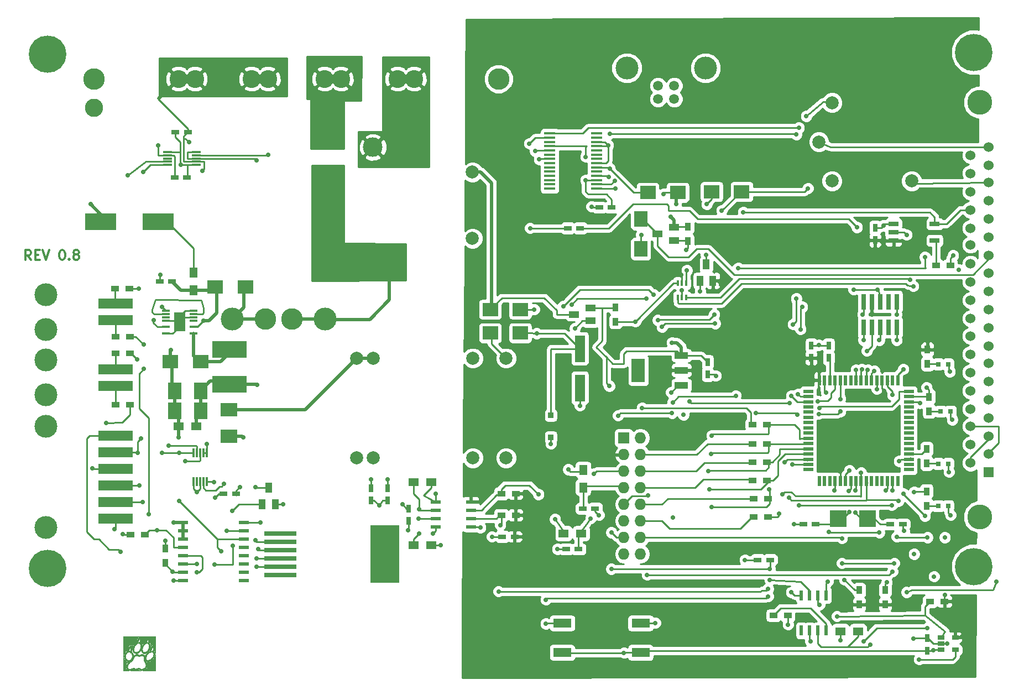
<source format=gbr>
G04 #@! TF.FileFunction,Copper,L1,Top,Signal*
%FSLAX46Y46*%
G04 Gerber Fmt 4.6, Leading zero omitted, Abs format (unit mm)*
G04 Created by KiCad (PCBNEW 4.0.2-stable) date 12/22/2016 4:19:51 PM*
%MOMM*%
G01*
G04 APERTURE LIST*
%ADD10C,0.100000*%
%ADD11C,0.300000*%
%ADD12C,0.002540*%
%ADD13C,2.000000*%
%ADD14C,5.715000*%
%ADD15R,1.200000X0.750000*%
%ADD16R,0.750000X1.200000*%
%ADD17R,2.500000X2.000000*%
%ADD18R,2.000000X2.500000*%
%ADD19R,0.797560X0.797560*%
%ADD20C,3.810000*%
%ADD21R,1.524000X1.524000*%
%ADD22C,1.524000*%
%ADD23R,5.000000X0.760000*%
%ADD24R,4.500000X8.800000*%
%ADD25R,1.727200X1.727200*%
%ADD26O,1.727200X1.727200*%
%ADD27R,1.200000X0.900000*%
%ADD28R,0.900000X1.200000*%
%ADD29R,1.500000X1.300000*%
%ADD30R,1.500000X0.550000*%
%ADD31R,0.550000X1.500000*%
%ADD32R,1.060000X0.650000*%
%ADD33R,1.500000X0.600000*%
%ADD34R,1.450000X0.300000*%
%ADD35R,0.300000X1.450000*%
%ADD36R,1.550000X0.600000*%
%ADD37R,2.032000X3.657600*%
%ADD38R,2.032000X1.016000*%
%ADD39R,0.600000X1.550000*%
%ADD40R,1.750000X0.450000*%
%ADD41R,1.000000X1.500000*%
%ADD42R,1.500000X1.000000*%
%ADD43R,2.500000X2.500000*%
%ADD44R,5.330000X1.650000*%
%ADD45C,3.500000*%
%ADD46C,2.750000*%
%ADD47C,3.300000*%
%ADD48C,2.790000*%
%ADD49R,0.760000X2.400000*%
%ADD50R,1.500000X0.800000*%
%ADD51R,0.400000X0.900000*%
%ADD52C,1.501140*%
%ADD53C,3.500120*%
%ADD54C,3.000000*%
%ADD55R,1.250000X0.305000*%
%ADD56R,1.651000X2.845000*%
%ADD57C,1.500000*%
%ADD58R,2.825000X1.400000*%
%ADD59R,0.850900X0.850900*%
%ADD60R,1.300000X1.500000*%
%ADD61R,2.400000X2.000000*%
%ADD62R,2.000000X2.400000*%
%ADD63R,5.300980X2.540000*%
%ADD64R,4.800000X2.500000*%
%ADD65R,1.600000X4.100000*%
%ADD66C,0.700000*%
%ADD67C,0.250000*%
%ADD68C,0.500000*%
%ADD69C,0.254000*%
G04 APERTURE END LIST*
D10*
D11*
X71525215Y-90213571D02*
X71025215Y-89499286D01*
X70668072Y-90213571D02*
X70668072Y-88713571D01*
X71239500Y-88713571D01*
X71382358Y-88785000D01*
X71453786Y-88856429D01*
X71525215Y-88999286D01*
X71525215Y-89213571D01*
X71453786Y-89356429D01*
X71382358Y-89427857D01*
X71239500Y-89499286D01*
X70668072Y-89499286D01*
X72168072Y-89427857D02*
X72668072Y-89427857D01*
X72882358Y-90213571D02*
X72168072Y-90213571D01*
X72168072Y-88713571D01*
X72882358Y-88713571D01*
X73310929Y-88713571D02*
X73810929Y-90213571D01*
X74310929Y-88713571D01*
X76239500Y-88713571D02*
X76382357Y-88713571D01*
X76525214Y-88785000D01*
X76596643Y-88856429D01*
X76668072Y-88999286D01*
X76739500Y-89285000D01*
X76739500Y-89642143D01*
X76668072Y-89927857D01*
X76596643Y-90070714D01*
X76525214Y-90142143D01*
X76382357Y-90213571D01*
X76239500Y-90213571D01*
X76096643Y-90142143D01*
X76025214Y-90070714D01*
X75953786Y-89927857D01*
X75882357Y-89642143D01*
X75882357Y-89285000D01*
X75953786Y-88999286D01*
X76025214Y-88856429D01*
X76096643Y-88785000D01*
X76239500Y-88713571D01*
X77382357Y-90070714D02*
X77453785Y-90142143D01*
X77382357Y-90213571D01*
X77310928Y-90142143D01*
X77382357Y-90070714D01*
X77382357Y-90213571D01*
X78310929Y-89356429D02*
X78168071Y-89285000D01*
X78096643Y-89213571D01*
X78025214Y-89070714D01*
X78025214Y-88999286D01*
X78096643Y-88856429D01*
X78168071Y-88785000D01*
X78310929Y-88713571D01*
X78596643Y-88713571D01*
X78739500Y-88785000D01*
X78810929Y-88856429D01*
X78882357Y-88999286D01*
X78882357Y-89070714D01*
X78810929Y-89213571D01*
X78739500Y-89285000D01*
X78596643Y-89356429D01*
X78310929Y-89356429D01*
X78168071Y-89427857D01*
X78096643Y-89499286D01*
X78025214Y-89642143D01*
X78025214Y-89927857D01*
X78096643Y-90070714D01*
X78168071Y-90142143D01*
X78310929Y-90213571D01*
X78596643Y-90213571D01*
X78739500Y-90142143D01*
X78810929Y-90070714D01*
X78882357Y-89927857D01*
X78882357Y-89642143D01*
X78810929Y-89499286D01*
X78739500Y-89427857D01*
X78596643Y-89356429D01*
D12*
G36*
X90594180Y-147845780D02*
X90591640Y-149151340D01*
X90591640Y-149326600D01*
X90591640Y-149486620D01*
X90591640Y-149631400D01*
X90591640Y-149758400D01*
X90591640Y-149875240D01*
X90591640Y-149976840D01*
X90591640Y-150065740D01*
X90591640Y-150141940D01*
X90589100Y-150207980D01*
X90589100Y-150263860D01*
X90589100Y-150309580D01*
X90589100Y-150345140D01*
X90586560Y-150373080D01*
X90586560Y-150390860D01*
X90584020Y-150403560D01*
X90584020Y-150411180D01*
X90581480Y-150411180D01*
X90581480Y-150406100D01*
X90581480Y-150406100D01*
X90563700Y-150345140D01*
X90540840Y-150284180D01*
X90515440Y-150230840D01*
X90490040Y-150187660D01*
X90474800Y-150169880D01*
X90467180Y-150159720D01*
X90464640Y-150149560D01*
X90464640Y-150136860D01*
X90467180Y-150114000D01*
X90474800Y-150080980D01*
X90492580Y-149974300D01*
X90505280Y-149865080D01*
X90507820Y-149750780D01*
X90505280Y-149639020D01*
X90495120Y-149532340D01*
X90474800Y-149438360D01*
X90474800Y-149433280D01*
X90446860Y-149346920D01*
X90408760Y-149275800D01*
X90363040Y-149217380D01*
X90309700Y-149174200D01*
X90281760Y-149158960D01*
X90253820Y-149146260D01*
X90225880Y-149138640D01*
X90195400Y-149136100D01*
X90162380Y-149136100D01*
X90124280Y-149136100D01*
X90093800Y-149138640D01*
X90070940Y-149146260D01*
X90040460Y-149158960D01*
X90032840Y-149164040D01*
X89974420Y-149202140D01*
X89938860Y-149235160D01*
X89900760Y-149278340D01*
X89890600Y-149214840D01*
X89865200Y-149103080D01*
X89827100Y-148993860D01*
X89776300Y-148897340D01*
X89773760Y-148889720D01*
X89738200Y-148836380D01*
X89755980Y-148777960D01*
X89771220Y-148717000D01*
X89783920Y-148663660D01*
X89791540Y-148610320D01*
X89796620Y-148556980D01*
X89799160Y-148496020D01*
X89801700Y-148424900D01*
X89801700Y-148394420D01*
X89799160Y-148295360D01*
X89794080Y-148211540D01*
X89786460Y-148140420D01*
X89771220Y-148079460D01*
X89753440Y-148028660D01*
X89728040Y-147985480D01*
X89700100Y-147947380D01*
X89677240Y-147927060D01*
X89639140Y-147894040D01*
X89601040Y-147873720D01*
X89560400Y-147861020D01*
X89509600Y-147853400D01*
X89471500Y-147853400D01*
X89418160Y-147855940D01*
X89369900Y-147866100D01*
X89326720Y-147883880D01*
X89288620Y-147914360D01*
X89247980Y-147955000D01*
X89204800Y-148008340D01*
X89187020Y-148031200D01*
X89103200Y-148160740D01*
X89029540Y-148297900D01*
X88966040Y-148435060D01*
X88917780Y-148574760D01*
X88900000Y-148630640D01*
X88889840Y-148668740D01*
X88882220Y-148699220D01*
X88874600Y-148722080D01*
X88872060Y-148729700D01*
X88816180Y-148772880D01*
X88752680Y-148826220D01*
X88689180Y-148884640D01*
X88628220Y-148948140D01*
X88590120Y-148991320D01*
X88546940Y-149042120D01*
X88513920Y-148971000D01*
X88496140Y-148935440D01*
X88478360Y-148902420D01*
X88463120Y-148877020D01*
X88458040Y-148869400D01*
X88437720Y-148841460D01*
X88455500Y-148765260D01*
X88478360Y-148668740D01*
X88493600Y-148564600D01*
X88501220Y-148457920D01*
X88501220Y-148353780D01*
X88496140Y-148252180D01*
X88485980Y-148158200D01*
X88468200Y-148076920D01*
X88463120Y-148061680D01*
X88435180Y-147998180D01*
X88399620Y-147944840D01*
X88358980Y-147909280D01*
X88318340Y-147881340D01*
X88277700Y-147866100D01*
X88234520Y-147855940D01*
X88181180Y-147853400D01*
X88168480Y-147853400D01*
X88117680Y-147855940D01*
X88074500Y-147863560D01*
X88033860Y-147881340D01*
X87995760Y-147906740D01*
X87957660Y-147942300D01*
X87917020Y-147988020D01*
X87873840Y-148048980D01*
X87848440Y-148084540D01*
X87782400Y-148191220D01*
X87723980Y-148305520D01*
X87670640Y-148422360D01*
X87627460Y-148536660D01*
X87594440Y-148645880D01*
X87591900Y-148658580D01*
X87576660Y-148724620D01*
X87520780Y-148767800D01*
X87431880Y-148838920D01*
X87348060Y-148925280D01*
X87266780Y-149021800D01*
X87193120Y-149123400D01*
X87129620Y-149227540D01*
X87122000Y-149245320D01*
X87081360Y-149321520D01*
X87066120Y-149293580D01*
X87033100Y-149242780D01*
X86984840Y-149199600D01*
X86928960Y-149164040D01*
X86868000Y-149141180D01*
X86832440Y-149133560D01*
X86776560Y-149133560D01*
X86723220Y-149143720D01*
X86674960Y-149164040D01*
X86624160Y-149194520D01*
X86573360Y-149240240D01*
X86520020Y-149301200D01*
X86461600Y-149374860D01*
X86428580Y-149423120D01*
X86344760Y-149555200D01*
X86273640Y-149689820D01*
X86217760Y-149824440D01*
X86177120Y-149948900D01*
X86146640Y-150050500D01*
X86103460Y-150075900D01*
X86072980Y-150096220D01*
X86037420Y-150126700D01*
X85996780Y-150164800D01*
X85956140Y-150205440D01*
X85915500Y-150246080D01*
X85882480Y-150286720D01*
X85859620Y-150314660D01*
X85796120Y-150426420D01*
X85745320Y-150548340D01*
X85707220Y-150672800D01*
X85704680Y-150690580D01*
X85697060Y-150738840D01*
X85691980Y-150799800D01*
X85689440Y-150865840D01*
X85691980Y-150936960D01*
X85694520Y-151003000D01*
X85699600Y-151063960D01*
X85707220Y-151114760D01*
X85707220Y-151122380D01*
X85740240Y-151239220D01*
X85788500Y-151348440D01*
X85846920Y-151450040D01*
X85915500Y-151541480D01*
X85996780Y-151620220D01*
X86075520Y-151678640D01*
X86121240Y-151706580D01*
X86177120Y-151734520D01*
X86233000Y-151757380D01*
X86283800Y-151775160D01*
X86293960Y-151777700D01*
X86316820Y-151782780D01*
X86268560Y-151841200D01*
X86192360Y-151935180D01*
X86128860Y-152031700D01*
X86078060Y-152130760D01*
X86037420Y-152234900D01*
X86014560Y-152313640D01*
X86001860Y-152384760D01*
X85994240Y-152463500D01*
X85991700Y-152542240D01*
X85996780Y-152618440D01*
X86009480Y-152684480D01*
X86012020Y-152689560D01*
X86045040Y-152786080D01*
X86093300Y-152872440D01*
X86154260Y-152951180D01*
X86225380Y-153017220D01*
X86306660Y-153070560D01*
X86398100Y-153111200D01*
X86443820Y-153126440D01*
X86479380Y-153136600D01*
X86507320Y-153144220D01*
X86527640Y-153146760D01*
X86525100Y-153149300D01*
X86504780Y-153149300D01*
X86471760Y-153149300D01*
X86426040Y-153149300D01*
X86370160Y-153151840D01*
X86304120Y-153151840D01*
X86227920Y-153151840D01*
X86146640Y-153151840D01*
X86116160Y-153151840D01*
X85681820Y-153154380D01*
X85681820Y-150500080D01*
X85681820Y-147845780D01*
X88138000Y-147845780D01*
X90594180Y-147845780D01*
X90594180Y-147845780D01*
X90594180Y-147845780D01*
G37*
X90594180Y-147845780D02*
X90591640Y-149151340D01*
X90591640Y-149326600D01*
X90591640Y-149486620D01*
X90591640Y-149631400D01*
X90591640Y-149758400D01*
X90591640Y-149875240D01*
X90591640Y-149976840D01*
X90591640Y-150065740D01*
X90591640Y-150141940D01*
X90589100Y-150207980D01*
X90589100Y-150263860D01*
X90589100Y-150309580D01*
X90589100Y-150345140D01*
X90586560Y-150373080D01*
X90586560Y-150390860D01*
X90584020Y-150403560D01*
X90584020Y-150411180D01*
X90581480Y-150411180D01*
X90581480Y-150406100D01*
X90581480Y-150406100D01*
X90563700Y-150345140D01*
X90540840Y-150284180D01*
X90515440Y-150230840D01*
X90490040Y-150187660D01*
X90474800Y-150169880D01*
X90467180Y-150159720D01*
X90464640Y-150149560D01*
X90464640Y-150136860D01*
X90467180Y-150114000D01*
X90474800Y-150080980D01*
X90492580Y-149974300D01*
X90505280Y-149865080D01*
X90507820Y-149750780D01*
X90505280Y-149639020D01*
X90495120Y-149532340D01*
X90474800Y-149438360D01*
X90474800Y-149433280D01*
X90446860Y-149346920D01*
X90408760Y-149275800D01*
X90363040Y-149217380D01*
X90309700Y-149174200D01*
X90281760Y-149158960D01*
X90253820Y-149146260D01*
X90225880Y-149138640D01*
X90195400Y-149136100D01*
X90162380Y-149136100D01*
X90124280Y-149136100D01*
X90093800Y-149138640D01*
X90070940Y-149146260D01*
X90040460Y-149158960D01*
X90032840Y-149164040D01*
X89974420Y-149202140D01*
X89938860Y-149235160D01*
X89900760Y-149278340D01*
X89890600Y-149214840D01*
X89865200Y-149103080D01*
X89827100Y-148993860D01*
X89776300Y-148897340D01*
X89773760Y-148889720D01*
X89738200Y-148836380D01*
X89755980Y-148777960D01*
X89771220Y-148717000D01*
X89783920Y-148663660D01*
X89791540Y-148610320D01*
X89796620Y-148556980D01*
X89799160Y-148496020D01*
X89801700Y-148424900D01*
X89801700Y-148394420D01*
X89799160Y-148295360D01*
X89794080Y-148211540D01*
X89786460Y-148140420D01*
X89771220Y-148079460D01*
X89753440Y-148028660D01*
X89728040Y-147985480D01*
X89700100Y-147947380D01*
X89677240Y-147927060D01*
X89639140Y-147894040D01*
X89601040Y-147873720D01*
X89560400Y-147861020D01*
X89509600Y-147853400D01*
X89471500Y-147853400D01*
X89418160Y-147855940D01*
X89369900Y-147866100D01*
X89326720Y-147883880D01*
X89288620Y-147914360D01*
X89247980Y-147955000D01*
X89204800Y-148008340D01*
X89187020Y-148031200D01*
X89103200Y-148160740D01*
X89029540Y-148297900D01*
X88966040Y-148435060D01*
X88917780Y-148574760D01*
X88900000Y-148630640D01*
X88889840Y-148668740D01*
X88882220Y-148699220D01*
X88874600Y-148722080D01*
X88872060Y-148729700D01*
X88816180Y-148772880D01*
X88752680Y-148826220D01*
X88689180Y-148884640D01*
X88628220Y-148948140D01*
X88590120Y-148991320D01*
X88546940Y-149042120D01*
X88513920Y-148971000D01*
X88496140Y-148935440D01*
X88478360Y-148902420D01*
X88463120Y-148877020D01*
X88458040Y-148869400D01*
X88437720Y-148841460D01*
X88455500Y-148765260D01*
X88478360Y-148668740D01*
X88493600Y-148564600D01*
X88501220Y-148457920D01*
X88501220Y-148353780D01*
X88496140Y-148252180D01*
X88485980Y-148158200D01*
X88468200Y-148076920D01*
X88463120Y-148061680D01*
X88435180Y-147998180D01*
X88399620Y-147944840D01*
X88358980Y-147909280D01*
X88318340Y-147881340D01*
X88277700Y-147866100D01*
X88234520Y-147855940D01*
X88181180Y-147853400D01*
X88168480Y-147853400D01*
X88117680Y-147855940D01*
X88074500Y-147863560D01*
X88033860Y-147881340D01*
X87995760Y-147906740D01*
X87957660Y-147942300D01*
X87917020Y-147988020D01*
X87873840Y-148048980D01*
X87848440Y-148084540D01*
X87782400Y-148191220D01*
X87723980Y-148305520D01*
X87670640Y-148422360D01*
X87627460Y-148536660D01*
X87594440Y-148645880D01*
X87591900Y-148658580D01*
X87576660Y-148724620D01*
X87520780Y-148767800D01*
X87431880Y-148838920D01*
X87348060Y-148925280D01*
X87266780Y-149021800D01*
X87193120Y-149123400D01*
X87129620Y-149227540D01*
X87122000Y-149245320D01*
X87081360Y-149321520D01*
X87066120Y-149293580D01*
X87033100Y-149242780D01*
X86984840Y-149199600D01*
X86928960Y-149164040D01*
X86868000Y-149141180D01*
X86832440Y-149133560D01*
X86776560Y-149133560D01*
X86723220Y-149143720D01*
X86674960Y-149164040D01*
X86624160Y-149194520D01*
X86573360Y-149240240D01*
X86520020Y-149301200D01*
X86461600Y-149374860D01*
X86428580Y-149423120D01*
X86344760Y-149555200D01*
X86273640Y-149689820D01*
X86217760Y-149824440D01*
X86177120Y-149948900D01*
X86146640Y-150050500D01*
X86103460Y-150075900D01*
X86072980Y-150096220D01*
X86037420Y-150126700D01*
X85996780Y-150164800D01*
X85956140Y-150205440D01*
X85915500Y-150246080D01*
X85882480Y-150286720D01*
X85859620Y-150314660D01*
X85796120Y-150426420D01*
X85745320Y-150548340D01*
X85707220Y-150672800D01*
X85704680Y-150690580D01*
X85697060Y-150738840D01*
X85691980Y-150799800D01*
X85689440Y-150865840D01*
X85691980Y-150936960D01*
X85694520Y-151003000D01*
X85699600Y-151063960D01*
X85707220Y-151114760D01*
X85707220Y-151122380D01*
X85740240Y-151239220D01*
X85788500Y-151348440D01*
X85846920Y-151450040D01*
X85915500Y-151541480D01*
X85996780Y-151620220D01*
X86075520Y-151678640D01*
X86121240Y-151706580D01*
X86177120Y-151734520D01*
X86233000Y-151757380D01*
X86283800Y-151775160D01*
X86293960Y-151777700D01*
X86316820Y-151782780D01*
X86268560Y-151841200D01*
X86192360Y-151935180D01*
X86128860Y-152031700D01*
X86078060Y-152130760D01*
X86037420Y-152234900D01*
X86014560Y-152313640D01*
X86001860Y-152384760D01*
X85994240Y-152463500D01*
X85991700Y-152542240D01*
X85996780Y-152618440D01*
X86009480Y-152684480D01*
X86012020Y-152689560D01*
X86045040Y-152786080D01*
X86093300Y-152872440D01*
X86154260Y-152951180D01*
X86225380Y-153017220D01*
X86306660Y-153070560D01*
X86398100Y-153111200D01*
X86443820Y-153126440D01*
X86479380Y-153136600D01*
X86507320Y-153144220D01*
X86527640Y-153146760D01*
X86525100Y-153149300D01*
X86504780Y-153149300D01*
X86471760Y-153149300D01*
X86426040Y-153149300D01*
X86370160Y-153151840D01*
X86304120Y-153151840D01*
X86227920Y-153151840D01*
X86146640Y-153151840D01*
X86116160Y-153151840D01*
X85681820Y-153154380D01*
X85681820Y-150500080D01*
X85681820Y-147845780D01*
X88138000Y-147845780D01*
X90594180Y-147845780D01*
X90594180Y-147845780D01*
G36*
X88336120Y-153144220D02*
X88333580Y-153146760D01*
X88323420Y-153146760D01*
X88308180Y-153149300D01*
X88282780Y-153149300D01*
X88249760Y-153149300D01*
X88206580Y-153151840D01*
X88153240Y-153151840D01*
X88087200Y-153151840D01*
X88008460Y-153151840D01*
X87914480Y-153151840D01*
X87810340Y-153151840D01*
X87688420Y-153151840D01*
X87566500Y-153151840D01*
X87429340Y-153151840D01*
X87309960Y-153151840D01*
X87203280Y-153151840D01*
X87111840Y-153151840D01*
X87035640Y-153151840D01*
X86969600Y-153151840D01*
X86918800Y-153149300D01*
X86875620Y-153149300D01*
X86845140Y-153149300D01*
X86822280Y-153146760D01*
X86807040Y-153146760D01*
X86799420Y-153144220D01*
X86799420Y-153144220D01*
X86807040Y-153141680D01*
X86809580Y-153141680D01*
X86860380Y-153128980D01*
X86911180Y-153113740D01*
X86967060Y-153093420D01*
X87028020Y-153065480D01*
X87088980Y-153037540D01*
X87205820Y-152981660D01*
X87246460Y-153017220D01*
X87312500Y-153065480D01*
X87388700Y-153098500D01*
X87475060Y-153121360D01*
X87569040Y-153128980D01*
X87571580Y-153128980D01*
X87655400Y-153123900D01*
X87736680Y-153106120D01*
X87815420Y-153078180D01*
X87899240Y-153035000D01*
X87939880Y-153009600D01*
X87993220Y-152974040D01*
X88038940Y-153009600D01*
X88132920Y-153070560D01*
X88231980Y-153113740D01*
X88323420Y-153141680D01*
X88331040Y-153141680D01*
X88336120Y-153144220D01*
X88336120Y-153144220D01*
X88336120Y-153144220D01*
G37*
X88336120Y-153144220D02*
X88333580Y-153146760D01*
X88323420Y-153146760D01*
X88308180Y-153149300D01*
X88282780Y-153149300D01*
X88249760Y-153149300D01*
X88206580Y-153151840D01*
X88153240Y-153151840D01*
X88087200Y-153151840D01*
X88008460Y-153151840D01*
X87914480Y-153151840D01*
X87810340Y-153151840D01*
X87688420Y-153151840D01*
X87566500Y-153151840D01*
X87429340Y-153151840D01*
X87309960Y-153151840D01*
X87203280Y-153151840D01*
X87111840Y-153151840D01*
X87035640Y-153151840D01*
X86969600Y-153151840D01*
X86918800Y-153149300D01*
X86875620Y-153149300D01*
X86845140Y-153149300D01*
X86822280Y-153146760D01*
X86807040Y-153146760D01*
X86799420Y-153144220D01*
X86799420Y-153144220D01*
X86807040Y-153141680D01*
X86809580Y-153141680D01*
X86860380Y-153128980D01*
X86911180Y-153113740D01*
X86967060Y-153093420D01*
X87028020Y-153065480D01*
X87088980Y-153037540D01*
X87205820Y-152981660D01*
X87246460Y-153017220D01*
X87312500Y-153065480D01*
X87388700Y-153098500D01*
X87475060Y-153121360D01*
X87569040Y-153128980D01*
X87571580Y-153128980D01*
X87655400Y-153123900D01*
X87736680Y-153106120D01*
X87815420Y-153078180D01*
X87899240Y-153035000D01*
X87939880Y-153009600D01*
X87993220Y-152974040D01*
X88038940Y-153009600D01*
X88132920Y-153070560D01*
X88231980Y-153113740D01*
X88323420Y-153141680D01*
X88331040Y-153141680D01*
X88336120Y-153144220D01*
X88336120Y-153144220D01*
G36*
X90594180Y-153154380D02*
X89590880Y-153151840D01*
X89590880Y-151899620D01*
X89588340Y-151894540D01*
X89580720Y-151894540D01*
X89568020Y-151902160D01*
X89565480Y-151925020D01*
X89565480Y-151927560D01*
X89565480Y-151947880D01*
X89570560Y-151952960D01*
X89575640Y-151940260D01*
X89585800Y-151919940D01*
X89590880Y-151899620D01*
X89590880Y-153151840D01*
X89588340Y-153151840D01*
X89557860Y-153151840D01*
X89557860Y-151919940D01*
X89550240Y-151922480D01*
X89547700Y-151925020D01*
X89537540Y-151930100D01*
X89535000Y-151922480D01*
X89535000Y-151914860D01*
X89529920Y-151897080D01*
X89519760Y-151892000D01*
X89509600Y-151902160D01*
X89507060Y-151912320D01*
X89499440Y-151935180D01*
X89496900Y-151945340D01*
X89496900Y-151897080D01*
X89491820Y-151894540D01*
X89474040Y-151892000D01*
X89471500Y-151892000D01*
X89451180Y-151894540D01*
X89446100Y-151897080D01*
X89448640Y-151899620D01*
X89456260Y-151909780D01*
X89451180Y-151927560D01*
X89451180Y-151930100D01*
X89443560Y-151947880D01*
X89443560Y-151958040D01*
X89446100Y-151958040D01*
X89453720Y-151950420D01*
X89461340Y-151935180D01*
X89466420Y-151922480D01*
X89466420Y-151919940D01*
X89474040Y-151907240D01*
X89486740Y-151899620D01*
X89496900Y-151897080D01*
X89496900Y-151945340D01*
X89494360Y-151958040D01*
X89496900Y-151958040D01*
X89507060Y-151947880D01*
X89512140Y-151937720D01*
X89524840Y-151912320D01*
X89527380Y-151937720D01*
X89529920Y-151955500D01*
X89535000Y-151958040D01*
X89547700Y-151945340D01*
X89557860Y-151930100D01*
X89557860Y-151919940D01*
X89557860Y-153151840D01*
X89435940Y-153151840D01*
X89298780Y-153151840D01*
X89176860Y-153151840D01*
X89067640Y-153151840D01*
X88976200Y-153151840D01*
X88894920Y-153151840D01*
X88826340Y-153151840D01*
X88770460Y-153149300D01*
X88724740Y-153149300D01*
X88689180Y-153149300D01*
X88663780Y-153146760D01*
X88643460Y-153146760D01*
X88633300Y-153144220D01*
X88630760Y-153144220D01*
X88633300Y-153141680D01*
X88638380Y-153141680D01*
X88755220Y-153108660D01*
X88866980Y-153062940D01*
X88971120Y-153001980D01*
X89070180Y-152925780D01*
X89141300Y-152857200D01*
X89214960Y-152770840D01*
X89275920Y-152676860D01*
X89324180Y-152575260D01*
X89364820Y-152463500D01*
X89372440Y-152435560D01*
X89380060Y-152400000D01*
X89387680Y-152372060D01*
X89390220Y-152341580D01*
X89392760Y-152306020D01*
X89395300Y-152260300D01*
X89395300Y-152214580D01*
X89392760Y-152138380D01*
X89390220Y-152072340D01*
X89380060Y-152016460D01*
X89364820Y-151963120D01*
X89344500Y-151907240D01*
X89326720Y-151869140D01*
X89314020Y-151838660D01*
X89303860Y-151815800D01*
X89298780Y-151803100D01*
X89298780Y-151803100D01*
X89306400Y-151800560D01*
X89326720Y-151800560D01*
X89357200Y-151798020D01*
X89369900Y-151798020D01*
X89479120Y-151790400D01*
X89593420Y-151767540D01*
X89707720Y-151729440D01*
X89822020Y-151678640D01*
X89936320Y-151612600D01*
X89984580Y-151579580D01*
X90032840Y-151544020D01*
X90088720Y-151495760D01*
X90147140Y-151439880D01*
X90205560Y-151381460D01*
X90258900Y-151323040D01*
X90307160Y-151267160D01*
X90347800Y-151218900D01*
X90350340Y-151213820D01*
X90431620Y-151089360D01*
X90495120Y-150962360D01*
X90545920Y-150835360D01*
X90576400Y-150723600D01*
X90591640Y-150642320D01*
X90591640Y-151899620D01*
X90594180Y-153154380D01*
X90594180Y-153154380D01*
X90594180Y-153154380D01*
G37*
X90594180Y-153154380D02*
X89590880Y-153151840D01*
X89590880Y-151899620D01*
X89588340Y-151894540D01*
X89580720Y-151894540D01*
X89568020Y-151902160D01*
X89565480Y-151925020D01*
X89565480Y-151927560D01*
X89565480Y-151947880D01*
X89570560Y-151952960D01*
X89575640Y-151940260D01*
X89585800Y-151919940D01*
X89590880Y-151899620D01*
X89590880Y-153151840D01*
X89588340Y-153151840D01*
X89557860Y-153151840D01*
X89557860Y-151919940D01*
X89550240Y-151922480D01*
X89547700Y-151925020D01*
X89537540Y-151930100D01*
X89535000Y-151922480D01*
X89535000Y-151914860D01*
X89529920Y-151897080D01*
X89519760Y-151892000D01*
X89509600Y-151902160D01*
X89507060Y-151912320D01*
X89499440Y-151935180D01*
X89496900Y-151945340D01*
X89496900Y-151897080D01*
X89491820Y-151894540D01*
X89474040Y-151892000D01*
X89471500Y-151892000D01*
X89451180Y-151894540D01*
X89446100Y-151897080D01*
X89448640Y-151899620D01*
X89456260Y-151909780D01*
X89451180Y-151927560D01*
X89451180Y-151930100D01*
X89443560Y-151947880D01*
X89443560Y-151958040D01*
X89446100Y-151958040D01*
X89453720Y-151950420D01*
X89461340Y-151935180D01*
X89466420Y-151922480D01*
X89466420Y-151919940D01*
X89474040Y-151907240D01*
X89486740Y-151899620D01*
X89496900Y-151897080D01*
X89496900Y-151945340D01*
X89494360Y-151958040D01*
X89496900Y-151958040D01*
X89507060Y-151947880D01*
X89512140Y-151937720D01*
X89524840Y-151912320D01*
X89527380Y-151937720D01*
X89529920Y-151955500D01*
X89535000Y-151958040D01*
X89547700Y-151945340D01*
X89557860Y-151930100D01*
X89557860Y-151919940D01*
X89557860Y-153151840D01*
X89435940Y-153151840D01*
X89298780Y-153151840D01*
X89176860Y-153151840D01*
X89067640Y-153151840D01*
X88976200Y-153151840D01*
X88894920Y-153151840D01*
X88826340Y-153151840D01*
X88770460Y-153149300D01*
X88724740Y-153149300D01*
X88689180Y-153149300D01*
X88663780Y-153146760D01*
X88643460Y-153146760D01*
X88633300Y-153144220D01*
X88630760Y-153144220D01*
X88633300Y-153141680D01*
X88638380Y-153141680D01*
X88755220Y-153108660D01*
X88866980Y-153062940D01*
X88971120Y-153001980D01*
X89070180Y-152925780D01*
X89141300Y-152857200D01*
X89214960Y-152770840D01*
X89275920Y-152676860D01*
X89324180Y-152575260D01*
X89364820Y-152463500D01*
X89372440Y-152435560D01*
X89380060Y-152400000D01*
X89387680Y-152372060D01*
X89390220Y-152341580D01*
X89392760Y-152306020D01*
X89395300Y-152260300D01*
X89395300Y-152214580D01*
X89392760Y-152138380D01*
X89390220Y-152072340D01*
X89380060Y-152016460D01*
X89364820Y-151963120D01*
X89344500Y-151907240D01*
X89326720Y-151869140D01*
X89314020Y-151838660D01*
X89303860Y-151815800D01*
X89298780Y-151803100D01*
X89298780Y-151803100D01*
X89306400Y-151800560D01*
X89326720Y-151800560D01*
X89357200Y-151798020D01*
X89369900Y-151798020D01*
X89479120Y-151790400D01*
X89593420Y-151767540D01*
X89707720Y-151729440D01*
X89822020Y-151678640D01*
X89936320Y-151612600D01*
X89984580Y-151579580D01*
X90032840Y-151544020D01*
X90088720Y-151495760D01*
X90147140Y-151439880D01*
X90205560Y-151381460D01*
X90258900Y-151323040D01*
X90307160Y-151267160D01*
X90347800Y-151218900D01*
X90350340Y-151213820D01*
X90431620Y-151089360D01*
X90495120Y-150962360D01*
X90545920Y-150835360D01*
X90576400Y-150723600D01*
X90591640Y-150642320D01*
X90591640Y-151899620D01*
X90594180Y-153154380D01*
X90594180Y-153154380D01*
G36*
X90495120Y-150566120D02*
X90490040Y-150624540D01*
X90484960Y-150675340D01*
X90479880Y-150703280D01*
X90472260Y-150738840D01*
X90459560Y-150782020D01*
X90444320Y-150827740D01*
X90441780Y-150837900D01*
X90390980Y-150954740D01*
X90324940Y-151071580D01*
X90284300Y-151132540D01*
X90284300Y-150558500D01*
X90284300Y-150510240D01*
X90281760Y-150477220D01*
X90279220Y-150451820D01*
X90274140Y-150431500D01*
X90269060Y-150411180D01*
X90263980Y-150406100D01*
X90230960Y-150350220D01*
X90210640Y-150329900D01*
X90210640Y-149720300D01*
X90208100Y-149697440D01*
X90205560Y-149654260D01*
X90197940Y-149608540D01*
X90190320Y-149562820D01*
X90182700Y-149522180D01*
X90175080Y-149486620D01*
X90167460Y-149461220D01*
X90162380Y-149451060D01*
X90154760Y-149453600D01*
X90142060Y-149468840D01*
X90121740Y-149496780D01*
X90101420Y-149532340D01*
X90076020Y-149575520D01*
X90050620Y-149623780D01*
X90027760Y-149674580D01*
X90002360Y-149725380D01*
X89982040Y-149776180D01*
X89964260Y-149821900D01*
X89964260Y-149824440D01*
X89943940Y-149887940D01*
X89926160Y-149956520D01*
X89908380Y-150035260D01*
X89895680Y-150101300D01*
X89890600Y-150129240D01*
X89936320Y-150116540D01*
X89964260Y-150111460D01*
X90002360Y-150108920D01*
X90045540Y-150106380D01*
X90068400Y-150106380D01*
X90159840Y-150106380D01*
X90177620Y-150025100D01*
X90197940Y-149918420D01*
X90208100Y-149816820D01*
X90210640Y-149720300D01*
X90210640Y-150329900D01*
X90185240Y-150307040D01*
X90149680Y-150284180D01*
X90103960Y-150268940D01*
X90045540Y-150258780D01*
X89984580Y-150258780D01*
X89918540Y-150263860D01*
X89877900Y-150274020D01*
X89776300Y-150309580D01*
X89677240Y-150357840D01*
X89583260Y-150421340D01*
X89489280Y-150492460D01*
X89405460Y-150576280D01*
X89326720Y-150665180D01*
X89255600Y-150759160D01*
X89197180Y-150858220D01*
X89151460Y-150959820D01*
X89118440Y-151061420D01*
X89103200Y-151140160D01*
X89100660Y-151216360D01*
X89108280Y-151287480D01*
X89131140Y-151350980D01*
X89164160Y-151404320D01*
X89204800Y-151444960D01*
X89258140Y-151475440D01*
X89270840Y-151480520D01*
X89316560Y-151490680D01*
X89372440Y-151493220D01*
X89433400Y-151490680D01*
X89491820Y-151483060D01*
X89517220Y-151477980D01*
X89618820Y-151442420D01*
X89717880Y-151391620D01*
X89814400Y-151328120D01*
X89908380Y-151251920D01*
X89994740Y-151168100D01*
X90076020Y-151074120D01*
X90144600Y-150975060D01*
X90205560Y-150870920D01*
X90251280Y-150764240D01*
X90256360Y-150749000D01*
X90269060Y-150713440D01*
X90276680Y-150685500D01*
X90281760Y-150657560D01*
X90284300Y-150627080D01*
X90284300Y-150586440D01*
X90284300Y-150558500D01*
X90284300Y-151132540D01*
X90248740Y-151185880D01*
X90159840Y-151292560D01*
X90060780Y-151389080D01*
X89954100Y-151477980D01*
X89844880Y-151554180D01*
X89755980Y-151602440D01*
X89697560Y-151630380D01*
X89631520Y-151653240D01*
X89560400Y-151676100D01*
X89496900Y-151691340D01*
X89456260Y-151696420D01*
X89362280Y-151701500D01*
X89273380Y-151691340D01*
X89192100Y-151668480D01*
X89118440Y-151632920D01*
X89054940Y-151584660D01*
X89037160Y-151569420D01*
X89029540Y-151564340D01*
X89027000Y-151564340D01*
X89032080Y-151574500D01*
X89044780Y-151594820D01*
X89062560Y-151622760D01*
X89087960Y-151658320D01*
X89105740Y-151686260D01*
X89161620Y-151770080D01*
X89204800Y-151843740D01*
X89237820Y-151909780D01*
X89263220Y-151975820D01*
X89283540Y-152039320D01*
X89296240Y-152105360D01*
X89298780Y-152133300D01*
X89303860Y-152232360D01*
X89291160Y-152336500D01*
X89268300Y-152440640D01*
X89230200Y-152544780D01*
X89181940Y-152641300D01*
X89120980Y-152730200D01*
X89113360Y-152740360D01*
X89095580Y-152760680D01*
X89095580Y-152212040D01*
X89093040Y-152156160D01*
X89087960Y-152107900D01*
X89075260Y-152059640D01*
X89060020Y-152011380D01*
X89034620Y-151960580D01*
X89001600Y-151902160D01*
X88960960Y-151836120D01*
X88927940Y-151785320D01*
X88879680Y-151716740D01*
X88844120Y-151655780D01*
X88816180Y-151602440D01*
X88795860Y-151554180D01*
X88780620Y-151508460D01*
X88778080Y-151490680D01*
X88770460Y-151442420D01*
X88765380Y-151396700D01*
X88767920Y-151350980D01*
X88773000Y-151295100D01*
X88785700Y-151229060D01*
X88785700Y-151221440D01*
X88798400Y-151155400D01*
X88803480Y-151099520D01*
X88803480Y-151051260D01*
X88793320Y-151010620D01*
X88780620Y-150967440D01*
X88773000Y-150954740D01*
X88737440Y-150896320D01*
X88689180Y-150848060D01*
X88633300Y-150815040D01*
X88569800Y-150797260D01*
X88501220Y-150794720D01*
X88455500Y-150799800D01*
X88425020Y-150807420D01*
X88384380Y-150822660D01*
X88333580Y-150842980D01*
X88280240Y-150868380D01*
X88211660Y-150898860D01*
X88155780Y-150921720D01*
X88104980Y-150931880D01*
X88061800Y-150934420D01*
X88021160Y-150926800D01*
X87980520Y-150911560D01*
X87939880Y-150883620D01*
X87932260Y-150881080D01*
X87884000Y-150845520D01*
X87843360Y-150822660D01*
X87805260Y-150807420D01*
X87769700Y-150799800D01*
X87729060Y-150797260D01*
X87711280Y-150797260D01*
X87668100Y-150797260D01*
X87635080Y-150802340D01*
X87604600Y-150809960D01*
X87581740Y-150817580D01*
X87503000Y-150855680D01*
X87434420Y-150901400D01*
X87376000Y-150954740D01*
X87320120Y-151015700D01*
X87274400Y-151086820D01*
X87238840Y-151165560D01*
X87218520Y-151218900D01*
X87195660Y-151284940D01*
X87170260Y-151343360D01*
X87142320Y-151399240D01*
X87109300Y-151452580D01*
X87071200Y-151505920D01*
X87025480Y-151559260D01*
X86997540Y-151584660D01*
X86997540Y-150850600D01*
X86997540Y-150799800D01*
X86995000Y-150761700D01*
X86992460Y-150728680D01*
X86987380Y-150700740D01*
X86979760Y-150672800D01*
X86974680Y-150652480D01*
X86946740Y-150571200D01*
X86913720Y-150505160D01*
X86870540Y-150444200D01*
X86824820Y-150393400D01*
X86807040Y-150378160D01*
X86807040Y-149550120D01*
X86807040Y-149512020D01*
X86807040Y-149484080D01*
X86804500Y-149473920D01*
X86799420Y-149440900D01*
X86766400Y-149479000D01*
X86730840Y-149519640D01*
X86695280Y-149572980D01*
X86654640Y-149633940D01*
X86616540Y-149694900D01*
X86580980Y-149758400D01*
X86555580Y-149811740D01*
X86537800Y-149847300D01*
X86520020Y-149887940D01*
X86502240Y-149936200D01*
X86484460Y-149981920D01*
X86469220Y-150025100D01*
X86456520Y-150063200D01*
X86446360Y-150091140D01*
X86443820Y-150103840D01*
X86451440Y-150106380D01*
X86474300Y-150106380D01*
X86504780Y-150108920D01*
X86530180Y-150106380D01*
X86588600Y-150106380D01*
X86631780Y-150111460D01*
X86657180Y-150116540D01*
X86695280Y-150126700D01*
X86707980Y-150096220D01*
X86718140Y-150075900D01*
X86730840Y-150042880D01*
X86743540Y-150007320D01*
X86743540Y-149999700D01*
X86766400Y-149931120D01*
X86784180Y-149865080D01*
X86794340Y-149799040D01*
X86801960Y-149725380D01*
X86807040Y-149646640D01*
X86807040Y-149598380D01*
X86807040Y-149550120D01*
X86807040Y-150378160D01*
X86763860Y-150337520D01*
X86700360Y-150296880D01*
X86631780Y-150271480D01*
X86558120Y-150258780D01*
X86512400Y-150258780D01*
X86426040Y-150266400D01*
X86344760Y-150289260D01*
X86271100Y-150329900D01*
X86202520Y-150383240D01*
X86139020Y-150451820D01*
X86085680Y-150533100D01*
X86057740Y-150583900D01*
X86032340Y-150642320D01*
X86014560Y-150693120D01*
X86001860Y-150743920D01*
X85994240Y-150797260D01*
X85991700Y-150860760D01*
X85991700Y-150901400D01*
X85991700Y-150954740D01*
X85994240Y-150995380D01*
X85996780Y-151028400D01*
X86001860Y-151058880D01*
X86009480Y-151089360D01*
X86012020Y-151091900D01*
X86045040Y-151185880D01*
X86090760Y-151269700D01*
X86146640Y-151340820D01*
X86210140Y-151401780D01*
X86281260Y-151447500D01*
X86342220Y-151475440D01*
X86398100Y-151488140D01*
X86461600Y-151493220D01*
X86527640Y-151490680D01*
X86583520Y-151483060D01*
X86588600Y-151480520D01*
X86672420Y-151447500D01*
X86751160Y-151399240D01*
X86819740Y-151335740D01*
X86878160Y-151262080D01*
X86928960Y-151175720D01*
X86967060Y-151081740D01*
X86979760Y-151041100D01*
X86987380Y-151008080D01*
X86992460Y-150975060D01*
X86995000Y-150939500D01*
X86997540Y-150891240D01*
X86997540Y-150850600D01*
X86997540Y-151584660D01*
X86969600Y-151615140D01*
X86903560Y-151676100D01*
X86827360Y-151744680D01*
X86771480Y-151790400D01*
X86687660Y-151861520D01*
X86619080Y-151922480D01*
X86558120Y-151978360D01*
X86509860Y-152029160D01*
X86466680Y-152074880D01*
X86433660Y-152120600D01*
X86403180Y-152166320D01*
X86375240Y-152214580D01*
X86370160Y-152227280D01*
X86337140Y-152295860D01*
X86316820Y-152356820D01*
X86304120Y-152417780D01*
X86296500Y-152481280D01*
X86296500Y-152514300D01*
X86296500Y-152557480D01*
X86299040Y-152587960D01*
X86301580Y-152610820D01*
X86309200Y-152631140D01*
X86319360Y-152656540D01*
X86321900Y-152664160D01*
X86339680Y-152697180D01*
X86360000Y-152727660D01*
X86375240Y-152747980D01*
X86403180Y-152773380D01*
X86441280Y-152798780D01*
X86484460Y-152821640D01*
X86525100Y-152836880D01*
X86535260Y-152839420D01*
X86570820Y-152844500D01*
X86616540Y-152847040D01*
X86669880Y-152847040D01*
X86720680Y-152844500D01*
X86766400Y-152839420D01*
X86784180Y-152836880D01*
X86809580Y-152826720D01*
X86847680Y-152814020D01*
X86893400Y-152793700D01*
X86939120Y-152773380D01*
X86964520Y-152760680D01*
X87022940Y-152732740D01*
X87071200Y-152709880D01*
X87109300Y-152697180D01*
X87142320Y-152687020D01*
X87170260Y-152679400D01*
X87203280Y-152676860D01*
X87228680Y-152676860D01*
X87271860Y-152679400D01*
X87307420Y-152687020D01*
X87340440Y-152704800D01*
X87376000Y-152730200D01*
X87401400Y-152750520D01*
X87442040Y-152786080D01*
X87475060Y-152806400D01*
X87508080Y-152819100D01*
X87546180Y-152826720D01*
X87571580Y-152826720D01*
X87612220Y-152824180D01*
X87652860Y-152814020D01*
X87696040Y-152798780D01*
X87744300Y-152773380D01*
X87777320Y-152753060D01*
X87833200Y-152720040D01*
X87878920Y-152699720D01*
X87919560Y-152684480D01*
X87960200Y-152679400D01*
X87990680Y-152676860D01*
X88031320Y-152679400D01*
X88066880Y-152684480D01*
X88102440Y-152694640D01*
X88140540Y-152712420D01*
X88183720Y-152740360D01*
X88206580Y-152755600D01*
X88265000Y-152793700D01*
X88315800Y-152819100D01*
X88364060Y-152836880D01*
X88414860Y-152844500D01*
X88470740Y-152849580D01*
X88480900Y-152849580D01*
X88577420Y-152841960D01*
X88668860Y-152816560D01*
X88755220Y-152781000D01*
X88833960Y-152730200D01*
X88905080Y-152669240D01*
X88968580Y-152595580D01*
X89019380Y-152516840D01*
X89057480Y-152427940D01*
X89082880Y-152333960D01*
X89095580Y-152234900D01*
X89095580Y-152212040D01*
X89095580Y-152760680D01*
X89032080Y-152829260D01*
X88940640Y-152905460D01*
X88841580Y-152966420D01*
X88732360Y-153012140D01*
X88620600Y-153042620D01*
X88582500Y-153050240D01*
X88478360Y-153057860D01*
X88376760Y-153050240D01*
X88280240Y-153024840D01*
X88186260Y-152984200D01*
X88094820Y-152928320D01*
X88092280Y-152925780D01*
X88049100Y-152897840D01*
X88013540Y-152882600D01*
X87980520Y-152882600D01*
X87942420Y-152892760D01*
X87901780Y-152918160D01*
X87899240Y-152918160D01*
X87828120Y-152961340D01*
X87764620Y-152991820D01*
X87706200Y-153012140D01*
X87645240Y-153024840D01*
X87584280Y-153029920D01*
X87571580Y-153029920D01*
X87520780Y-153029920D01*
X87482680Y-153024840D01*
X87444580Y-153014680D01*
X87431880Y-153012140D01*
X87391240Y-152991820D01*
X87345520Y-152966420D01*
X87302340Y-152935940D01*
X87266780Y-152905460D01*
X87261700Y-152900380D01*
X87246460Y-152887680D01*
X87226140Y-152882600D01*
X87200740Y-152885140D01*
X87167720Y-152895300D01*
X87124540Y-152913080D01*
X87073740Y-152935940D01*
X87000080Y-152971500D01*
X86939120Y-152999440D01*
X86883240Y-153019760D01*
X86832440Y-153035000D01*
X86779100Y-153045160D01*
X86758780Y-153047700D01*
X86705440Y-153055320D01*
X86662260Y-153057860D01*
X86624160Y-153057860D01*
X86580980Y-153052780D01*
X86558120Y-153050240D01*
X86461600Y-153029920D01*
X86375240Y-152994360D01*
X86296500Y-152946100D01*
X86230460Y-152887680D01*
X86177120Y-152819100D01*
X86133940Y-152740360D01*
X86106000Y-152656540D01*
X86090760Y-152562560D01*
X86090760Y-152466040D01*
X86103460Y-152377140D01*
X86128860Y-152273000D01*
X86166960Y-152173940D01*
X86217760Y-152077420D01*
X86278720Y-151985980D01*
X86354920Y-151892000D01*
X86446360Y-151800560D01*
X86494620Y-151752300D01*
X86558120Y-151696420D01*
X86514940Y-151701500D01*
X86459060Y-151704040D01*
X86393020Y-151696420D01*
X86321900Y-151681180D01*
X86253320Y-151658320D01*
X86187280Y-151630380D01*
X86151720Y-151612600D01*
X86108540Y-151582120D01*
X86062820Y-151544020D01*
X86014560Y-151498300D01*
X85971380Y-151452580D01*
X85940900Y-151414480D01*
X85882480Y-151320500D01*
X85836760Y-151216360D01*
X85803740Y-151099520D01*
X85796120Y-151069040D01*
X85785960Y-151010620D01*
X85780880Y-150942040D01*
X85780880Y-150868380D01*
X85783420Y-150797260D01*
X85791040Y-150733760D01*
X85796120Y-150710900D01*
X85829140Y-150599140D01*
X85872320Y-150489920D01*
X85930740Y-150390860D01*
X85996780Y-150301960D01*
X86075520Y-150223220D01*
X86159340Y-150157180D01*
X86189820Y-150139400D01*
X86215220Y-150121620D01*
X86233000Y-150108920D01*
X86240620Y-150093680D01*
X86248240Y-150070820D01*
X86248240Y-150060660D01*
X86276180Y-149956520D01*
X86316820Y-149847300D01*
X86365080Y-149733000D01*
X86426040Y-149618700D01*
X86492080Y-149506940D01*
X86565740Y-149402800D01*
X86608920Y-149346920D01*
X86652100Y-149298660D01*
X86692740Y-149265640D01*
X86733380Y-149245320D01*
X86776560Y-149235160D01*
X86799420Y-149232620D01*
X86855300Y-149240240D01*
X86906100Y-149263100D01*
X86946740Y-149296120D01*
X86979760Y-149339300D01*
X86995000Y-149377400D01*
X87000080Y-149397720D01*
X87005160Y-149430740D01*
X87010240Y-149471380D01*
X87012780Y-149501860D01*
X87017860Y-149621240D01*
X87007700Y-149745700D01*
X86987380Y-149875240D01*
X86956900Y-150007320D01*
X86928960Y-150088600D01*
X86898480Y-150177500D01*
X86949280Y-150223220D01*
X87022940Y-150307040D01*
X87086440Y-150398480D01*
X87137240Y-150500080D01*
X87175340Y-150609300D01*
X87198200Y-150723600D01*
X87203280Y-150761700D01*
X87208360Y-150825200D01*
X87256620Y-150784560D01*
X87340440Y-150718520D01*
X87424260Y-150667720D01*
X87508080Y-150629620D01*
X87581740Y-150604220D01*
X87675720Y-150588980D01*
X87767160Y-150591520D01*
X87856060Y-150609300D01*
X87939880Y-150644860D01*
X88023700Y-150695660D01*
X88026240Y-150698200D01*
X88051640Y-150715980D01*
X88071960Y-150728680D01*
X88082120Y-150731220D01*
X88092280Y-150728680D01*
X88115140Y-150718520D01*
X88148160Y-150705820D01*
X88186260Y-150688040D01*
X88198960Y-150680420D01*
X88292940Y-150639780D01*
X88381840Y-150611840D01*
X88460580Y-150594060D01*
X88531700Y-150588980D01*
X88620600Y-150596600D01*
X88704420Y-150619460D01*
X88780620Y-150657560D01*
X88846660Y-150713440D01*
X88907620Y-150779480D01*
X88922860Y-150804880D01*
X88966040Y-150865840D01*
X88991440Y-150809960D01*
X89060020Y-150690580D01*
X89138760Y-150576280D01*
X89227660Y-150467060D01*
X89324180Y-150368000D01*
X89428320Y-150279100D01*
X89535000Y-150205440D01*
X89601040Y-150164800D01*
X89684860Y-150121620D01*
X89702640Y-150030180D01*
X89728040Y-149918420D01*
X89763600Y-149799040D01*
X89806780Y-149677120D01*
X89827100Y-149626320D01*
X89870280Y-149524720D01*
X89916000Y-149438360D01*
X89964260Y-149367240D01*
X90015060Y-149311360D01*
X90065860Y-149268180D01*
X90116660Y-149242780D01*
X90164920Y-149232620D01*
X90215720Y-149240240D01*
X90243660Y-149250400D01*
X90271600Y-149268180D01*
X90297000Y-149288500D01*
X90302080Y-149296120D01*
X90337640Y-149346920D01*
X90365580Y-149412960D01*
X90385900Y-149489160D01*
X90401140Y-149575520D01*
X90411300Y-149666960D01*
X90413840Y-149766020D01*
X90408760Y-149867620D01*
X90396060Y-149969220D01*
X90375740Y-150068280D01*
X90373200Y-150078440D01*
X90350340Y-150177500D01*
X90383360Y-150213060D01*
X90411300Y-150251160D01*
X90436700Y-150296880D01*
X90462100Y-150350220D01*
X90479880Y-150403560D01*
X90484960Y-150418800D01*
X90490040Y-150459440D01*
X90492580Y-150510240D01*
X90495120Y-150566120D01*
X90495120Y-150566120D01*
X90495120Y-150566120D01*
G37*
X90495120Y-150566120D02*
X90490040Y-150624540D01*
X90484960Y-150675340D01*
X90479880Y-150703280D01*
X90472260Y-150738840D01*
X90459560Y-150782020D01*
X90444320Y-150827740D01*
X90441780Y-150837900D01*
X90390980Y-150954740D01*
X90324940Y-151071580D01*
X90284300Y-151132540D01*
X90284300Y-150558500D01*
X90284300Y-150510240D01*
X90281760Y-150477220D01*
X90279220Y-150451820D01*
X90274140Y-150431500D01*
X90269060Y-150411180D01*
X90263980Y-150406100D01*
X90230960Y-150350220D01*
X90210640Y-150329900D01*
X90210640Y-149720300D01*
X90208100Y-149697440D01*
X90205560Y-149654260D01*
X90197940Y-149608540D01*
X90190320Y-149562820D01*
X90182700Y-149522180D01*
X90175080Y-149486620D01*
X90167460Y-149461220D01*
X90162380Y-149451060D01*
X90154760Y-149453600D01*
X90142060Y-149468840D01*
X90121740Y-149496780D01*
X90101420Y-149532340D01*
X90076020Y-149575520D01*
X90050620Y-149623780D01*
X90027760Y-149674580D01*
X90002360Y-149725380D01*
X89982040Y-149776180D01*
X89964260Y-149821900D01*
X89964260Y-149824440D01*
X89943940Y-149887940D01*
X89926160Y-149956520D01*
X89908380Y-150035260D01*
X89895680Y-150101300D01*
X89890600Y-150129240D01*
X89936320Y-150116540D01*
X89964260Y-150111460D01*
X90002360Y-150108920D01*
X90045540Y-150106380D01*
X90068400Y-150106380D01*
X90159840Y-150106380D01*
X90177620Y-150025100D01*
X90197940Y-149918420D01*
X90208100Y-149816820D01*
X90210640Y-149720300D01*
X90210640Y-150329900D01*
X90185240Y-150307040D01*
X90149680Y-150284180D01*
X90103960Y-150268940D01*
X90045540Y-150258780D01*
X89984580Y-150258780D01*
X89918540Y-150263860D01*
X89877900Y-150274020D01*
X89776300Y-150309580D01*
X89677240Y-150357840D01*
X89583260Y-150421340D01*
X89489280Y-150492460D01*
X89405460Y-150576280D01*
X89326720Y-150665180D01*
X89255600Y-150759160D01*
X89197180Y-150858220D01*
X89151460Y-150959820D01*
X89118440Y-151061420D01*
X89103200Y-151140160D01*
X89100660Y-151216360D01*
X89108280Y-151287480D01*
X89131140Y-151350980D01*
X89164160Y-151404320D01*
X89204800Y-151444960D01*
X89258140Y-151475440D01*
X89270840Y-151480520D01*
X89316560Y-151490680D01*
X89372440Y-151493220D01*
X89433400Y-151490680D01*
X89491820Y-151483060D01*
X89517220Y-151477980D01*
X89618820Y-151442420D01*
X89717880Y-151391620D01*
X89814400Y-151328120D01*
X89908380Y-151251920D01*
X89994740Y-151168100D01*
X90076020Y-151074120D01*
X90144600Y-150975060D01*
X90205560Y-150870920D01*
X90251280Y-150764240D01*
X90256360Y-150749000D01*
X90269060Y-150713440D01*
X90276680Y-150685500D01*
X90281760Y-150657560D01*
X90284300Y-150627080D01*
X90284300Y-150586440D01*
X90284300Y-150558500D01*
X90284300Y-151132540D01*
X90248740Y-151185880D01*
X90159840Y-151292560D01*
X90060780Y-151389080D01*
X89954100Y-151477980D01*
X89844880Y-151554180D01*
X89755980Y-151602440D01*
X89697560Y-151630380D01*
X89631520Y-151653240D01*
X89560400Y-151676100D01*
X89496900Y-151691340D01*
X89456260Y-151696420D01*
X89362280Y-151701500D01*
X89273380Y-151691340D01*
X89192100Y-151668480D01*
X89118440Y-151632920D01*
X89054940Y-151584660D01*
X89037160Y-151569420D01*
X89029540Y-151564340D01*
X89027000Y-151564340D01*
X89032080Y-151574500D01*
X89044780Y-151594820D01*
X89062560Y-151622760D01*
X89087960Y-151658320D01*
X89105740Y-151686260D01*
X89161620Y-151770080D01*
X89204800Y-151843740D01*
X89237820Y-151909780D01*
X89263220Y-151975820D01*
X89283540Y-152039320D01*
X89296240Y-152105360D01*
X89298780Y-152133300D01*
X89303860Y-152232360D01*
X89291160Y-152336500D01*
X89268300Y-152440640D01*
X89230200Y-152544780D01*
X89181940Y-152641300D01*
X89120980Y-152730200D01*
X89113360Y-152740360D01*
X89095580Y-152760680D01*
X89095580Y-152212040D01*
X89093040Y-152156160D01*
X89087960Y-152107900D01*
X89075260Y-152059640D01*
X89060020Y-152011380D01*
X89034620Y-151960580D01*
X89001600Y-151902160D01*
X88960960Y-151836120D01*
X88927940Y-151785320D01*
X88879680Y-151716740D01*
X88844120Y-151655780D01*
X88816180Y-151602440D01*
X88795860Y-151554180D01*
X88780620Y-151508460D01*
X88778080Y-151490680D01*
X88770460Y-151442420D01*
X88765380Y-151396700D01*
X88767920Y-151350980D01*
X88773000Y-151295100D01*
X88785700Y-151229060D01*
X88785700Y-151221440D01*
X88798400Y-151155400D01*
X88803480Y-151099520D01*
X88803480Y-151051260D01*
X88793320Y-151010620D01*
X88780620Y-150967440D01*
X88773000Y-150954740D01*
X88737440Y-150896320D01*
X88689180Y-150848060D01*
X88633300Y-150815040D01*
X88569800Y-150797260D01*
X88501220Y-150794720D01*
X88455500Y-150799800D01*
X88425020Y-150807420D01*
X88384380Y-150822660D01*
X88333580Y-150842980D01*
X88280240Y-150868380D01*
X88211660Y-150898860D01*
X88155780Y-150921720D01*
X88104980Y-150931880D01*
X88061800Y-150934420D01*
X88021160Y-150926800D01*
X87980520Y-150911560D01*
X87939880Y-150883620D01*
X87932260Y-150881080D01*
X87884000Y-150845520D01*
X87843360Y-150822660D01*
X87805260Y-150807420D01*
X87769700Y-150799800D01*
X87729060Y-150797260D01*
X87711280Y-150797260D01*
X87668100Y-150797260D01*
X87635080Y-150802340D01*
X87604600Y-150809960D01*
X87581740Y-150817580D01*
X87503000Y-150855680D01*
X87434420Y-150901400D01*
X87376000Y-150954740D01*
X87320120Y-151015700D01*
X87274400Y-151086820D01*
X87238840Y-151165560D01*
X87218520Y-151218900D01*
X87195660Y-151284940D01*
X87170260Y-151343360D01*
X87142320Y-151399240D01*
X87109300Y-151452580D01*
X87071200Y-151505920D01*
X87025480Y-151559260D01*
X86997540Y-151584660D01*
X86997540Y-150850600D01*
X86997540Y-150799800D01*
X86995000Y-150761700D01*
X86992460Y-150728680D01*
X86987380Y-150700740D01*
X86979760Y-150672800D01*
X86974680Y-150652480D01*
X86946740Y-150571200D01*
X86913720Y-150505160D01*
X86870540Y-150444200D01*
X86824820Y-150393400D01*
X86807040Y-150378160D01*
X86807040Y-149550120D01*
X86807040Y-149512020D01*
X86807040Y-149484080D01*
X86804500Y-149473920D01*
X86799420Y-149440900D01*
X86766400Y-149479000D01*
X86730840Y-149519640D01*
X86695280Y-149572980D01*
X86654640Y-149633940D01*
X86616540Y-149694900D01*
X86580980Y-149758400D01*
X86555580Y-149811740D01*
X86537800Y-149847300D01*
X86520020Y-149887940D01*
X86502240Y-149936200D01*
X86484460Y-149981920D01*
X86469220Y-150025100D01*
X86456520Y-150063200D01*
X86446360Y-150091140D01*
X86443820Y-150103840D01*
X86451440Y-150106380D01*
X86474300Y-150106380D01*
X86504780Y-150108920D01*
X86530180Y-150106380D01*
X86588600Y-150106380D01*
X86631780Y-150111460D01*
X86657180Y-150116540D01*
X86695280Y-150126700D01*
X86707980Y-150096220D01*
X86718140Y-150075900D01*
X86730840Y-150042880D01*
X86743540Y-150007320D01*
X86743540Y-149999700D01*
X86766400Y-149931120D01*
X86784180Y-149865080D01*
X86794340Y-149799040D01*
X86801960Y-149725380D01*
X86807040Y-149646640D01*
X86807040Y-149598380D01*
X86807040Y-149550120D01*
X86807040Y-150378160D01*
X86763860Y-150337520D01*
X86700360Y-150296880D01*
X86631780Y-150271480D01*
X86558120Y-150258780D01*
X86512400Y-150258780D01*
X86426040Y-150266400D01*
X86344760Y-150289260D01*
X86271100Y-150329900D01*
X86202520Y-150383240D01*
X86139020Y-150451820D01*
X86085680Y-150533100D01*
X86057740Y-150583900D01*
X86032340Y-150642320D01*
X86014560Y-150693120D01*
X86001860Y-150743920D01*
X85994240Y-150797260D01*
X85991700Y-150860760D01*
X85991700Y-150901400D01*
X85991700Y-150954740D01*
X85994240Y-150995380D01*
X85996780Y-151028400D01*
X86001860Y-151058880D01*
X86009480Y-151089360D01*
X86012020Y-151091900D01*
X86045040Y-151185880D01*
X86090760Y-151269700D01*
X86146640Y-151340820D01*
X86210140Y-151401780D01*
X86281260Y-151447500D01*
X86342220Y-151475440D01*
X86398100Y-151488140D01*
X86461600Y-151493220D01*
X86527640Y-151490680D01*
X86583520Y-151483060D01*
X86588600Y-151480520D01*
X86672420Y-151447500D01*
X86751160Y-151399240D01*
X86819740Y-151335740D01*
X86878160Y-151262080D01*
X86928960Y-151175720D01*
X86967060Y-151081740D01*
X86979760Y-151041100D01*
X86987380Y-151008080D01*
X86992460Y-150975060D01*
X86995000Y-150939500D01*
X86997540Y-150891240D01*
X86997540Y-150850600D01*
X86997540Y-151584660D01*
X86969600Y-151615140D01*
X86903560Y-151676100D01*
X86827360Y-151744680D01*
X86771480Y-151790400D01*
X86687660Y-151861520D01*
X86619080Y-151922480D01*
X86558120Y-151978360D01*
X86509860Y-152029160D01*
X86466680Y-152074880D01*
X86433660Y-152120600D01*
X86403180Y-152166320D01*
X86375240Y-152214580D01*
X86370160Y-152227280D01*
X86337140Y-152295860D01*
X86316820Y-152356820D01*
X86304120Y-152417780D01*
X86296500Y-152481280D01*
X86296500Y-152514300D01*
X86296500Y-152557480D01*
X86299040Y-152587960D01*
X86301580Y-152610820D01*
X86309200Y-152631140D01*
X86319360Y-152656540D01*
X86321900Y-152664160D01*
X86339680Y-152697180D01*
X86360000Y-152727660D01*
X86375240Y-152747980D01*
X86403180Y-152773380D01*
X86441280Y-152798780D01*
X86484460Y-152821640D01*
X86525100Y-152836880D01*
X86535260Y-152839420D01*
X86570820Y-152844500D01*
X86616540Y-152847040D01*
X86669880Y-152847040D01*
X86720680Y-152844500D01*
X86766400Y-152839420D01*
X86784180Y-152836880D01*
X86809580Y-152826720D01*
X86847680Y-152814020D01*
X86893400Y-152793700D01*
X86939120Y-152773380D01*
X86964520Y-152760680D01*
X87022940Y-152732740D01*
X87071200Y-152709880D01*
X87109300Y-152697180D01*
X87142320Y-152687020D01*
X87170260Y-152679400D01*
X87203280Y-152676860D01*
X87228680Y-152676860D01*
X87271860Y-152679400D01*
X87307420Y-152687020D01*
X87340440Y-152704800D01*
X87376000Y-152730200D01*
X87401400Y-152750520D01*
X87442040Y-152786080D01*
X87475060Y-152806400D01*
X87508080Y-152819100D01*
X87546180Y-152826720D01*
X87571580Y-152826720D01*
X87612220Y-152824180D01*
X87652860Y-152814020D01*
X87696040Y-152798780D01*
X87744300Y-152773380D01*
X87777320Y-152753060D01*
X87833200Y-152720040D01*
X87878920Y-152699720D01*
X87919560Y-152684480D01*
X87960200Y-152679400D01*
X87990680Y-152676860D01*
X88031320Y-152679400D01*
X88066880Y-152684480D01*
X88102440Y-152694640D01*
X88140540Y-152712420D01*
X88183720Y-152740360D01*
X88206580Y-152755600D01*
X88265000Y-152793700D01*
X88315800Y-152819100D01*
X88364060Y-152836880D01*
X88414860Y-152844500D01*
X88470740Y-152849580D01*
X88480900Y-152849580D01*
X88577420Y-152841960D01*
X88668860Y-152816560D01*
X88755220Y-152781000D01*
X88833960Y-152730200D01*
X88905080Y-152669240D01*
X88968580Y-152595580D01*
X89019380Y-152516840D01*
X89057480Y-152427940D01*
X89082880Y-152333960D01*
X89095580Y-152234900D01*
X89095580Y-152212040D01*
X89095580Y-152760680D01*
X89032080Y-152829260D01*
X88940640Y-152905460D01*
X88841580Y-152966420D01*
X88732360Y-153012140D01*
X88620600Y-153042620D01*
X88582500Y-153050240D01*
X88478360Y-153057860D01*
X88376760Y-153050240D01*
X88280240Y-153024840D01*
X88186260Y-152984200D01*
X88094820Y-152928320D01*
X88092280Y-152925780D01*
X88049100Y-152897840D01*
X88013540Y-152882600D01*
X87980520Y-152882600D01*
X87942420Y-152892760D01*
X87901780Y-152918160D01*
X87899240Y-152918160D01*
X87828120Y-152961340D01*
X87764620Y-152991820D01*
X87706200Y-153012140D01*
X87645240Y-153024840D01*
X87584280Y-153029920D01*
X87571580Y-153029920D01*
X87520780Y-153029920D01*
X87482680Y-153024840D01*
X87444580Y-153014680D01*
X87431880Y-153012140D01*
X87391240Y-152991820D01*
X87345520Y-152966420D01*
X87302340Y-152935940D01*
X87266780Y-152905460D01*
X87261700Y-152900380D01*
X87246460Y-152887680D01*
X87226140Y-152882600D01*
X87200740Y-152885140D01*
X87167720Y-152895300D01*
X87124540Y-152913080D01*
X87073740Y-152935940D01*
X87000080Y-152971500D01*
X86939120Y-152999440D01*
X86883240Y-153019760D01*
X86832440Y-153035000D01*
X86779100Y-153045160D01*
X86758780Y-153047700D01*
X86705440Y-153055320D01*
X86662260Y-153057860D01*
X86624160Y-153057860D01*
X86580980Y-153052780D01*
X86558120Y-153050240D01*
X86461600Y-153029920D01*
X86375240Y-152994360D01*
X86296500Y-152946100D01*
X86230460Y-152887680D01*
X86177120Y-152819100D01*
X86133940Y-152740360D01*
X86106000Y-152656540D01*
X86090760Y-152562560D01*
X86090760Y-152466040D01*
X86103460Y-152377140D01*
X86128860Y-152273000D01*
X86166960Y-152173940D01*
X86217760Y-152077420D01*
X86278720Y-151985980D01*
X86354920Y-151892000D01*
X86446360Y-151800560D01*
X86494620Y-151752300D01*
X86558120Y-151696420D01*
X86514940Y-151701500D01*
X86459060Y-151704040D01*
X86393020Y-151696420D01*
X86321900Y-151681180D01*
X86253320Y-151658320D01*
X86187280Y-151630380D01*
X86151720Y-151612600D01*
X86108540Y-151582120D01*
X86062820Y-151544020D01*
X86014560Y-151498300D01*
X85971380Y-151452580D01*
X85940900Y-151414480D01*
X85882480Y-151320500D01*
X85836760Y-151216360D01*
X85803740Y-151099520D01*
X85796120Y-151069040D01*
X85785960Y-151010620D01*
X85780880Y-150942040D01*
X85780880Y-150868380D01*
X85783420Y-150797260D01*
X85791040Y-150733760D01*
X85796120Y-150710900D01*
X85829140Y-150599140D01*
X85872320Y-150489920D01*
X85930740Y-150390860D01*
X85996780Y-150301960D01*
X86075520Y-150223220D01*
X86159340Y-150157180D01*
X86189820Y-150139400D01*
X86215220Y-150121620D01*
X86233000Y-150108920D01*
X86240620Y-150093680D01*
X86248240Y-150070820D01*
X86248240Y-150060660D01*
X86276180Y-149956520D01*
X86316820Y-149847300D01*
X86365080Y-149733000D01*
X86426040Y-149618700D01*
X86492080Y-149506940D01*
X86565740Y-149402800D01*
X86608920Y-149346920D01*
X86652100Y-149298660D01*
X86692740Y-149265640D01*
X86733380Y-149245320D01*
X86776560Y-149235160D01*
X86799420Y-149232620D01*
X86855300Y-149240240D01*
X86906100Y-149263100D01*
X86946740Y-149296120D01*
X86979760Y-149339300D01*
X86995000Y-149377400D01*
X87000080Y-149397720D01*
X87005160Y-149430740D01*
X87010240Y-149471380D01*
X87012780Y-149501860D01*
X87017860Y-149621240D01*
X87007700Y-149745700D01*
X86987380Y-149875240D01*
X86956900Y-150007320D01*
X86928960Y-150088600D01*
X86898480Y-150177500D01*
X86949280Y-150223220D01*
X87022940Y-150307040D01*
X87086440Y-150398480D01*
X87137240Y-150500080D01*
X87175340Y-150609300D01*
X87198200Y-150723600D01*
X87203280Y-150761700D01*
X87208360Y-150825200D01*
X87256620Y-150784560D01*
X87340440Y-150718520D01*
X87424260Y-150667720D01*
X87508080Y-150629620D01*
X87581740Y-150604220D01*
X87675720Y-150588980D01*
X87767160Y-150591520D01*
X87856060Y-150609300D01*
X87939880Y-150644860D01*
X88023700Y-150695660D01*
X88026240Y-150698200D01*
X88051640Y-150715980D01*
X88071960Y-150728680D01*
X88082120Y-150731220D01*
X88092280Y-150728680D01*
X88115140Y-150718520D01*
X88148160Y-150705820D01*
X88186260Y-150688040D01*
X88198960Y-150680420D01*
X88292940Y-150639780D01*
X88381840Y-150611840D01*
X88460580Y-150594060D01*
X88531700Y-150588980D01*
X88620600Y-150596600D01*
X88704420Y-150619460D01*
X88780620Y-150657560D01*
X88846660Y-150713440D01*
X88907620Y-150779480D01*
X88922860Y-150804880D01*
X88966040Y-150865840D01*
X88991440Y-150809960D01*
X89060020Y-150690580D01*
X89138760Y-150576280D01*
X89227660Y-150467060D01*
X89324180Y-150368000D01*
X89428320Y-150279100D01*
X89535000Y-150205440D01*
X89601040Y-150164800D01*
X89684860Y-150121620D01*
X89702640Y-150030180D01*
X89728040Y-149918420D01*
X89763600Y-149799040D01*
X89806780Y-149677120D01*
X89827100Y-149626320D01*
X89870280Y-149524720D01*
X89916000Y-149438360D01*
X89964260Y-149367240D01*
X90015060Y-149311360D01*
X90065860Y-149268180D01*
X90116660Y-149242780D01*
X90164920Y-149232620D01*
X90215720Y-149240240D01*
X90243660Y-149250400D01*
X90271600Y-149268180D01*
X90297000Y-149288500D01*
X90302080Y-149296120D01*
X90337640Y-149346920D01*
X90365580Y-149412960D01*
X90385900Y-149489160D01*
X90401140Y-149575520D01*
X90411300Y-149666960D01*
X90413840Y-149766020D01*
X90408760Y-149867620D01*
X90396060Y-149969220D01*
X90375740Y-150068280D01*
X90373200Y-150078440D01*
X90350340Y-150177500D01*
X90383360Y-150213060D01*
X90411300Y-150251160D01*
X90436700Y-150296880D01*
X90462100Y-150350220D01*
X90479880Y-150403560D01*
X90484960Y-150418800D01*
X90490040Y-150459440D01*
X90492580Y-150510240D01*
X90495120Y-150566120D01*
X90495120Y-150566120D01*
G36*
X89806780Y-149357080D02*
X89799160Y-149479000D01*
X89776300Y-149606000D01*
X89750900Y-149702520D01*
X89702640Y-149829520D01*
X89644220Y-149948900D01*
X89598500Y-150022560D01*
X89598500Y-149344380D01*
X89593420Y-149270720D01*
X89580720Y-149207220D01*
X89578180Y-149204680D01*
X89550240Y-149125940D01*
X89514680Y-149054820D01*
X89499440Y-149031960D01*
X89499440Y-148371560D01*
X89496900Y-148315680D01*
X89494360Y-148264880D01*
X89491820Y-148221700D01*
X89486740Y-148188680D01*
X89479120Y-148168360D01*
X89476580Y-148163280D01*
X89466420Y-148165820D01*
X89451180Y-148183600D01*
X89430860Y-148211540D01*
X89408000Y-148247100D01*
X89380060Y-148290280D01*
X89352120Y-148336000D01*
X89324180Y-148386800D01*
X89298780Y-148435060D01*
X89275920Y-148483320D01*
X89265760Y-148503640D01*
X89250520Y-148536660D01*
X89235280Y-148579840D01*
X89220040Y-148625560D01*
X89204800Y-148668740D01*
X89192100Y-148709380D01*
X89184480Y-148742400D01*
X89179400Y-148762720D01*
X89179400Y-148765260D01*
X89184480Y-148772880D01*
X89192100Y-148772880D01*
X89207340Y-148767800D01*
X89232740Y-148762720D01*
X89260680Y-148757640D01*
X89314020Y-148752560D01*
X89372440Y-148757640D01*
X89423240Y-148770340D01*
X89425780Y-148772880D01*
X89435940Y-148770340D01*
X89443560Y-148757640D01*
X89453720Y-148734780D01*
X89463880Y-148699220D01*
X89476580Y-148648420D01*
X89481660Y-148623020D01*
X89489280Y-148584920D01*
X89494360Y-148539200D01*
X89496900Y-148485860D01*
X89499440Y-148429980D01*
X89499440Y-148371560D01*
X89499440Y-149031960D01*
X89471500Y-148993860D01*
X89425780Y-148943060D01*
X89372440Y-148910040D01*
X89369900Y-148907500D01*
X89319100Y-148889720D01*
X89265760Y-148887180D01*
X89207340Y-148897340D01*
X89141300Y-148922740D01*
X89070180Y-148963380D01*
X89049860Y-148976080D01*
X88986360Y-149026880D01*
X88917780Y-149087840D01*
X88851740Y-149158960D01*
X88788240Y-149235160D01*
X88732360Y-149311360D01*
X88686640Y-149387560D01*
X88679020Y-149405340D01*
X88638380Y-149501860D01*
X88605360Y-149611080D01*
X88585040Y-149722840D01*
X88577420Y-149837140D01*
X88577420Y-149842220D01*
X88585040Y-149936200D01*
X88600280Y-150022560D01*
X88628220Y-150093680D01*
X88666320Y-150157180D01*
X88712040Y-150205440D01*
X88767920Y-150241000D01*
X88831420Y-150263860D01*
X88905080Y-150271480D01*
X88930480Y-150271480D01*
X88973660Y-150266400D01*
X89016840Y-150256240D01*
X89047320Y-150246080D01*
X89110820Y-150218140D01*
X89171780Y-150185120D01*
X89230200Y-150139400D01*
X89265760Y-150106380D01*
X89354660Y-150012400D01*
X89430860Y-149905720D01*
X89496900Y-149788880D01*
X89547700Y-149661880D01*
X89578180Y-149562820D01*
X89590880Y-149496780D01*
X89598500Y-149420580D01*
X89598500Y-149344380D01*
X89598500Y-150022560D01*
X89578180Y-150058120D01*
X89501980Y-150157180D01*
X89420700Y-150246080D01*
X89331800Y-150319740D01*
X89237820Y-150383240D01*
X89141300Y-150428960D01*
X89039700Y-150461980D01*
X89024460Y-150464520D01*
X88930480Y-150477220D01*
X88836500Y-150472140D01*
X88750140Y-150454360D01*
X88668860Y-150418800D01*
X88595200Y-150370540D01*
X88552020Y-150334980D01*
X88496140Y-150271480D01*
X88452960Y-150200360D01*
X88419940Y-150121620D01*
X88394540Y-150030180D01*
X88384380Y-149984460D01*
X88369140Y-149900640D01*
X88336120Y-149961600D01*
X88298020Y-150022560D01*
X88298020Y-149339300D01*
X88287860Y-149247860D01*
X88277700Y-149204680D01*
X88252300Y-149128480D01*
X88216740Y-149059900D01*
X88196420Y-149029420D01*
X88196420Y-148386800D01*
X88196420Y-148333460D01*
X88193880Y-148282660D01*
X88191340Y-148236940D01*
X88186260Y-148198840D01*
X88181180Y-148173440D01*
X88173560Y-148158200D01*
X88171020Y-148158200D01*
X88163400Y-148165820D01*
X88148160Y-148183600D01*
X88127840Y-148214080D01*
X88104980Y-148249640D01*
X88077040Y-148290280D01*
X88051640Y-148336000D01*
X88026240Y-148379180D01*
X88003380Y-148419820D01*
X87998300Y-148432520D01*
X87967820Y-148493480D01*
X87942420Y-148559520D01*
X87917020Y-148628100D01*
X87894160Y-148689060D01*
X87881460Y-148744940D01*
X87878920Y-148750020D01*
X87876380Y-148767800D01*
X87878920Y-148775420D01*
X87886540Y-148772880D01*
X87901780Y-148767800D01*
X87929720Y-148762720D01*
X87955120Y-148757640D01*
X87998300Y-148752560D01*
X88033860Y-148752560D01*
X88064340Y-148757640D01*
X88092280Y-148765260D01*
X88117680Y-148767800D01*
X88127840Y-148770340D01*
X88138000Y-148762720D01*
X88148160Y-148739860D01*
X88158320Y-148704300D01*
X88171020Y-148656040D01*
X88181180Y-148597620D01*
X88186260Y-148579840D01*
X88191340Y-148539200D01*
X88193880Y-148493480D01*
X88196420Y-148442680D01*
X88196420Y-148386800D01*
X88196420Y-149029420D01*
X88176100Y-148998940D01*
X88127840Y-148950680D01*
X88077040Y-148912580D01*
X88064340Y-148907500D01*
X88036400Y-148894800D01*
X88013540Y-148887180D01*
X87985600Y-148887180D01*
X87962740Y-148887180D01*
X87924640Y-148894800D01*
X87886540Y-148902420D01*
X87863680Y-148910040D01*
X87810340Y-148937980D01*
X87754460Y-148976080D01*
X87693500Y-149019260D01*
X87637620Y-149067520D01*
X87604600Y-149098000D01*
X87513160Y-149197060D01*
X87436960Y-149303740D01*
X87373460Y-149418040D01*
X87325200Y-149532340D01*
X87294720Y-149651720D01*
X87276940Y-149773640D01*
X87276940Y-149872700D01*
X87287100Y-149966680D01*
X87307420Y-150050500D01*
X87340440Y-150119080D01*
X87381080Y-150177500D01*
X87431880Y-150223220D01*
X87492840Y-150253700D01*
X87520780Y-150261320D01*
X87566500Y-150271480D01*
X87607140Y-150274020D01*
X87655400Y-150268940D01*
X87678260Y-150266400D01*
X87708740Y-150256240D01*
X87749380Y-150243540D01*
X87787480Y-150228300D01*
X87795100Y-150225760D01*
X87878920Y-150174960D01*
X87960200Y-150111460D01*
X88036400Y-150035260D01*
X88104980Y-149943820D01*
X88165940Y-149842220D01*
X88219280Y-149733000D01*
X88254840Y-149633940D01*
X88280240Y-149537420D01*
X88295480Y-149435820D01*
X88298020Y-149339300D01*
X88298020Y-150022560D01*
X88270080Y-150068280D01*
X88193880Y-150164800D01*
X88110060Y-150251160D01*
X88023700Y-150324820D01*
X87929720Y-150385780D01*
X87833200Y-150431500D01*
X87774780Y-150451820D01*
X87729060Y-150461980D01*
X87678260Y-150469600D01*
X87624920Y-150474680D01*
X87571580Y-150474680D01*
X87528400Y-150472140D01*
X87508080Y-150469600D01*
X87414100Y-150441660D01*
X87332820Y-150401020D01*
X87261700Y-150345140D01*
X87200740Y-150279100D01*
X87149940Y-150197820D01*
X87111840Y-150106380D01*
X87083900Y-150004780D01*
X87083900Y-149999700D01*
X87076280Y-149943820D01*
X87073740Y-149875240D01*
X87073740Y-149804120D01*
X87076280Y-149730460D01*
X87083900Y-149659340D01*
X87094060Y-149598380D01*
X87096600Y-149595840D01*
X87137240Y-149453600D01*
X87190580Y-149318980D01*
X87261700Y-149194520D01*
X87297260Y-149141180D01*
X87332820Y-149092920D01*
X87378540Y-149042120D01*
X87426800Y-148988780D01*
X87480140Y-148935440D01*
X87530940Y-148887180D01*
X87576660Y-148849080D01*
X87609680Y-148823680D01*
X87642700Y-148800820D01*
X87660480Y-148783040D01*
X87670640Y-148770340D01*
X87673180Y-148760180D01*
X87675720Y-148734780D01*
X87683340Y-148691600D01*
X87698580Y-148638260D01*
X87718900Y-148572220D01*
X87729060Y-148544280D01*
X87757000Y-148470620D01*
X87792560Y-148389340D01*
X87833200Y-148305520D01*
X87878920Y-148224240D01*
X87924640Y-148148040D01*
X87972900Y-148079460D01*
X88016080Y-148023580D01*
X88023700Y-148015960D01*
X88064340Y-147977860D01*
X88104980Y-147957540D01*
X88155780Y-147947380D01*
X88191340Y-147947380D01*
X88247220Y-147960080D01*
X88295480Y-147985480D01*
X88336120Y-148023580D01*
X88364060Y-148076920D01*
X88379300Y-148122640D01*
X88399620Y-148249640D01*
X88407240Y-148384260D01*
X88399620Y-148518880D01*
X88381840Y-148656040D01*
X88351360Y-148780500D01*
X88328500Y-148856700D01*
X88361520Y-148902420D01*
X88414860Y-148991320D01*
X88455500Y-149087840D01*
X88485980Y-149194520D01*
X88488520Y-149217380D01*
X88496140Y-149250400D01*
X88498680Y-149275800D01*
X88501220Y-149288500D01*
X88501220Y-149291040D01*
X88506300Y-149285960D01*
X88516460Y-149270720D01*
X88531700Y-149245320D01*
X88544400Y-149227540D01*
X88602820Y-149138640D01*
X88671400Y-149049740D01*
X88747600Y-148965920D01*
X88828880Y-148889720D01*
X88907620Y-148828760D01*
X88938100Y-148803360D01*
X88958420Y-148783040D01*
X88971120Y-148767800D01*
X88971120Y-148765260D01*
X89004140Y-148625560D01*
X89047320Y-148496020D01*
X89100660Y-148371560D01*
X89169240Y-148244560D01*
X89192100Y-148206460D01*
X89227660Y-148148040D01*
X89263220Y-148094700D01*
X89298780Y-148048980D01*
X89326720Y-148013420D01*
X89344500Y-147995640D01*
X89385140Y-147967700D01*
X89433400Y-147949920D01*
X89486740Y-147947380D01*
X89542620Y-147957540D01*
X89565480Y-147967700D01*
X89608660Y-147993100D01*
X89641680Y-148031200D01*
X89667080Y-148079460D01*
X89684860Y-148142960D01*
X89687400Y-148155660D01*
X89705180Y-148292820D01*
X89707720Y-148435060D01*
X89695020Y-148577300D01*
X89669620Y-148717000D01*
X89646760Y-148800820D01*
X89628980Y-148854160D01*
X89674700Y-148922740D01*
X89730580Y-149024340D01*
X89771220Y-149128480D01*
X89796620Y-149240240D01*
X89806780Y-149357080D01*
X89806780Y-149357080D01*
X89806780Y-149357080D01*
G37*
X89806780Y-149357080D02*
X89799160Y-149479000D01*
X89776300Y-149606000D01*
X89750900Y-149702520D01*
X89702640Y-149829520D01*
X89644220Y-149948900D01*
X89598500Y-150022560D01*
X89598500Y-149344380D01*
X89593420Y-149270720D01*
X89580720Y-149207220D01*
X89578180Y-149204680D01*
X89550240Y-149125940D01*
X89514680Y-149054820D01*
X89499440Y-149031960D01*
X89499440Y-148371560D01*
X89496900Y-148315680D01*
X89494360Y-148264880D01*
X89491820Y-148221700D01*
X89486740Y-148188680D01*
X89479120Y-148168360D01*
X89476580Y-148163280D01*
X89466420Y-148165820D01*
X89451180Y-148183600D01*
X89430860Y-148211540D01*
X89408000Y-148247100D01*
X89380060Y-148290280D01*
X89352120Y-148336000D01*
X89324180Y-148386800D01*
X89298780Y-148435060D01*
X89275920Y-148483320D01*
X89265760Y-148503640D01*
X89250520Y-148536660D01*
X89235280Y-148579840D01*
X89220040Y-148625560D01*
X89204800Y-148668740D01*
X89192100Y-148709380D01*
X89184480Y-148742400D01*
X89179400Y-148762720D01*
X89179400Y-148765260D01*
X89184480Y-148772880D01*
X89192100Y-148772880D01*
X89207340Y-148767800D01*
X89232740Y-148762720D01*
X89260680Y-148757640D01*
X89314020Y-148752560D01*
X89372440Y-148757640D01*
X89423240Y-148770340D01*
X89425780Y-148772880D01*
X89435940Y-148770340D01*
X89443560Y-148757640D01*
X89453720Y-148734780D01*
X89463880Y-148699220D01*
X89476580Y-148648420D01*
X89481660Y-148623020D01*
X89489280Y-148584920D01*
X89494360Y-148539200D01*
X89496900Y-148485860D01*
X89499440Y-148429980D01*
X89499440Y-148371560D01*
X89499440Y-149031960D01*
X89471500Y-148993860D01*
X89425780Y-148943060D01*
X89372440Y-148910040D01*
X89369900Y-148907500D01*
X89319100Y-148889720D01*
X89265760Y-148887180D01*
X89207340Y-148897340D01*
X89141300Y-148922740D01*
X89070180Y-148963380D01*
X89049860Y-148976080D01*
X88986360Y-149026880D01*
X88917780Y-149087840D01*
X88851740Y-149158960D01*
X88788240Y-149235160D01*
X88732360Y-149311360D01*
X88686640Y-149387560D01*
X88679020Y-149405340D01*
X88638380Y-149501860D01*
X88605360Y-149611080D01*
X88585040Y-149722840D01*
X88577420Y-149837140D01*
X88577420Y-149842220D01*
X88585040Y-149936200D01*
X88600280Y-150022560D01*
X88628220Y-150093680D01*
X88666320Y-150157180D01*
X88712040Y-150205440D01*
X88767920Y-150241000D01*
X88831420Y-150263860D01*
X88905080Y-150271480D01*
X88930480Y-150271480D01*
X88973660Y-150266400D01*
X89016840Y-150256240D01*
X89047320Y-150246080D01*
X89110820Y-150218140D01*
X89171780Y-150185120D01*
X89230200Y-150139400D01*
X89265760Y-150106380D01*
X89354660Y-150012400D01*
X89430860Y-149905720D01*
X89496900Y-149788880D01*
X89547700Y-149661880D01*
X89578180Y-149562820D01*
X89590880Y-149496780D01*
X89598500Y-149420580D01*
X89598500Y-149344380D01*
X89598500Y-150022560D01*
X89578180Y-150058120D01*
X89501980Y-150157180D01*
X89420700Y-150246080D01*
X89331800Y-150319740D01*
X89237820Y-150383240D01*
X89141300Y-150428960D01*
X89039700Y-150461980D01*
X89024460Y-150464520D01*
X88930480Y-150477220D01*
X88836500Y-150472140D01*
X88750140Y-150454360D01*
X88668860Y-150418800D01*
X88595200Y-150370540D01*
X88552020Y-150334980D01*
X88496140Y-150271480D01*
X88452960Y-150200360D01*
X88419940Y-150121620D01*
X88394540Y-150030180D01*
X88384380Y-149984460D01*
X88369140Y-149900640D01*
X88336120Y-149961600D01*
X88298020Y-150022560D01*
X88298020Y-149339300D01*
X88287860Y-149247860D01*
X88277700Y-149204680D01*
X88252300Y-149128480D01*
X88216740Y-149059900D01*
X88196420Y-149029420D01*
X88196420Y-148386800D01*
X88196420Y-148333460D01*
X88193880Y-148282660D01*
X88191340Y-148236940D01*
X88186260Y-148198840D01*
X88181180Y-148173440D01*
X88173560Y-148158200D01*
X88171020Y-148158200D01*
X88163400Y-148165820D01*
X88148160Y-148183600D01*
X88127840Y-148214080D01*
X88104980Y-148249640D01*
X88077040Y-148290280D01*
X88051640Y-148336000D01*
X88026240Y-148379180D01*
X88003380Y-148419820D01*
X87998300Y-148432520D01*
X87967820Y-148493480D01*
X87942420Y-148559520D01*
X87917020Y-148628100D01*
X87894160Y-148689060D01*
X87881460Y-148744940D01*
X87878920Y-148750020D01*
X87876380Y-148767800D01*
X87878920Y-148775420D01*
X87886540Y-148772880D01*
X87901780Y-148767800D01*
X87929720Y-148762720D01*
X87955120Y-148757640D01*
X87998300Y-148752560D01*
X88033860Y-148752560D01*
X88064340Y-148757640D01*
X88092280Y-148765260D01*
X88117680Y-148767800D01*
X88127840Y-148770340D01*
X88138000Y-148762720D01*
X88148160Y-148739860D01*
X88158320Y-148704300D01*
X88171020Y-148656040D01*
X88181180Y-148597620D01*
X88186260Y-148579840D01*
X88191340Y-148539200D01*
X88193880Y-148493480D01*
X88196420Y-148442680D01*
X88196420Y-148386800D01*
X88196420Y-149029420D01*
X88176100Y-148998940D01*
X88127840Y-148950680D01*
X88077040Y-148912580D01*
X88064340Y-148907500D01*
X88036400Y-148894800D01*
X88013540Y-148887180D01*
X87985600Y-148887180D01*
X87962740Y-148887180D01*
X87924640Y-148894800D01*
X87886540Y-148902420D01*
X87863680Y-148910040D01*
X87810340Y-148937980D01*
X87754460Y-148976080D01*
X87693500Y-149019260D01*
X87637620Y-149067520D01*
X87604600Y-149098000D01*
X87513160Y-149197060D01*
X87436960Y-149303740D01*
X87373460Y-149418040D01*
X87325200Y-149532340D01*
X87294720Y-149651720D01*
X87276940Y-149773640D01*
X87276940Y-149872700D01*
X87287100Y-149966680D01*
X87307420Y-150050500D01*
X87340440Y-150119080D01*
X87381080Y-150177500D01*
X87431880Y-150223220D01*
X87492840Y-150253700D01*
X87520780Y-150261320D01*
X87566500Y-150271480D01*
X87607140Y-150274020D01*
X87655400Y-150268940D01*
X87678260Y-150266400D01*
X87708740Y-150256240D01*
X87749380Y-150243540D01*
X87787480Y-150228300D01*
X87795100Y-150225760D01*
X87878920Y-150174960D01*
X87960200Y-150111460D01*
X88036400Y-150035260D01*
X88104980Y-149943820D01*
X88165940Y-149842220D01*
X88219280Y-149733000D01*
X88254840Y-149633940D01*
X88280240Y-149537420D01*
X88295480Y-149435820D01*
X88298020Y-149339300D01*
X88298020Y-150022560D01*
X88270080Y-150068280D01*
X88193880Y-150164800D01*
X88110060Y-150251160D01*
X88023700Y-150324820D01*
X87929720Y-150385780D01*
X87833200Y-150431500D01*
X87774780Y-150451820D01*
X87729060Y-150461980D01*
X87678260Y-150469600D01*
X87624920Y-150474680D01*
X87571580Y-150474680D01*
X87528400Y-150472140D01*
X87508080Y-150469600D01*
X87414100Y-150441660D01*
X87332820Y-150401020D01*
X87261700Y-150345140D01*
X87200740Y-150279100D01*
X87149940Y-150197820D01*
X87111840Y-150106380D01*
X87083900Y-150004780D01*
X87083900Y-149999700D01*
X87076280Y-149943820D01*
X87073740Y-149875240D01*
X87073740Y-149804120D01*
X87076280Y-149730460D01*
X87083900Y-149659340D01*
X87094060Y-149598380D01*
X87096600Y-149595840D01*
X87137240Y-149453600D01*
X87190580Y-149318980D01*
X87261700Y-149194520D01*
X87297260Y-149141180D01*
X87332820Y-149092920D01*
X87378540Y-149042120D01*
X87426800Y-148988780D01*
X87480140Y-148935440D01*
X87530940Y-148887180D01*
X87576660Y-148849080D01*
X87609680Y-148823680D01*
X87642700Y-148800820D01*
X87660480Y-148783040D01*
X87670640Y-148770340D01*
X87673180Y-148760180D01*
X87675720Y-148734780D01*
X87683340Y-148691600D01*
X87698580Y-148638260D01*
X87718900Y-148572220D01*
X87729060Y-148544280D01*
X87757000Y-148470620D01*
X87792560Y-148389340D01*
X87833200Y-148305520D01*
X87878920Y-148224240D01*
X87924640Y-148148040D01*
X87972900Y-148079460D01*
X88016080Y-148023580D01*
X88023700Y-148015960D01*
X88064340Y-147977860D01*
X88104980Y-147957540D01*
X88155780Y-147947380D01*
X88191340Y-147947380D01*
X88247220Y-147960080D01*
X88295480Y-147985480D01*
X88336120Y-148023580D01*
X88364060Y-148076920D01*
X88379300Y-148122640D01*
X88399620Y-148249640D01*
X88407240Y-148384260D01*
X88399620Y-148518880D01*
X88381840Y-148656040D01*
X88351360Y-148780500D01*
X88328500Y-148856700D01*
X88361520Y-148902420D01*
X88414860Y-148991320D01*
X88455500Y-149087840D01*
X88485980Y-149194520D01*
X88488520Y-149217380D01*
X88496140Y-149250400D01*
X88498680Y-149275800D01*
X88501220Y-149288500D01*
X88501220Y-149291040D01*
X88506300Y-149285960D01*
X88516460Y-149270720D01*
X88531700Y-149245320D01*
X88544400Y-149227540D01*
X88602820Y-149138640D01*
X88671400Y-149049740D01*
X88747600Y-148965920D01*
X88828880Y-148889720D01*
X88907620Y-148828760D01*
X88938100Y-148803360D01*
X88958420Y-148783040D01*
X88971120Y-148767800D01*
X88971120Y-148765260D01*
X89004140Y-148625560D01*
X89047320Y-148496020D01*
X89100660Y-148371560D01*
X89169240Y-148244560D01*
X89192100Y-148206460D01*
X89227660Y-148148040D01*
X89263220Y-148094700D01*
X89298780Y-148048980D01*
X89326720Y-148013420D01*
X89344500Y-147995640D01*
X89385140Y-147967700D01*
X89433400Y-147949920D01*
X89486740Y-147947380D01*
X89542620Y-147957540D01*
X89565480Y-147967700D01*
X89608660Y-147993100D01*
X89641680Y-148031200D01*
X89667080Y-148079460D01*
X89684860Y-148142960D01*
X89687400Y-148155660D01*
X89705180Y-148292820D01*
X89707720Y-148435060D01*
X89695020Y-148577300D01*
X89669620Y-148717000D01*
X89646760Y-148800820D01*
X89628980Y-148854160D01*
X89674700Y-148922740D01*
X89730580Y-149024340D01*
X89771220Y-149128480D01*
X89796620Y-149240240D01*
X89806780Y-149357080D01*
X89806780Y-149357080D01*
D13*
X144272000Y-120543000D03*
X139192000Y-120543000D03*
X144272000Y-105263000D03*
X139192000Y-105263000D03*
X123952000Y-105263000D03*
X121412000Y-105263000D03*
X123952000Y-120543000D03*
X121412000Y-120543000D03*
D14*
X74041000Y-137414000D03*
X74041000Y-58674000D03*
D15*
X203139000Y-130683000D03*
X205039000Y-130683000D03*
D16*
X191008000Y-105217000D03*
X191008000Y-103317000D03*
D15*
X191704000Y-130683000D03*
X189804000Y-130683000D03*
D16*
X193675000Y-105217000D03*
X193675000Y-103317000D03*
X200787000Y-87183000D03*
X200787000Y-85283000D03*
D15*
X95438000Y-77597000D03*
X93538000Y-77597000D03*
D17*
X101854000Y-113189000D03*
X101854000Y-117189000D03*
D16*
X129349500Y-128272500D03*
X129349500Y-130172500D03*
D18*
X97504000Y-113284000D03*
X93504000Y-113284000D03*
D15*
X145603000Y-132588000D03*
X143703000Y-132588000D03*
D16*
X208788000Y-150048000D03*
X208788000Y-148148000D03*
D15*
X184719000Y-136144000D03*
X182819000Y-136144000D03*
X160462000Y-82169000D03*
X158562000Y-82169000D03*
X153736000Y-85344000D03*
X155636000Y-85344000D03*
X102931000Y-125984000D03*
X101031000Y-125984000D03*
X93665000Y-70612000D03*
X95565000Y-70612000D03*
D16*
X175133000Y-105857000D03*
X175133000Y-107757000D03*
D19*
X211950300Y-106172000D03*
X210451700Y-106172000D03*
X211950300Y-121412000D03*
X210451700Y-121412000D03*
X211950300Y-127889000D03*
X210451700Y-127889000D03*
X212331300Y-113411000D03*
X210832700Y-113411000D03*
D20*
X216789000Y-66040000D03*
X216789000Y-129540000D03*
D21*
X218186000Y-122682000D03*
D22*
X218186000Y-119888000D03*
X218186000Y-117221000D03*
X218186000Y-114427000D03*
X218186000Y-111633000D03*
X218186000Y-108839000D03*
X218186000Y-106045000D03*
X218186000Y-103378000D03*
X218186000Y-100584000D03*
X218186000Y-97790000D03*
X218186000Y-94996000D03*
X218186000Y-92202000D03*
X218186000Y-89535000D03*
X218186000Y-86741000D03*
X218186000Y-83947000D03*
X218186000Y-81153000D03*
X218186000Y-78359000D03*
X218186000Y-75692000D03*
X218186000Y-72898000D03*
X215392000Y-121285000D03*
X215392000Y-118491000D03*
X215392000Y-115697000D03*
X215392000Y-113030000D03*
X215392000Y-110236000D03*
X215392000Y-107442000D03*
X215392000Y-104648000D03*
X215392000Y-101854000D03*
X215392000Y-99187000D03*
X215392000Y-96393000D03*
X215392000Y-93599000D03*
X215392000Y-90805000D03*
X215392000Y-87884000D03*
X215392000Y-85344000D03*
X215392000Y-82550000D03*
X215392000Y-79756000D03*
X215392000Y-76962000D03*
X215392000Y-74168000D03*
D23*
X109702000Y-132080000D03*
X109702000Y-138430000D03*
X109702000Y-137160000D03*
X109702000Y-135890000D03*
X109702000Y-134620000D03*
D24*
X125752000Y-135255000D03*
D23*
X109702000Y-133350000D03*
D25*
X162306000Y-117475000D03*
D26*
X164846000Y-117475000D03*
X162306000Y-120015000D03*
X164846000Y-120015000D03*
X162306000Y-122555000D03*
X164846000Y-122555000D03*
X162306000Y-125095000D03*
X164846000Y-125095000D03*
X162306000Y-127635000D03*
X164846000Y-127635000D03*
X162306000Y-130175000D03*
X164846000Y-130175000D03*
X162306000Y-132715000D03*
X164846000Y-132715000D03*
X162306000Y-135255000D03*
X164846000Y-135255000D03*
D27*
X145753000Y-125984000D03*
X143553000Y-125984000D03*
X145753000Y-129286000D03*
X143553000Y-129286000D03*
D28*
X208788000Y-106129000D03*
X208788000Y-103929000D03*
X208661000Y-121369000D03*
X208661000Y-119169000D03*
X208661000Y-127846000D03*
X208661000Y-125646000D03*
D27*
X210101000Y-91059000D03*
X212301000Y-91059000D03*
X86784000Y-132270500D03*
X88984000Y-132270500D03*
D29*
X130095000Y-124206000D03*
X132795000Y-124206000D03*
X130095000Y-133858000D03*
X132795000Y-133858000D03*
D28*
X209042000Y-113368000D03*
X209042000Y-111168000D03*
D27*
X185209000Y-144653000D03*
X187409000Y-144653000D03*
D29*
X198200000Y-147066000D03*
X195500000Y-147066000D03*
D27*
X211412000Y-142494000D03*
X209212000Y-142494000D03*
X86698000Y-112395000D03*
X84498000Y-112395000D03*
X86698000Y-104521000D03*
X84498000Y-104521000D03*
D28*
X172085000Y-87333000D03*
X172085000Y-85133000D03*
X161036000Y-99652000D03*
X161036000Y-97452000D03*
D30*
X190547000Y-110332000D03*
X190547000Y-111132000D03*
X190547000Y-111932000D03*
X190547000Y-112732000D03*
X190547000Y-113532000D03*
X190547000Y-114332000D03*
X190547000Y-115132000D03*
X190547000Y-115932000D03*
X190547000Y-116732000D03*
X190547000Y-117532000D03*
X190547000Y-118332000D03*
X190547000Y-119132000D03*
X190547000Y-119932000D03*
X190547000Y-120732000D03*
X190547000Y-121532000D03*
X190547000Y-122332000D03*
D31*
X192247000Y-124032000D03*
X193047000Y-124032000D03*
X193847000Y-124032000D03*
X194647000Y-124032000D03*
X195447000Y-124032000D03*
X196247000Y-124032000D03*
X197047000Y-124032000D03*
X197847000Y-124032000D03*
X198647000Y-124032000D03*
X199447000Y-124032000D03*
X200247000Y-124032000D03*
X201047000Y-124032000D03*
X201847000Y-124032000D03*
X202647000Y-124032000D03*
X203447000Y-124032000D03*
X204247000Y-124032000D03*
D30*
X205947000Y-122332000D03*
X205947000Y-121532000D03*
X205947000Y-120732000D03*
X205947000Y-119932000D03*
X205947000Y-119132000D03*
X205947000Y-118332000D03*
X205947000Y-117532000D03*
X205947000Y-116732000D03*
X205947000Y-115932000D03*
X205947000Y-115132000D03*
X205947000Y-114332000D03*
X205947000Y-113532000D03*
X205947000Y-112732000D03*
X205947000Y-111932000D03*
X205947000Y-111132000D03*
X205947000Y-110332000D03*
D31*
X204247000Y-108632000D03*
X203447000Y-108632000D03*
X202647000Y-108632000D03*
X201847000Y-108632000D03*
X201047000Y-108632000D03*
X200247000Y-108632000D03*
X199447000Y-108632000D03*
X198647000Y-108632000D03*
X197847000Y-108632000D03*
X197047000Y-108632000D03*
X196247000Y-108632000D03*
X195447000Y-108632000D03*
X194647000Y-108632000D03*
X193847000Y-108632000D03*
X193047000Y-108632000D03*
X192247000Y-108632000D03*
D32*
X210863000Y-148021000D03*
X210863000Y-148971000D03*
X210863000Y-149921000D03*
X213063000Y-149921000D03*
X213063000Y-148021000D03*
D33*
X94791000Y-130429000D03*
X94791000Y-131699000D03*
X94791000Y-132969000D03*
X94791000Y-134239000D03*
X94791000Y-135509000D03*
X94791000Y-136779000D03*
X94791000Y-138049000D03*
X94791000Y-139319000D03*
X104091000Y-139319000D03*
X104091000Y-138049000D03*
X104091000Y-136779000D03*
X104091000Y-135509000D03*
X104091000Y-134239000D03*
X104091000Y-132969000D03*
X104091000Y-131699000D03*
X104091000Y-130429000D03*
D34*
X96815000Y-73676000D03*
X96815000Y-74176000D03*
X96815000Y-74676000D03*
X96815000Y-75176000D03*
X96815000Y-75676000D03*
X92415000Y-74676000D03*
X92415000Y-75676000D03*
X92415000Y-75176000D03*
X92415000Y-74176000D03*
X92415000Y-73676000D03*
D35*
X96409000Y-119720000D03*
X96909000Y-119720000D03*
X97409000Y-119720000D03*
X97909000Y-119720000D03*
X98409000Y-119720000D03*
X97409000Y-124120000D03*
X98409000Y-124120000D03*
X97909000Y-124120000D03*
X96909000Y-124120000D03*
X96409000Y-124120000D03*
D36*
X133507500Y-127254000D03*
X133507500Y-128524000D03*
X133507500Y-129794000D03*
X133507500Y-131064000D03*
X138907500Y-131064000D03*
X138907500Y-129794000D03*
X138907500Y-128524000D03*
X138907500Y-127254000D03*
D37*
X164528500Y-107124500D03*
D38*
X171132500Y-107124500D03*
X171132500Y-104838500D03*
X171132500Y-109410500D03*
D39*
X193294000Y-141572000D03*
X192024000Y-141572000D03*
X190754000Y-141572000D03*
X189484000Y-141572000D03*
X189484000Y-146972000D03*
X190754000Y-146972000D03*
X192024000Y-146972000D03*
X193294000Y-146972000D03*
D40*
X150959000Y-70832000D03*
X150959000Y-71482000D03*
X150959000Y-72132000D03*
X150959000Y-72782000D03*
X150959000Y-73432000D03*
X150959000Y-74082000D03*
X150959000Y-74732000D03*
X150959000Y-75382000D03*
X150959000Y-76032000D03*
X150959000Y-76682000D03*
X150959000Y-77332000D03*
X150959000Y-77982000D03*
X150959000Y-78632000D03*
X150959000Y-79282000D03*
X158159000Y-79282000D03*
X158159000Y-78632000D03*
X158159000Y-77982000D03*
X158159000Y-77332000D03*
X158159000Y-76682000D03*
X158159000Y-76032000D03*
X158159000Y-75382000D03*
X158159000Y-74732000D03*
X158159000Y-74082000D03*
X158159000Y-73432000D03*
X158159000Y-72782000D03*
X158159000Y-72132000D03*
X158159000Y-71482000D03*
X158159000Y-70832000D03*
D41*
X108950000Y-127615000D03*
X106950000Y-127615000D03*
X107950000Y-125115000D03*
X175942500Y-93388500D03*
X173942500Y-93388500D03*
X174942500Y-90888500D03*
D42*
X169969500Y-85233000D03*
X169969500Y-87233000D03*
X167469500Y-86233000D03*
X157206000Y-97552000D03*
X157206000Y-99552000D03*
X154706000Y-98552000D03*
D43*
X199608000Y-129794000D03*
X195108000Y-129794000D03*
D44*
X84466000Y-117094000D03*
X84466000Y-129794000D03*
X84466000Y-127254000D03*
X84466000Y-119634000D03*
D45*
X73776000Y-131189000D03*
D44*
X84466000Y-124714000D03*
X84466000Y-122174000D03*
D45*
X73776000Y-115699000D03*
X73776000Y-110869000D03*
D44*
X84466000Y-109474000D03*
X84466000Y-106934000D03*
D45*
X73776000Y-105539000D03*
D46*
X94101000Y-62484000D03*
X96641000Y-62484000D03*
X130181000Y-62484000D03*
X127641000Y-62484000D03*
X105281000Y-62484000D03*
X107821000Y-62484000D03*
X119001000Y-62484000D03*
X116461000Y-62484000D03*
D47*
X81151000Y-62484000D03*
X143131000Y-62484000D03*
D48*
X81151000Y-66934000D03*
D49*
X200279000Y-96602000D03*
X201549000Y-96602000D03*
X199009000Y-96602000D03*
X204089000Y-96602000D03*
X202819000Y-96602000D03*
X204089000Y-100502000D03*
X202819000Y-100502000D03*
X201549000Y-100502000D03*
X200279000Y-100502000D03*
X199009000Y-100502000D03*
D50*
X209906000Y-87249000D03*
X209906000Y-84709000D03*
X203606000Y-84709000D03*
X203606000Y-87249000D03*
X203606000Y-85979000D03*
D51*
X170546000Y-93769000D03*
X171846000Y-93769000D03*
X171196000Y-93769000D03*
X170546000Y-95969000D03*
X171846000Y-95969000D03*
X171196000Y-95969000D03*
D14*
X215900000Y-137160000D03*
X215900000Y-58420000D03*
D52*
X170027600Y-63550800D03*
X167538400Y-63550800D03*
X167538400Y-65557400D03*
X170027600Y-65557400D03*
D53*
X174802800Y-60833000D03*
X162763200Y-60833000D03*
D16*
X123571000Y-125161000D03*
X123571000Y-127061000D03*
D45*
X73776000Y-100836000D03*
D44*
X84466000Y-99441000D03*
X84466000Y-96901000D03*
D45*
X73776000Y-95506000D03*
D28*
X92138500Y-136609000D03*
X92138500Y-134409000D03*
D27*
X86698000Y-101981000D03*
X84498000Y-101981000D03*
X86571000Y-94615000D03*
X84371000Y-94615000D03*
D54*
X123888500Y-72961500D03*
X126428500Y-90741500D03*
D13*
X139128500Y-86931500D03*
X139128500Y-76771500D03*
X194179000Y-78136000D03*
X192179000Y-72136000D03*
X194179000Y-66136000D03*
X206379000Y-78136000D03*
D55*
X96403000Y-101493000D03*
X96403000Y-100493000D03*
X96403000Y-99493000D03*
X96403000Y-98993000D03*
X96403000Y-98493000D03*
X96403000Y-97993000D03*
X92192000Y-97993000D03*
X92192000Y-98493000D03*
X92192000Y-98993000D03*
X92192000Y-99493000D03*
X92192000Y-100493000D03*
X92192000Y-101493000D03*
D56*
X94297500Y-99718000D03*
D57*
X94297500Y-99918000D03*
D58*
X164877000Y-145832000D03*
X164877000Y-150332000D03*
X152877000Y-150332000D03*
X152877000Y-145832000D03*
D59*
X151130000Y-114023140D03*
X151130000Y-117370860D03*
D45*
X116584000Y-99250500D03*
D47*
X111504000Y-99250500D03*
X107444000Y-99250500D03*
D45*
X102364000Y-99250500D03*
D29*
X94154000Y-115697000D03*
X96854000Y-115697000D03*
D60*
X96393000Y-94822000D03*
X96393000Y-92122000D03*
D18*
X97504000Y-110236000D03*
X93504000Y-110236000D03*
D15*
X93152000Y-93535500D03*
X91252000Y-93535500D03*
D16*
X126111000Y-125161000D03*
X126111000Y-127061000D03*
D15*
X156022000Y-128270000D03*
X157922000Y-128270000D03*
X155382000Y-134493000D03*
X153482000Y-134493000D03*
D28*
X198374000Y-142959000D03*
X198374000Y-140759000D03*
X202311000Y-142959000D03*
X202311000Y-140759000D03*
D61*
X92886500Y-105791000D03*
X97486500Y-105791000D03*
X165975000Y-79883000D03*
X170575000Y-79883000D03*
D62*
X164909500Y-88533000D03*
X164909500Y-83933000D03*
D61*
X175754000Y-79756000D03*
X180354000Y-79756000D03*
X146445000Y-97790000D03*
X141845000Y-97790000D03*
X141845000Y-101409500D03*
X146445000Y-101409500D03*
X104344500Y-94361000D03*
X99744500Y-94361000D03*
D63*
X101917500Y-103949500D03*
X101917500Y-109283500D03*
D60*
X156083000Y-125048000D03*
X156083000Y-122348000D03*
D29*
X153082000Y-132080000D03*
X155782000Y-132080000D03*
D64*
X91014000Y-84328000D03*
X82214000Y-84328000D03*
D65*
X155575000Y-103807000D03*
X155575000Y-109807000D03*
D27*
X184234000Y-123952000D03*
X182034000Y-123952000D03*
X184234000Y-121158000D03*
X182034000Y-121158000D03*
X184234000Y-118364000D03*
X182034000Y-118364000D03*
X184234000Y-115443000D03*
X182034000Y-115443000D03*
X184361000Y-129540000D03*
X182161000Y-129540000D03*
X184361000Y-126746000D03*
X182161000Y-126746000D03*
D66*
X197739000Y-128905000D03*
X197739000Y-125476000D03*
X158496000Y-129286000D03*
X152146000Y-134493000D03*
X142113000Y-132588000D03*
X201041000Y-109982000D03*
X212217000Y-107315000D03*
X180848000Y-136144000D03*
X155575000Y-112522000D03*
X151130000Y-118364000D03*
X175006000Y-81661000D03*
X148590000Y-97790000D03*
X211455000Y-132715000D03*
X209804000Y-138684000D03*
X171450000Y-113919000D03*
X169799000Y-129667000D03*
X192151000Y-103251000D03*
X193294000Y-110490000D03*
X196850000Y-122428000D03*
X176403000Y-107950000D03*
X169545000Y-110490000D03*
X206756000Y-135255000D03*
X157353000Y-82042000D03*
X192278000Y-143002000D03*
X198882000Y-98552000D03*
X204089000Y-98552000D03*
X213614000Y-91694000D03*
X202057000Y-84963000D03*
X171196000Y-94869000D03*
X164973000Y-86360000D03*
X140335000Y-131191000D03*
X206629000Y-148209000D03*
X212344000Y-129286000D03*
X212090000Y-122682000D03*
X212598000Y-114681000D03*
X160020000Y-77470000D03*
X149352000Y-74803000D03*
X159893000Y-72644000D03*
X205232000Y-131699000D03*
X188341000Y-130683000D03*
X211836000Y-148971000D03*
X167132000Y-145796000D03*
X150368000Y-145923000D03*
X187452000Y-146050000D03*
X196723000Y-125603000D03*
X196850000Y-128778000D03*
X94440500Y-75676000D03*
X91567000Y-97409000D03*
X103505000Y-124968000D03*
X106680000Y-130429000D03*
X106172000Y-109347000D03*
X85598000Y-132207000D03*
X95123000Y-121031000D03*
X110109000Y-127635000D03*
X126111000Y-123825000D03*
X123571000Y-123825000D03*
X128397000Y-127635000D03*
X92075000Y-133223000D03*
X134239000Y-133858000D03*
X133477000Y-125984000D03*
X88138000Y-124777500D03*
X104013000Y-117348000D03*
X124841000Y-127762000D03*
X87757000Y-105410000D03*
X129286000Y-131572000D03*
X133096000Y-132080000D03*
X99695000Y-126619000D03*
X106299000Y-134493000D03*
X93345000Y-139319000D03*
X93345000Y-130429000D03*
X96901000Y-125730000D03*
X98425000Y-118364000D03*
X94154000Y-117348000D03*
X92964000Y-104013000D03*
X91313000Y-92456000D03*
X88011000Y-94615000D03*
X97790000Y-76581000D03*
X80645000Y-81661000D03*
X80899000Y-122110500D03*
X84328000Y-131445000D03*
X90995500Y-72644000D03*
X95758000Y-72199500D03*
X90297000Y-99441000D03*
X97980500Y-99504500D03*
X170307000Y-81661000D03*
X169672000Y-102870000D03*
X184658000Y-137541000D03*
X184658000Y-139192000D03*
X148971000Y-101473000D03*
X168402000Y-80137000D03*
X160401000Y-137541000D03*
X169481500Y-83629500D03*
X160083500Y-109537500D03*
X160401000Y-131953000D03*
X156464000Y-77978000D03*
X156464000Y-74422000D03*
X147955000Y-85344000D03*
X147828000Y-72390000D03*
X197485000Y-94742000D03*
X197993000Y-85217000D03*
X201168000Y-94742000D03*
X194945000Y-144780000D03*
X194564000Y-125476000D03*
X160147000Y-76200000D03*
X190500000Y-79248000D03*
X190246000Y-68199000D03*
X174879000Y-89408000D03*
X177292000Y-82677000D03*
X117538500Y-77470000D03*
X115125500Y-76136500D03*
X115316000Y-77216000D03*
X116268500Y-77470000D03*
X118554500Y-77152500D03*
X118808500Y-76136500D03*
X106108500Y-74930000D03*
X161036000Y-79248000D03*
X160909000Y-78105000D03*
X219329000Y-139446000D03*
X200025000Y-149098000D03*
X205613000Y-141097000D03*
X198628000Y-122809000D03*
X205105000Y-125984000D03*
X208407000Y-129413000D03*
X186563000Y-126111000D03*
X184404000Y-140589000D03*
X143129000Y-140970000D03*
X143383000Y-130810000D03*
X208407000Y-89789000D03*
X179832000Y-91440000D03*
X176276000Y-99949000D03*
X168148000Y-100457000D03*
X165735000Y-96139000D03*
X154305000Y-97028000D03*
X153797000Y-122301000D03*
X212725000Y-89535000D03*
X208788000Y-146558000D03*
X199009000Y-148590000D03*
X195453000Y-148463000D03*
X190881000Y-148590000D03*
X208788000Y-132715000D03*
X204089000Y-132588000D03*
X204343000Y-127127000D03*
X149225000Y-126111000D03*
X150368000Y-142240000D03*
X187579000Y-126619000D03*
X184404000Y-141732000D03*
X157734000Y-122936000D03*
X157226000Y-129794000D03*
X99568000Y-124269500D03*
X106108500Y-137160000D03*
X101092000Y-124523500D03*
X106108500Y-135890000D03*
X105918000Y-133159500D03*
X105918000Y-125031500D03*
X118681500Y-72834500D03*
X118618000Y-71882000D03*
X117856000Y-71310500D03*
X116840000Y-71120000D03*
X115760500Y-71310500D03*
X115062000Y-71882000D03*
X115062000Y-72771000D03*
X107823000Y-74104500D03*
X96901000Y-138049000D03*
X85217000Y-134874000D03*
X88646000Y-127254000D03*
X130937000Y-128397000D03*
X86360000Y-77216000D03*
X92583000Y-118618000D03*
X101473000Y-131699000D03*
X130937000Y-132080000D03*
X100647500Y-134810500D03*
X130873500Y-129794000D03*
X88392000Y-117538500D03*
X88709500Y-76771500D03*
X87884000Y-119761000D03*
X91567000Y-119761000D03*
X94234000Y-127127000D03*
X94234000Y-119761000D03*
X162306000Y-150368000D03*
X209677000Y-149987000D03*
X161417000Y-114046000D03*
X169672000Y-113665000D03*
X172339000Y-111887000D03*
X187706000Y-112141000D03*
X192024000Y-111887000D03*
X165989000Y-126238000D03*
X169799000Y-112014000D03*
X179451000Y-110998000D03*
X182499000Y-113665000D03*
X188849000Y-113919000D03*
X192151000Y-113792000D03*
X195453000Y-113411000D03*
X195453000Y-111506000D03*
X204089000Y-102489000D03*
X200660000Y-107188000D03*
X201422000Y-102489000D03*
X198755000Y-106934000D03*
X199644000Y-107061000D03*
X199517000Y-104140000D03*
X197866000Y-107061000D03*
X199009000Y-102489000D03*
X171958000Y-91821000D03*
X171831000Y-88646000D03*
X192278000Y-112903000D03*
X173990000Y-94996000D03*
X164063500Y-99652000D03*
X154813000Y-100711000D03*
X96964500Y-136779000D03*
X99631500Y-136842500D03*
X102425500Y-133985000D03*
X102362000Y-128651000D03*
X206756000Y-125730000D03*
X204470000Y-121031000D03*
X88773000Y-103187500D03*
X88836500Y-106870500D03*
X90805000Y-131572000D03*
X89535000Y-129159000D03*
X208661000Y-109728000D03*
X206629000Y-94234000D03*
X188976000Y-110744000D03*
X189357000Y-100838000D03*
X189611000Y-97409000D03*
X189103000Y-69977000D03*
X148717000Y-73533000D03*
X160147000Y-70866000D03*
X188722000Y-70993000D03*
X188722000Y-96139000D03*
X188214000Y-100076000D03*
X187960000Y-110998000D03*
X202438000Y-125476000D03*
X201422000Y-131953000D03*
X193675000Y-131826000D03*
X193548000Y-139446000D03*
X203327000Y-127762000D03*
X203454000Y-125476000D03*
X187960000Y-141097000D03*
X189103000Y-127762000D03*
X207645000Y-112141000D03*
X206121000Y-93218000D03*
X205105000Y-106934000D03*
X205613000Y-86360000D03*
X207518000Y-151384000D03*
X203454000Y-110871000D03*
X83058000Y-115189000D03*
X93218000Y-137922000D03*
X175387000Y-125349000D03*
X175260000Y-122555000D03*
X175641000Y-119888000D03*
X175768000Y-117094000D03*
X188087000Y-121539000D03*
X186055000Y-129032000D03*
X175768000Y-128016000D03*
X186944000Y-121158000D03*
X184531000Y-125349000D03*
X167513000Y-99441000D03*
X166878000Y-95504000D03*
X153035000Y-97282000D03*
X151765000Y-129921000D03*
X176149000Y-98552000D03*
X180594000Y-82931000D03*
X165100000Y-112903000D03*
X196088000Y-139192000D03*
X203708000Y-136652000D03*
X195707000Y-136652000D03*
X195707000Y-132842000D03*
X202565000Y-139573000D03*
X203454000Y-137922000D03*
X165862000Y-138430000D03*
X171069000Y-92456000D03*
X169418000Y-107061000D03*
X147193000Y-132588000D03*
X191262000Y-106807000D03*
X202184000Y-110236000D03*
X207264000Y-103886000D03*
X211455000Y-141478000D03*
X195453000Y-122555000D03*
X205486000Y-135128000D03*
X140462000Y-126873000D03*
X200279000Y-143129000D03*
X146431000Y-127635000D03*
X200279000Y-98552000D03*
X177165000Y-93980000D03*
X201803000Y-87376000D03*
X214122000Y-147828000D03*
X205359000Y-138811000D03*
D67*
X197847000Y-124032000D02*
X197847000Y-125368000D01*
X197739000Y-128905000D02*
X198628000Y-129794000D01*
X197847000Y-125368000D02*
X197739000Y-125476000D01*
X198628000Y-129794000D02*
X199608000Y-129794000D01*
X199608000Y-129794000D02*
X200660000Y-129794000D01*
X200660000Y-129794000D02*
X201549000Y-130683000D01*
X201549000Y-130683000D02*
X203139000Y-130683000D01*
X197847000Y-124032000D02*
X197866000Y-124079000D01*
X197866000Y-124079000D02*
X197739000Y-124206000D01*
X157922000Y-128270000D02*
X157922000Y-128712000D01*
X157922000Y-128712000D02*
X158496000Y-129286000D01*
X153482000Y-134493000D02*
X152146000Y-134493000D01*
X143703000Y-132588000D02*
X142113000Y-132588000D01*
X201047000Y-108632000D02*
X201047000Y-109976000D01*
X201047000Y-109976000D02*
X201041000Y-109982000D01*
X212077300Y-106172000D02*
X212077300Y-106413300D01*
X212077300Y-107175300D02*
X212217000Y-107315000D01*
X212077300Y-106172000D02*
X212077300Y-107175300D01*
X182245000Y-136144000D02*
X180848000Y-136144000D01*
X155575000Y-109807000D02*
X155575000Y-112522000D01*
X151130000Y-117370860D02*
X151130000Y-118364000D01*
X175754000Y-79756000D02*
X175754000Y-80913000D01*
X175754000Y-80913000D02*
X175006000Y-81661000D01*
X146245000Y-97790000D02*
X148590000Y-97790000D01*
X193675000Y-103317000D02*
X192217000Y-103317000D01*
X192217000Y-103317000D02*
X192151000Y-103251000D01*
X193047000Y-108632000D02*
X193047000Y-110243000D01*
X193047000Y-110243000D02*
X193294000Y-110490000D01*
X192085000Y-103317000D02*
X191008000Y-103317000D01*
X192151000Y-103251000D02*
X192085000Y-103317000D01*
X196247000Y-123031000D02*
X196850000Y-122428000D01*
X196247000Y-124032000D02*
X196247000Y-123031000D01*
X175133000Y-107757000D02*
X176210000Y-107757000D01*
X176210000Y-107757000D02*
X176403000Y-107950000D01*
X169545000Y-110490000D02*
X170624500Y-109410500D01*
X170624500Y-109410500D02*
X171132500Y-109410500D01*
X158562000Y-82169000D02*
X157480000Y-82169000D01*
X157480000Y-82169000D02*
X157353000Y-82042000D01*
X192024000Y-141572000D02*
X192024000Y-142748000D01*
X192024000Y-142748000D02*
X192278000Y-143002000D01*
X199009000Y-96602000D02*
X199009000Y-98425000D01*
X199009000Y-98425000D02*
X198882000Y-98552000D01*
X204089000Y-96602000D02*
X204089000Y-98552000D01*
X200787000Y-85283000D02*
X201737000Y-85283000D01*
X202311000Y-84709000D02*
X202057000Y-84963000D01*
X202311000Y-84709000D02*
X203606000Y-84709000D01*
X201737000Y-85283000D02*
X202057000Y-84963000D01*
X171196000Y-95969000D02*
X171196000Y-94869000D01*
X164909500Y-88333000D02*
X164909500Y-86423500D01*
X164909500Y-86423500D02*
X164973000Y-86360000D01*
X138907500Y-131064000D02*
X140208000Y-131064000D01*
X140208000Y-131064000D02*
X140335000Y-131191000D01*
X208788000Y-148148000D02*
X206690000Y-148148000D01*
X206690000Y-148148000D02*
X206629000Y-148209000D01*
X211950300Y-127889000D02*
X211950300Y-128892300D01*
X211950300Y-128892300D02*
X212344000Y-129286000D01*
X211950300Y-121412000D02*
X211950300Y-122542300D01*
X211950300Y-122542300D02*
X212090000Y-122682000D01*
X212331300Y-113411000D02*
X212331300Y-114414300D01*
X212331300Y-114414300D02*
X212598000Y-114681000D01*
X158159000Y-77332000D02*
X159882000Y-77332000D01*
X159882000Y-77332000D02*
X160020000Y-77470000D01*
X150959000Y-74732000D02*
X149423000Y-74732000D01*
X149423000Y-74732000D02*
X149352000Y-74803000D01*
X158159000Y-75382000D02*
X159568000Y-75382000D01*
X159893000Y-75057000D02*
X159893000Y-72644000D01*
X159568000Y-75382000D02*
X159893000Y-75057000D01*
X158159000Y-72782000D02*
X159755000Y-72782000D01*
X159381000Y-72132000D02*
X159893000Y-72644000D01*
X159381000Y-72132000D02*
X158159000Y-72132000D01*
X159755000Y-72782000D02*
X159893000Y-72644000D01*
X205039000Y-130683000D02*
X205039000Y-131506000D01*
X205039000Y-131506000D02*
X205232000Y-131699000D01*
X189804000Y-130683000D02*
X188341000Y-130683000D01*
X208788000Y-148148000D02*
X208854000Y-148148000D01*
X208854000Y-148148000D02*
X209677000Y-148971000D01*
X209677000Y-148971000D02*
X210863000Y-148971000D01*
X211836000Y-148971000D02*
X210863000Y-148971000D01*
X164877000Y-145832000D02*
X167096000Y-145832000D01*
X167096000Y-145832000D02*
X167132000Y-145796000D01*
X152877000Y-145832000D02*
X150459000Y-145832000D01*
X150459000Y-145832000D02*
X150368000Y-145923000D01*
X187409000Y-144653000D02*
X187409000Y-146007000D01*
X187409000Y-146007000D02*
X187452000Y-146050000D01*
X162687000Y-117475000D02*
X162687000Y-117094000D01*
X164084000Y-145669000D02*
X164211000Y-145669000D01*
X195108000Y-129794000D02*
X195834000Y-129794000D01*
X195834000Y-129794000D02*
X196850000Y-128778000D01*
X197047000Y-125279000D02*
X197047000Y-124032000D01*
X196723000Y-125603000D02*
X197047000Y-125279000D01*
X191704000Y-130683000D02*
X194219000Y-130683000D01*
X194219000Y-130683000D02*
X195108000Y-129794000D01*
X197104000Y-124079000D02*
X197047000Y-124032000D01*
X193847000Y-108632000D02*
X193847000Y-105389000D01*
X193847000Y-105389000D02*
X193675000Y-105217000D01*
X95504000Y-75676000D02*
X95504000Y-77531000D01*
X95504000Y-77531000D02*
X95438000Y-77597000D01*
X92192000Y-97993000D02*
X92151000Y-97993000D01*
X92151000Y-97993000D02*
X91567000Y-97409000D01*
X102931000Y-125984000D02*
X102931000Y-125542000D01*
X102931000Y-125542000D02*
X103505000Y-124968000D01*
X104091000Y-130429000D02*
X106680000Y-130429000D01*
D68*
X101917500Y-109283500D02*
X106108500Y-109283500D01*
X106108500Y-109283500D02*
X106172000Y-109347000D01*
D67*
X86784000Y-132270500D02*
X85661500Y-132270500D01*
X85661500Y-132270500D02*
X85598000Y-132207000D01*
X97409000Y-119720000D02*
X97409000Y-120904000D01*
X97282000Y-121031000D02*
X95123000Y-121031000D01*
X97409000Y-120904000D02*
X97282000Y-121031000D01*
X108950000Y-127615000D02*
X110089000Y-127615000D01*
X110089000Y-127615000D02*
X110109000Y-127635000D01*
X126111000Y-125161000D02*
X126111000Y-123825000D01*
X123571000Y-125161000D02*
X123571000Y-123825000D01*
X129349500Y-128272500D02*
X129034500Y-128272500D01*
X129034500Y-128272500D02*
X128397000Y-127635000D01*
X92138500Y-134409000D02*
X92138500Y-133286500D01*
X92138500Y-133286500D02*
X92075000Y-133223000D01*
X133507500Y-127254000D02*
X133507500Y-126014500D01*
X134239000Y-133858000D02*
X132795000Y-133858000D01*
X133507500Y-126014500D02*
X133477000Y-125984000D01*
X84466000Y-124714000D02*
X88074500Y-124714000D01*
X88074500Y-124714000D02*
X88138000Y-124777500D01*
X126111000Y-125161000D02*
X126238000Y-125161000D01*
X126111000Y-125161000D02*
X126111000Y-125158500D01*
X132795000Y-124206000D02*
X133413500Y-124206000D01*
X132795000Y-124206000D02*
X132795000Y-125109000D01*
X132795000Y-125109000D02*
X131602500Y-126301500D01*
X131602500Y-126301500D02*
X133507500Y-127254000D01*
D68*
X96854000Y-115697000D02*
X96854000Y-113934000D01*
X96854000Y-113934000D02*
X97504000Y-113284000D01*
X97504000Y-110236000D02*
X97504000Y-113284000D01*
D67*
X92024000Y-97993000D02*
X92192000Y-97993000D01*
D68*
X101917500Y-108775500D02*
X98964500Y-108775500D01*
X98964500Y-108775500D02*
X97504000Y-110236000D01*
D67*
X92415000Y-73676000D02*
X94424500Y-73676000D01*
X94424500Y-73676000D02*
X94424500Y-73723500D01*
X93665000Y-70612000D02*
X93665000Y-71376500D01*
X94440500Y-75676000D02*
X95504000Y-75676000D01*
X95504000Y-75676000D02*
X96815000Y-75676000D01*
X94424500Y-75692000D02*
X94440500Y-75676000D01*
X94424500Y-72136000D02*
X94424500Y-73723500D01*
X94424500Y-73723500D02*
X94424500Y-75692000D01*
X93665000Y-71376500D02*
X94424500Y-72136000D01*
X102931000Y-125984000D02*
X102931000Y-126304000D01*
D68*
X99763000Y-108775500D02*
X101917500Y-108775500D01*
X101854000Y-117189000D02*
X103854000Y-117189000D01*
X103854000Y-117189000D02*
X104013000Y-117348000D01*
D67*
X126111000Y-127061000D02*
X125415000Y-127061000D01*
X124013000Y-127061000D02*
X124841000Y-127762000D01*
X124013000Y-127061000D02*
X123571000Y-127061000D01*
X125415000Y-127061000D02*
X124841000Y-127762000D01*
X93538000Y-77597000D02*
X93538000Y-74356000D01*
X93358000Y-74176000D02*
X92415000Y-74176000D01*
X93538000Y-74356000D02*
X93358000Y-74176000D01*
X86698000Y-104521000D02*
X86868000Y-104521000D01*
X86868000Y-104521000D02*
X87757000Y-105410000D01*
X129349500Y-130172500D02*
X129349500Y-131508500D01*
X129349500Y-131508500D02*
X129286000Y-131572000D01*
X133507500Y-131064000D02*
X133507500Y-131668500D01*
X133507500Y-131668500D02*
X133096000Y-132080000D01*
X101031000Y-125984000D02*
X100330000Y-125984000D01*
X100330000Y-125984000D02*
X99695000Y-126619000D01*
X109702000Y-134620000D02*
X106426000Y-134620000D01*
X106426000Y-134620000D02*
X106299000Y-134493000D01*
X94791000Y-139319000D02*
X93345000Y-139319000D01*
D68*
X94791000Y-130429000D02*
X93345000Y-130429000D01*
D67*
X97409000Y-124120000D02*
X97409000Y-125222000D01*
X96409000Y-125238000D02*
X96901000Y-125730000D01*
X96409000Y-125238000D02*
X96409000Y-124120000D01*
X97409000Y-125222000D02*
X96901000Y-125730000D01*
X98409000Y-119720000D02*
X98409000Y-118380000D01*
X98409000Y-118380000D02*
X98425000Y-118364000D01*
D68*
X92886500Y-105791000D02*
X92886500Y-104090500D01*
X92886500Y-104090500D02*
X92964000Y-104013000D01*
D67*
X91252000Y-93535500D02*
X91252000Y-92517000D01*
X91252000Y-92517000D02*
X91313000Y-92456000D01*
X86571000Y-94615000D02*
X88011000Y-94615000D01*
X96815000Y-75176000D02*
X98036000Y-75176000D01*
X98044000Y-76327000D02*
X97790000Y-76581000D01*
X98044000Y-75184000D02*
X98044000Y-76327000D01*
X98036000Y-75176000D02*
X98044000Y-75184000D01*
D68*
X82214000Y-84328000D02*
X82214000Y-83230000D01*
X82214000Y-83230000D02*
X80645000Y-81661000D01*
D67*
X84466000Y-129794000D02*
X84466000Y-131307000D01*
X80962500Y-122174000D02*
X84466000Y-122174000D01*
X80899000Y-122110500D02*
X80962500Y-122174000D01*
X84466000Y-131307000D02*
X84328000Y-131445000D01*
D68*
X94154000Y-115697000D02*
X94154000Y-113934000D01*
X94154000Y-113934000D02*
X93504000Y-113284000D01*
X93504000Y-110236000D02*
X93504000Y-113284000D01*
X91252000Y-93535500D02*
X91252000Y-93596500D01*
X94154000Y-115697000D02*
X94154000Y-117348000D01*
X94154000Y-117348000D02*
X94154000Y-117409000D01*
X94107000Y-117362000D02*
X94107000Y-117409000D01*
X94154000Y-117409000D02*
X94107000Y-117362000D01*
X93086500Y-105791000D02*
X93086500Y-109818500D01*
X93086500Y-109818500D02*
X93504000Y-110236000D01*
D67*
X96403000Y-98993000D02*
X95022500Y-98993000D01*
X95022500Y-98993000D02*
X94297500Y-99718000D01*
X92192000Y-99493000D02*
X94072500Y-99493000D01*
X94072500Y-99493000D02*
X94297500Y-99718000D01*
X92192000Y-101493000D02*
X93238000Y-101493000D01*
X93238000Y-101493000D02*
X94297500Y-100433500D01*
X94297500Y-100433500D02*
X94297500Y-99718000D01*
X96403000Y-97993000D02*
X95135500Y-97993000D01*
X95135500Y-97993000D02*
X94297500Y-98831000D01*
X94297500Y-98831000D02*
X94297500Y-99718000D01*
X94932500Y-71628000D02*
X95186500Y-71628000D01*
X91051000Y-74176000D02*
X92415000Y-74176000D01*
X90995500Y-74231500D02*
X91051000Y-74176000D01*
X90995500Y-72644000D02*
X90995500Y-74231500D01*
X95186500Y-71628000D02*
X95758000Y-72199500D01*
X96815000Y-75176000D02*
X94940500Y-75176000D01*
X94932500Y-71244500D02*
X95565000Y-70612000D01*
X94932500Y-75168000D02*
X94932500Y-71628000D01*
X94932500Y-71628000D02*
X94932500Y-71244500D01*
X94940500Y-75176000D02*
X94932500Y-75168000D01*
X95565000Y-70612000D02*
X95565000Y-70165000D01*
X91059000Y-65532000D02*
X91059000Y-65526000D01*
X90998500Y-65592500D02*
X91059000Y-65532000D01*
X90992500Y-65592500D02*
X90998500Y-65592500D01*
X95565000Y-70165000D02*
X90992500Y-65592500D01*
D68*
X91059000Y-65526000D02*
X94101000Y-62484000D01*
D67*
X94791000Y-131699000D02*
X94791000Y-132969000D01*
X98409000Y-119720000D02*
X97909000Y-119720000D01*
D68*
X94791000Y-130429000D02*
X94791000Y-132969000D01*
D67*
X85101000Y-130429000D02*
X84466000Y-129794000D01*
D68*
X101854000Y-113189000D02*
X113486000Y-113189000D01*
X113486000Y-113189000D02*
X121412000Y-105263000D01*
X97980500Y-99504500D02*
X98806000Y-99504500D01*
X99944500Y-98366000D02*
X99944500Y-94361000D01*
X98806000Y-99504500D02*
X99944500Y-98366000D01*
X96393000Y-94822000D02*
X99483500Y-94822000D01*
X99483500Y-94822000D02*
X99944500Y-94361000D01*
X123952000Y-105263000D02*
X121412000Y-105263000D01*
D67*
X96403000Y-100493000D02*
X96992000Y-100493000D01*
X96992000Y-100493000D02*
X97980500Y-99504500D01*
X90904500Y-100493000D02*
X92192000Y-100493000D01*
X90233500Y-99822000D02*
X90904500Y-100493000D01*
X90233500Y-99504500D02*
X90233500Y-99822000D01*
X90297000Y-99441000D02*
X90233500Y-99504500D01*
D68*
X96393000Y-94822000D02*
X94438500Y-94822000D01*
X94438500Y-94822000D02*
X93152000Y-93535500D01*
D67*
X184719000Y-136144000D02*
X184719000Y-137480000D01*
X184719000Y-137480000D02*
X184658000Y-137541000D01*
X155575000Y-103807000D02*
X151209000Y-103807000D01*
X151130000Y-103886000D02*
X151130000Y-114023140D01*
X151209000Y-103807000D02*
X151130000Y-103886000D01*
X148971000Y-101473000D02*
X153241000Y-101473000D01*
X153241000Y-101473000D02*
X155575000Y-103807000D01*
X162306000Y-106111000D02*
X162306000Y-104584500D01*
X160614320Y-106111000D02*
X159639000Y-105135680D01*
X162306000Y-106111000D02*
X160614320Y-106111000D01*
X162306000Y-104584500D02*
X162750500Y-104140000D01*
X162750500Y-104140000D02*
X170434000Y-104140000D01*
X159639000Y-109093000D02*
X159639000Y-105135680D01*
X159639000Y-105135680D02*
X158051500Y-103548180D01*
X159004000Y-102595680D02*
X158051500Y-103548180D01*
D68*
X170307000Y-79951000D02*
X170307000Y-81661000D01*
X170307000Y-79951000D02*
X170375000Y-79883000D01*
X169672000Y-102870000D02*
X170434000Y-102870000D01*
X170434000Y-102870000D02*
X171132500Y-103568500D01*
X171132500Y-103568500D02*
X171132500Y-104838500D01*
D67*
X171132500Y-104838500D02*
X171132500Y-104330500D01*
X171132500Y-104838500D02*
X174114500Y-104838500D01*
X174114500Y-104838500D02*
X175133000Y-105857000D01*
X190754000Y-140843000D02*
X189357000Y-139446000D01*
X189357000Y-139446000D02*
X184658000Y-139192000D01*
X170375000Y-79883000D02*
X170375000Y-80205000D01*
X170375000Y-79883000D02*
X168656000Y-79883000D01*
X147764500Y-101409500D02*
X146245000Y-101409500D01*
X148971000Y-101473000D02*
X147764500Y-101409500D01*
X168656000Y-79883000D02*
X168402000Y-80137000D01*
X190754000Y-141572000D02*
X190754000Y-140843000D01*
X184658000Y-137541000D02*
X184719000Y-137541000D01*
X184719000Y-137541000D02*
X184719000Y-137602000D01*
X184658000Y-137541000D02*
X160401000Y-137541000D01*
X184719000Y-137602000D02*
X184658000Y-137541000D01*
D68*
X169969500Y-84117500D02*
X169969500Y-85233000D01*
X169481500Y-83629500D02*
X169969500Y-84117500D01*
D67*
X170434000Y-104140000D02*
X171132500Y-104838500D01*
X160083500Y-109537500D02*
X159639000Y-109093000D01*
X146245000Y-101409500D02*
X147129500Y-101409500D01*
X157206000Y-97552000D02*
X159020000Y-97552000D01*
X159020000Y-97552000D02*
X159004000Y-97568000D01*
X159004000Y-97568000D02*
X159004000Y-102595680D01*
X157206000Y-97552000D02*
X160936000Y-97552000D01*
X160936000Y-97552000D02*
X161036000Y-97452000D01*
X161163000Y-132715000D02*
X162687000Y-132715000D01*
X160401000Y-131953000D02*
X161163000Y-132715000D01*
X172085000Y-85133000D02*
X170069500Y-85133000D01*
X170069500Y-85133000D02*
X169969500Y-85233000D01*
X157206000Y-97552000D02*
X157206000Y-97643000D01*
X160462000Y-82169000D02*
X160462000Y-80965000D01*
X156464000Y-79756000D02*
X156464000Y-77978000D01*
X156845000Y-80137000D02*
X156464000Y-79756000D01*
X159634000Y-80137000D02*
X156845000Y-80137000D01*
X160462000Y-80965000D02*
X159634000Y-80137000D01*
X150959000Y-72782000D02*
X156580000Y-72782000D01*
X156468000Y-77982000D02*
X158159000Y-77982000D01*
X156464000Y-77978000D02*
X156468000Y-77982000D01*
X156464000Y-72898000D02*
X156464000Y-74422000D01*
X156580000Y-72782000D02*
X156464000Y-72898000D01*
X150959000Y-71482000D02*
X148736000Y-71482000D01*
X147955000Y-85344000D02*
X153736000Y-85344000D01*
X148736000Y-71482000D02*
X147828000Y-72390000D01*
X155636000Y-85344000D02*
X160020000Y-85344000D01*
X160020000Y-85344000D02*
X163703000Y-81661000D01*
X169164000Y-81915000D02*
X169164000Y-82677000D01*
X168910000Y-81661000D02*
X169164000Y-81915000D01*
X163703000Y-81661000D02*
X168910000Y-81661000D01*
X173609000Y-83947000D02*
X196723000Y-83947000D01*
X172339000Y-82677000D02*
X173609000Y-83947000D01*
X169164000Y-82677000D02*
X172339000Y-82677000D01*
X197485000Y-94742000D02*
X201168000Y-94742000D01*
X208407000Y-144653000D02*
X208407000Y-143299000D01*
X208407000Y-143299000D02*
X209212000Y-142494000D01*
X196723000Y-83947000D02*
X197993000Y-85217000D01*
X201295000Y-94869000D02*
X201549000Y-96602000D01*
X201168000Y-94742000D02*
X201295000Y-94869000D01*
X210863000Y-148021000D02*
X211498000Y-147109000D01*
X208407000Y-144653000D02*
X194945000Y-144780000D01*
X211498000Y-147109000D02*
X208407000Y-144653000D01*
X194647000Y-124032000D02*
X194647000Y-125559000D01*
X194647000Y-125559000D02*
X194564000Y-125476000D01*
X194647000Y-124032000D02*
X194691000Y-124079000D01*
X194691000Y-124079000D02*
X194564000Y-124206000D01*
X194691000Y-124079000D02*
X194564000Y-123952000D01*
X208788000Y-106129000D02*
X210535700Y-106129000D01*
X210535700Y-106129000D02*
X210578700Y-106172000D01*
X208661000Y-121369000D02*
X210408700Y-121369000D01*
X210408700Y-121369000D02*
X210451700Y-121412000D01*
X208661000Y-127846000D02*
X210408700Y-127846000D01*
X210408700Y-127846000D02*
X210451700Y-127889000D01*
D68*
X107444000Y-99250500D02*
X102364000Y-99250500D01*
X102364000Y-99250500D02*
X104144500Y-97470000D01*
X104144500Y-97470000D02*
X104144500Y-94361000D01*
X97286500Y-105791000D02*
X100584000Y-105791000D01*
X100584000Y-105791000D02*
X101917500Y-104457500D01*
X96403000Y-101493000D02*
X96403000Y-104907500D01*
D67*
X142045000Y-101409500D02*
X142045000Y-103036000D01*
X142045000Y-103036000D02*
X144272000Y-105263000D01*
X209042000Y-113368000D02*
X210789700Y-113368000D01*
X210789700Y-113368000D02*
X210832700Y-113411000D01*
X166175000Y-79883000D02*
X163830000Y-79883000D01*
X159979000Y-76032000D02*
X158159000Y-76032000D01*
X163830000Y-79883000D02*
X160147000Y-76200000D01*
X160147000Y-76200000D02*
X159979000Y-76032000D01*
X173482000Y-88519000D02*
X172212000Y-89789000D01*
X175260000Y-88519000D02*
X173482000Y-88519000D01*
X179197000Y-92456000D02*
X175260000Y-88519000D01*
X215773000Y-92456000D02*
X179197000Y-92456000D01*
X218186000Y-90043000D02*
X215773000Y-92456000D01*
X167469500Y-88094500D02*
X167469500Y-86233000D01*
X169164000Y-89789000D02*
X167469500Y-88094500D01*
X172212000Y-89789000D02*
X169164000Y-89789000D01*
X218186000Y-89535000D02*
X218186000Y-90043000D01*
X164909500Y-84133000D02*
X165369500Y-84133000D01*
X165369500Y-84133000D02*
X167469500Y-86233000D01*
X167342500Y-86360000D02*
X167469500Y-86233000D01*
X180354000Y-79756000D02*
X189992000Y-79756000D01*
X190246000Y-68199000D02*
X192817000Y-66009000D01*
X192817000Y-66009000D02*
X194179000Y-66136000D01*
X189992000Y-79756000D02*
X190500000Y-79248000D01*
X174942500Y-89471500D02*
X174942500Y-90888500D01*
X174879000Y-89408000D02*
X174942500Y-89471500D01*
X180213000Y-79756000D02*
X177292000Y-82677000D01*
X180354000Y-79756000D02*
X180213000Y-79756000D01*
X174942500Y-90888500D02*
X174942500Y-90233500D01*
X114998500Y-77216000D02*
X115125500Y-76136500D01*
X115316000Y-77216000D02*
X114998500Y-77216000D01*
X117792500Y-77724000D02*
X116268500Y-77470000D01*
X118808500Y-76136500D02*
X118554500Y-77152500D01*
X96815000Y-74676000D02*
X105854500Y-74676000D01*
X105854500Y-74676000D02*
X106108500Y-74930000D01*
D68*
X116647500Y-99314000D02*
X123442000Y-99314000D01*
X126428500Y-96327500D02*
X126428500Y-90741500D01*
X123442000Y-99314000D02*
X126428500Y-96327500D01*
X116647500Y-99314000D02*
X116584000Y-99250500D01*
X116584000Y-99250500D02*
X111504000Y-99250500D01*
D67*
X96815000Y-74676000D02*
X95504000Y-74676000D01*
X95520000Y-73676000D02*
X96815000Y-73676000D01*
X95504000Y-73660000D02*
X95520000Y-73676000D01*
X95504000Y-74676000D02*
X95504000Y-73660000D01*
X158159000Y-79282000D02*
X160113000Y-79282000D01*
X160113000Y-79282000D02*
X161036000Y-79248000D01*
X170027600Y-63550800D02*
X169722800Y-63550800D01*
X158159000Y-78632000D02*
X160382000Y-78632000D01*
X160382000Y-78632000D02*
X160909000Y-78105000D01*
X199644000Y-149479000D02*
X200025000Y-149098000D01*
X205613000Y-141097000D02*
X206375000Y-140716000D01*
X206375000Y-140716000D02*
X218821000Y-140716000D01*
X218821000Y-140716000D02*
X219329000Y-139446000D01*
X196596000Y-149479000D02*
X199644000Y-149479000D01*
X218186000Y-119888000D02*
X218186000Y-119761000D01*
X218186000Y-119761000D02*
X219710000Y-118237000D01*
X219710000Y-115697000D02*
X215392000Y-115697000D01*
X219710000Y-118237000D02*
X219710000Y-115697000D01*
X192024000Y-146972000D02*
X192024000Y-148971000D01*
X198200000Y-147875000D02*
X198200000Y-147066000D01*
X196596000Y-149479000D02*
X198200000Y-147875000D01*
X192532000Y-149479000D02*
X196596000Y-149479000D01*
X192024000Y-148971000D02*
X192532000Y-149479000D01*
X218186000Y-119888000D02*
X218186000Y-120015000D01*
X198647000Y-122828000D02*
X198647000Y-124032000D01*
X198628000Y-122809000D02*
X198647000Y-122828000D01*
X205105000Y-126111000D02*
X205105000Y-125984000D01*
X208407000Y-129413000D02*
X205105000Y-126111000D01*
X198647000Y-124032000D02*
X198647000Y-126473000D01*
X198647000Y-126473000D02*
X198539000Y-126365000D01*
X198539000Y-126365000D02*
X188595000Y-126365000D01*
X188595000Y-126365000D02*
X187960000Y-125730000D01*
X187960000Y-125730000D02*
X186944000Y-125730000D01*
X186944000Y-125730000D02*
X186563000Y-126111000D01*
X184404000Y-140589000D02*
X184150000Y-140843000D01*
X184150000Y-140843000D02*
X183388000Y-140843000D01*
X183388000Y-140843000D02*
X183261000Y-140970000D01*
X183261000Y-140970000D02*
X143129000Y-140970000D01*
X143383000Y-130810000D02*
X143553000Y-130640000D01*
X143553000Y-130640000D02*
X143553000Y-129286000D01*
X198647000Y-124032000D02*
X198628000Y-124079000D01*
X198628000Y-124079000D02*
X198501000Y-124206000D01*
X143891000Y-129286000D02*
X143553000Y-129286000D01*
X142811500Y-129794000D02*
X138907500Y-129794000D01*
X143426000Y-129179500D02*
X142811500Y-129794000D01*
X143553000Y-129286000D02*
X143426000Y-129179500D01*
X156083000Y-122598000D02*
X154094000Y-122598000D01*
X208407000Y-91313000D02*
X208407000Y-89789000D01*
X208534000Y-91440000D02*
X208407000Y-91313000D01*
X179832000Y-91440000D02*
X208534000Y-91440000D01*
X168656000Y-99949000D02*
X176276000Y-99949000D01*
X168148000Y-100457000D02*
X168656000Y-99949000D01*
X155194000Y-96139000D02*
X165735000Y-96139000D01*
X154305000Y-97028000D02*
X155194000Y-96139000D01*
X154094000Y-122598000D02*
X153797000Y-122301000D01*
X212301000Y-91059000D02*
X212301000Y-89959000D01*
X212301000Y-89959000D02*
X212725000Y-89535000D01*
X156083000Y-122598000D02*
X156083000Y-122555000D01*
X218186000Y-78359000D02*
X206729000Y-78486000D01*
X206729000Y-78486000D02*
X206379000Y-78136000D01*
X218186000Y-72898000D02*
X193957000Y-72898000D01*
X193957000Y-72898000D02*
X192179000Y-72136000D01*
X218186000Y-117221000D02*
X218186000Y-117602000D01*
X218186000Y-117602000D02*
X215392000Y-120396000D01*
X215392000Y-120396000D02*
X215392000Y-121285000D01*
X201041000Y-146558000D02*
X208788000Y-146558000D01*
X199009000Y-148590000D02*
X201041000Y-146558000D01*
X190754000Y-146972000D02*
X190754000Y-148463000D01*
X195500000Y-148416000D02*
X195500000Y-147066000D01*
X195453000Y-148463000D02*
X195500000Y-148416000D01*
X190754000Y-148463000D02*
X190881000Y-148590000D01*
X195500000Y-147066000D02*
X195707000Y-147066000D01*
X195500000Y-146812000D02*
X195453000Y-146812000D01*
X215265000Y-121412000D02*
X215392000Y-121031000D01*
X199447000Y-126943000D02*
X204159000Y-126943000D01*
X204216000Y-132715000D02*
X208788000Y-132715000D01*
X204089000Y-132588000D02*
X204216000Y-132715000D01*
X204159000Y-126943000D02*
X204343000Y-127127000D01*
X150622000Y-141986000D02*
X184150000Y-141986000D01*
X143553000Y-125306000D02*
X144145000Y-124714000D01*
X144145000Y-124714000D02*
X147828000Y-124714000D01*
X147828000Y-124714000D02*
X149225000Y-126111000D01*
X150368000Y-142240000D02*
X150622000Y-141986000D01*
X143553000Y-125984000D02*
X143553000Y-125306000D01*
X199447000Y-126943000D02*
X199447000Y-124032000D01*
X199390000Y-127000000D02*
X199447000Y-126943000D01*
X187960000Y-127000000D02*
X199390000Y-127000000D01*
X187579000Y-126619000D02*
X187960000Y-127000000D01*
X184150000Y-141986000D02*
X184404000Y-141732000D01*
X142854500Y-126195000D02*
X143553000Y-125984000D01*
X140525500Y-128524000D02*
X142854500Y-126195000D01*
X143553000Y-125984000D02*
X143510000Y-126047500D01*
X143510000Y-126047500D02*
X143256000Y-126301500D01*
X199390000Y-124079000D02*
X199447000Y-124032000D01*
X199390000Y-124079000D02*
X199644000Y-124333000D01*
X143510000Y-126047500D02*
X143553000Y-125984000D01*
X138907500Y-128524000D02*
X140525500Y-128524000D01*
X155382000Y-134493000D02*
X155382000Y-132480000D01*
X155382000Y-132480000D02*
X155782000Y-132080000D01*
X158115000Y-122555000D02*
X162306000Y-122555000D01*
X157734000Y-122936000D02*
X158115000Y-122555000D01*
X157099000Y-129921000D02*
X155532000Y-132080000D01*
X157226000Y-129794000D02*
X157099000Y-129921000D01*
X155638500Y-132080000D02*
X155532000Y-132080000D01*
X109702000Y-137160000D02*
X106108500Y-137160000D01*
X99418500Y-124120000D02*
X98409000Y-124120000D01*
X99568000Y-124269500D02*
X99418500Y-124120000D01*
X109702000Y-135890000D02*
X106108500Y-135890000D01*
X97909000Y-125087000D02*
X97909000Y-124120000D01*
X98298000Y-125476000D02*
X97909000Y-125087000D01*
X99812998Y-125476000D02*
X98298000Y-125476000D01*
X100384498Y-124904500D02*
X99812998Y-125476000D01*
X100711000Y-124904500D02*
X100384498Y-124904500D01*
X101092000Y-124523500D02*
X100711000Y-124904500D01*
X107950000Y-125115000D02*
X106001500Y-125115000D01*
X106108500Y-133350000D02*
X109702000Y-133350000D01*
X105918000Y-133159500D02*
X106108500Y-133350000D01*
X106001500Y-125115000D02*
X105918000Y-125031500D01*
X118427500Y-71818500D02*
X118618000Y-71882000D01*
X117856000Y-71310500D02*
X118427500Y-71818500D01*
X115824000Y-71374000D02*
X116840000Y-71120000D01*
X115760500Y-71310500D02*
X115824000Y-71374000D01*
X114998500Y-72707500D02*
X115062000Y-71882000D01*
X115062000Y-72771000D02*
X114998500Y-72707500D01*
X107751500Y-74176000D02*
X96815000Y-74176000D01*
X107823000Y-74104500D02*
X107751500Y-74176000D01*
X84466000Y-109474000D02*
X84466000Y-112363000D01*
X84466000Y-112363000D02*
X84498000Y-112395000D01*
X84498000Y-104521000D02*
X84498000Y-106902000D01*
X84498000Y-106902000D02*
X84466000Y-106934000D01*
X83502500Y-134556500D02*
X81915000Y-132969000D01*
X81915000Y-132969000D02*
X81153000Y-132969000D01*
X81153000Y-132969000D02*
X80073500Y-131889500D01*
X80073500Y-131889500D02*
X80073500Y-117538500D01*
X80073500Y-117538500D02*
X80518000Y-117094000D01*
X84466000Y-117094000D02*
X80518000Y-117094000D01*
X97536000Y-135509000D02*
X97790000Y-135763000D01*
X97790000Y-135763000D02*
X97790000Y-137541000D01*
X97790000Y-137541000D02*
X97282000Y-138049000D01*
X97282000Y-138049000D02*
X96901000Y-138049000D01*
X85217000Y-134874000D02*
X84899500Y-134556500D01*
X84899500Y-134556500D02*
X83502500Y-134556500D01*
X97536000Y-135509000D02*
X94791000Y-135509000D01*
X88646000Y-127254000D02*
X84466000Y-127254000D01*
X131064000Y-128524000D02*
X130937000Y-128397000D01*
X130095000Y-124206000D02*
X130095000Y-126031000D01*
X131064000Y-128524000D02*
X133507500Y-128524000D01*
X130937000Y-126873000D02*
X130937000Y-128397000D01*
X130095000Y-126031000D02*
X130937000Y-126873000D01*
X92415000Y-75176000D02*
X89098500Y-75176000D01*
X89098500Y-75176000D02*
X86360000Y-77216000D01*
X96774000Y-118618000D02*
X92583000Y-118618000D01*
X96909000Y-118753000D02*
X96774000Y-118618000D01*
X104091000Y-131699000D02*
X101473000Y-131699000D01*
X96909000Y-119720000D02*
X96909000Y-118753000D01*
X130095000Y-133858000D02*
X130095000Y-132922000D01*
X130095000Y-132922000D02*
X130937000Y-132080000D01*
X133507500Y-129794000D02*
X130873500Y-129794000D01*
X100076000Y-134239000D02*
X100076000Y-132969000D01*
X100647500Y-134810500D02*
X100076000Y-134239000D01*
X92415000Y-75676000D02*
X89805000Y-75676000D01*
X87884000Y-118046500D02*
X87884000Y-119761000D01*
X88392000Y-117538500D02*
X87884000Y-118046500D01*
X89805000Y-75676000D02*
X88709500Y-76771500D01*
X94234000Y-119761000D02*
X91567000Y-119761000D01*
X87757000Y-119634000D02*
X84466000Y-119634000D01*
X87884000Y-119761000D02*
X87757000Y-119634000D01*
X94234000Y-127127000D02*
X100076000Y-132969000D01*
X94275000Y-119720000D02*
X96409000Y-119720000D01*
X94234000Y-119761000D02*
X94275000Y-119720000D01*
X100076000Y-132969000D02*
X104091000Y-132969000D01*
X208788000Y-150048000D02*
X165161000Y-150048000D01*
X165161000Y-150048000D02*
X164877000Y-150332000D01*
X162306000Y-150368000D02*
X152913000Y-150368000D01*
X152913000Y-150368000D02*
X152877000Y-150332000D01*
X162342000Y-150332000D02*
X164877000Y-150332000D01*
X162306000Y-150368000D02*
X162342000Y-150332000D01*
X208788000Y-150048000D02*
X209616000Y-150048000D01*
X209743000Y-149921000D02*
X209677000Y-149987000D01*
X209743000Y-149921000D02*
X210863000Y-149921000D01*
X209616000Y-150048000D02*
X209677000Y-149987000D01*
X161417000Y-114046000D02*
X161798000Y-113665000D01*
X161798000Y-113665000D02*
X169672000Y-113665000D01*
X172339000Y-111887000D02*
X172593000Y-112141000D01*
X172593000Y-112141000D02*
X187706000Y-112141000D01*
X192024000Y-111887000D02*
X192151000Y-111760000D01*
X192151000Y-111760000D02*
X193548000Y-111760000D01*
X193548000Y-111760000D02*
X194056000Y-111252000D01*
X194056000Y-111252000D02*
X194056000Y-110617000D01*
X194056000Y-110617000D02*
X194647000Y-110026000D01*
X194647000Y-110026000D02*
X194647000Y-108632000D01*
X194691000Y-108585000D02*
X194647000Y-108632000D01*
X195447000Y-108632000D02*
X195447000Y-111500000D01*
X163576000Y-126365000D02*
X162306000Y-127635000D01*
X165862000Y-126365000D02*
X163576000Y-126365000D01*
X165989000Y-126238000D02*
X165862000Y-126365000D01*
X170688000Y-111125000D02*
X169799000Y-112014000D01*
X179324000Y-111125000D02*
X170688000Y-111125000D01*
X179451000Y-110998000D02*
X179324000Y-111125000D01*
X188595000Y-113665000D02*
X182499000Y-113665000D01*
X188849000Y-113919000D02*
X188595000Y-113665000D01*
X195072000Y-113792000D02*
X192151000Y-113792000D01*
X195453000Y-113411000D02*
X195072000Y-113792000D01*
X195447000Y-111500000D02*
X195453000Y-111506000D01*
X195453000Y-108585000D02*
X195447000Y-108632000D01*
X156083000Y-125048000D02*
X156083000Y-128209000D01*
X156083000Y-128209000D02*
X156022000Y-128270000D01*
X158496000Y-124841000D02*
X158496000Y-124798000D01*
X158496000Y-124798000D02*
X158496000Y-124841000D01*
X158496000Y-124841000D02*
X158496000Y-124798000D01*
X156083000Y-124798000D02*
X158496000Y-124798000D01*
X158496000Y-124798000D02*
X162390000Y-124798000D01*
X162390000Y-124798000D02*
X162687000Y-125095000D01*
X200247000Y-108632000D02*
X200247000Y-107601000D01*
X204089000Y-102489000D02*
X204089000Y-100502000D01*
X200247000Y-107601000D02*
X200660000Y-107188000D01*
X200279000Y-108585000D02*
X200247000Y-108632000D01*
X201549000Y-100502000D02*
X201549000Y-102362000D01*
X201549000Y-102362000D02*
X201422000Y-102489000D01*
X198647000Y-108632000D02*
X198647000Y-107042000D01*
X198647000Y-107042000D02*
X198755000Y-106934000D01*
X200279000Y-100502000D02*
X200279000Y-103378000D01*
X199447000Y-107258000D02*
X199447000Y-108632000D01*
X199644000Y-107061000D02*
X199447000Y-107258000D01*
X200279000Y-103378000D02*
X199517000Y-104140000D01*
X199009000Y-100502000D02*
X199009000Y-102489000D01*
X197847000Y-107080000D02*
X197847000Y-108632000D01*
X197866000Y-107061000D02*
X197847000Y-107080000D01*
X197847000Y-108632000D02*
X197866000Y-108585000D01*
X197866000Y-108585000D02*
X197993000Y-108712000D01*
X172085000Y-87333000D02*
X172085000Y-88392000D01*
X171846000Y-91933000D02*
X171846000Y-93769000D01*
X171958000Y-91821000D02*
X171846000Y-91933000D01*
X172085000Y-88392000D02*
X171831000Y-88646000D01*
X171846000Y-87572000D02*
X172085000Y-87333000D01*
X169969500Y-87233000D02*
X171985000Y-87233000D01*
X171985000Y-87233000D02*
X172085000Y-87333000D01*
X173942500Y-93388500D02*
X173942500Y-94948500D01*
X204501000Y-110332000D02*
X205947000Y-110332000D01*
X204470000Y-110363000D02*
X204501000Y-110332000D01*
X204470000Y-111506000D02*
X204470000Y-110363000D01*
X203327000Y-112649000D02*
X204470000Y-111506000D01*
X192532000Y-112649000D02*
X203327000Y-112649000D01*
X192278000Y-112903000D02*
X192532000Y-112649000D01*
X173942500Y-94948500D02*
X173990000Y-94996000D01*
X173942500Y-93107000D02*
X173942500Y-93388500D01*
X161036000Y-99652000D02*
X164063500Y-99652000D01*
X155972000Y-99552000D02*
X157206000Y-99552000D01*
X154813000Y-100711000D02*
X155972000Y-99552000D01*
X170546000Y-93769000D02*
X169946500Y-93769000D01*
X169946500Y-93769000D02*
X164063500Y-99652000D01*
X106950000Y-127615000D02*
X103398000Y-127615000D01*
X96964500Y-136779000D02*
X94791000Y-136779000D01*
X102425500Y-136842500D02*
X99631500Y-136842500D01*
X102425500Y-133985000D02*
X102425500Y-136842500D01*
X103398000Y-127615000D02*
X102362000Y-128651000D01*
X205947000Y-120732000D02*
X204769000Y-120732000D01*
X206840000Y-125646000D02*
X208661000Y-125646000D01*
X206756000Y-125730000D02*
X206840000Y-125646000D01*
X204769000Y-120732000D02*
X204470000Y-121031000D01*
X205947000Y-120732000D02*
X205994000Y-120777000D01*
X205994000Y-120777000D02*
X206248000Y-120523000D01*
X208661000Y-125603000D02*
X208661000Y-125646000D01*
X205947000Y-119932000D02*
X207898000Y-119932000D01*
X207898000Y-119932000D02*
X208661000Y-119169000D01*
X208661000Y-119169000D02*
X208661000Y-119126000D01*
X205994000Y-119888000D02*
X205947000Y-119932000D01*
X210101000Y-91059000D02*
X210101000Y-87444000D01*
X210101000Y-87444000D02*
X209906000Y-87249000D01*
X90805000Y-131572000D02*
X89682500Y-131572000D01*
X89682500Y-131572000D02*
X88984000Y-132270500D01*
X94791000Y-134239000D02*
X93345000Y-134239000D01*
X87566500Y-101981000D02*
X88773000Y-103187500D01*
X88836500Y-106870500D02*
X88095000Y-107612000D01*
X88095000Y-107612000D02*
X88095000Y-112987000D01*
X89535000Y-114427000D02*
X89535000Y-129159000D01*
X88095000Y-112987000D02*
X89535000Y-114427000D01*
X87566500Y-101981000D02*
X86698000Y-101981000D01*
X92202000Y-131572000D02*
X90805000Y-131572000D01*
X93345000Y-132715000D02*
X92202000Y-131572000D01*
X93345000Y-134239000D02*
X93345000Y-132715000D01*
X209042000Y-110109000D02*
X209042000Y-111168000D01*
X208661000Y-109728000D02*
X209042000Y-110109000D01*
X180340000Y-93853000D02*
X205486000Y-93853000D01*
X170546000Y-96759000D02*
X170688000Y-96901000D01*
X170688000Y-96901000D02*
X177292000Y-96901000D01*
X177292000Y-96901000D02*
X180340000Y-93853000D01*
X170546000Y-95969000D02*
X170546000Y-96759000D01*
X205740000Y-94107000D02*
X206629000Y-94234000D01*
X205486000Y-93853000D02*
X205740000Y-94107000D01*
X205947000Y-111132000D02*
X209006000Y-111132000D01*
X209006000Y-111132000D02*
X209042000Y-111168000D01*
X193294000Y-146972000D02*
X193294000Y-145923000D01*
X186352000Y-143510000D02*
X185209000Y-144653000D01*
X190881000Y-143510000D02*
X186352000Y-143510000D01*
X193294000Y-145923000D02*
X190881000Y-143510000D01*
X193294000Y-147447000D02*
X193294000Y-146972000D01*
X150959000Y-70832000D02*
X155990000Y-70832000D01*
X189364000Y-111132000D02*
X190547000Y-111132000D01*
X188976000Y-110744000D02*
X189364000Y-111132000D01*
X189357000Y-97663000D02*
X189357000Y-100838000D01*
X189611000Y-97409000D02*
X189357000Y-97663000D01*
X156845000Y-69977000D02*
X189103000Y-69977000D01*
X155990000Y-70832000D02*
X156845000Y-69977000D01*
X190500000Y-111125000D02*
X190547000Y-111132000D01*
X190547000Y-111932000D02*
X188894000Y-111932000D01*
X148818000Y-73432000D02*
X150959000Y-73432000D01*
X148717000Y-73533000D02*
X148818000Y-73432000D01*
X188595000Y-70866000D02*
X160147000Y-70866000D01*
X188722000Y-70993000D02*
X188595000Y-70866000D01*
X188722000Y-99568000D02*
X188722000Y-96139000D01*
X188214000Y-100076000D02*
X188722000Y-99568000D01*
X188894000Y-111932000D02*
X187960000Y-110998000D01*
X190547000Y-111932000D02*
X190500000Y-111887000D01*
X190500000Y-111887000D02*
X190373000Y-111760000D01*
X193294000Y-141572000D02*
X193294000Y-139700000D01*
X202647000Y-125267000D02*
X202647000Y-124032000D01*
X202438000Y-125476000D02*
X202647000Y-125267000D01*
X193802000Y-131953000D02*
X201422000Y-131953000D01*
X193675000Y-131826000D02*
X193802000Y-131953000D01*
X193294000Y-139700000D02*
X193548000Y-139446000D01*
X202692000Y-124079000D02*
X202647000Y-124032000D01*
X203447000Y-124032000D02*
X203447000Y-125469000D01*
X203327000Y-127762000D02*
X189103000Y-127762000D01*
X203447000Y-125469000D02*
X203454000Y-125476000D01*
X188435000Y-141572000D02*
X189484000Y-141572000D01*
X187960000Y-141097000D02*
X188435000Y-141572000D01*
X203454000Y-124079000D02*
X203447000Y-124032000D01*
X171846000Y-95969000D02*
X177081000Y-95969000D01*
X207436000Y-111932000D02*
X205947000Y-111932000D01*
X207645000Y-112141000D02*
X207436000Y-111932000D01*
X205994000Y-93091000D02*
X206121000Y-93218000D01*
X179959000Y-93091000D02*
X205994000Y-93091000D01*
X177081000Y-95969000D02*
X179959000Y-93091000D01*
X171846000Y-95969000D02*
X171831000Y-95885000D01*
X205994000Y-111887000D02*
X205947000Y-111932000D01*
X171846000Y-95969000D02*
X171831000Y-96012000D01*
X203606000Y-85979000D02*
X205232000Y-85979000D01*
X204247000Y-107792000D02*
X204247000Y-108632000D01*
X205105000Y-106934000D02*
X204247000Y-107792000D01*
X205232000Y-85979000D02*
X205613000Y-86360000D01*
X204247000Y-108632000D02*
X204216000Y-108585000D01*
X213063000Y-149921000D02*
X213063000Y-150960000D01*
X212639000Y-151384000D02*
X207518000Y-151384000D01*
X213063000Y-150960000D02*
X212639000Y-151384000D01*
X202647000Y-108632000D02*
X202647000Y-109556000D01*
X203454000Y-110363000D02*
X203454000Y-110871000D01*
X202647000Y-109556000D02*
X203454000Y-110363000D01*
X202647000Y-108632000D02*
X202692000Y-108585000D01*
X202692000Y-108585000D02*
X202819000Y-108712000D01*
X96403000Y-98493000D02*
X97785500Y-98493000D01*
X90365000Y-98493000D02*
X92192000Y-98493000D01*
X90106500Y-98234500D02*
X90365000Y-98493000D01*
X90106500Y-97853500D02*
X90106500Y-98234500D01*
X90614500Y-96329500D02*
X90106500Y-97853500D01*
X97599500Y-96393000D02*
X90614500Y-96329500D01*
X97917000Y-97599500D02*
X97599500Y-96393000D01*
X97917000Y-98361500D02*
X97917000Y-97599500D01*
X97785500Y-98493000D02*
X97917000Y-98361500D01*
X142045000Y-97790000D02*
X142045000Y-97604000D01*
X142045000Y-97604000D02*
X143637000Y-96012000D01*
X152019000Y-98552000D02*
X154706000Y-98552000D01*
X152019000Y-97917000D02*
X152019000Y-98552000D01*
X150114000Y-96012000D02*
X152019000Y-97917000D01*
X143637000Y-96012000D02*
X150114000Y-96012000D01*
X142045000Y-97790000D02*
X142621000Y-97790000D01*
D68*
X139128500Y-76771500D02*
X140398500Y-76771500D01*
X142045000Y-78418000D02*
X142045000Y-97790000D01*
X140398500Y-76771500D02*
X142045000Y-78418000D01*
D67*
X91014000Y-84328000D02*
X92329000Y-84328000D01*
X92329000Y-84328000D02*
X96393000Y-88392000D01*
X96393000Y-88392000D02*
X96393000Y-92122000D01*
X84466000Y-99441000D02*
X84466000Y-101949000D01*
X84466000Y-101949000D02*
X84498000Y-101981000D01*
X84371000Y-94615000D02*
X84371000Y-96806000D01*
X84371000Y-96806000D02*
X84466000Y-96901000D01*
X92138500Y-136609000D02*
X92138500Y-136842500D01*
X92138500Y-136842500D02*
X93345000Y-138049000D01*
X93345000Y-138049000D02*
X94791000Y-138049000D01*
X86698000Y-112395000D02*
X86698000Y-113898500D01*
X86698000Y-113898500D02*
X85471000Y-115125500D01*
X85471000Y-115125500D02*
X83058000Y-115189000D01*
X183261000Y-125349000D02*
X184484000Y-124126000D01*
X175387000Y-125349000D02*
X183261000Y-125349000D01*
X184484000Y-124126000D02*
X184484000Y-123952000D01*
X184484000Y-123952000D02*
X185166000Y-123952000D01*
X185166000Y-123952000D02*
X185928000Y-123190000D01*
X185928000Y-123190000D02*
X185928000Y-121031000D01*
X185928000Y-121031000D02*
X187027000Y-119932000D01*
X187027000Y-119932000D02*
X190547000Y-119932000D01*
X190464000Y-120015000D02*
X190547000Y-119932000D01*
X190373000Y-120015000D02*
X190500000Y-119888000D01*
X190500000Y-119888000D02*
X190547000Y-119932000D01*
X175260000Y-122555000D02*
X175387000Y-122428000D01*
X175387000Y-122428000D02*
X184023000Y-122428000D01*
X184023000Y-122428000D02*
X184484000Y-121967000D01*
X184484000Y-121967000D02*
X184484000Y-121158000D01*
X184484000Y-121158000D02*
X185039000Y-121158000D01*
X185039000Y-121158000D02*
X186182000Y-120015000D01*
X186182000Y-120015000D02*
X186182000Y-119126000D01*
X186182000Y-119126000D02*
X186188000Y-119132000D01*
X186188000Y-119132000D02*
X190547000Y-119132000D01*
X175641000Y-119888000D02*
X175768000Y-119761000D01*
X175768000Y-119761000D02*
X184277000Y-119761000D01*
X184277000Y-119761000D02*
X184484000Y-119554000D01*
X184484000Y-119554000D02*
X184484000Y-118364000D01*
X184484000Y-118364000D02*
X190515000Y-118364000D01*
X190515000Y-118364000D02*
X190547000Y-118332000D01*
X175768000Y-117094000D02*
X176022000Y-116840000D01*
X176022000Y-116840000D02*
X184404000Y-116840000D01*
X184404000Y-116840000D02*
X184484000Y-116760000D01*
X184484000Y-116760000D02*
X184484000Y-115443000D01*
X184484000Y-115443000D02*
X188468000Y-115443000D01*
X189300000Y-117532000D02*
X190547000Y-117532000D01*
X189230000Y-117602000D02*
X189300000Y-117532000D01*
X189230000Y-116205000D02*
X189230000Y-117602000D01*
X188468000Y-115443000D02*
X189230000Y-116205000D01*
X184611000Y-129540000D02*
X185801000Y-129540000D01*
X188094000Y-121532000D02*
X190547000Y-121532000D01*
X188087000Y-121539000D02*
X188094000Y-121532000D01*
X186055000Y-129286000D02*
X186055000Y-129032000D01*
X185801000Y-129540000D02*
X186055000Y-129286000D01*
X175768000Y-128016000D02*
X184150000Y-128016000D01*
X184150000Y-128016000D02*
X184611000Y-127555000D01*
X184611000Y-127555000D02*
X184611000Y-126746000D01*
X184611000Y-126746000D02*
X184611000Y-125429000D01*
X187370000Y-120732000D02*
X190547000Y-120732000D01*
X186944000Y-121158000D02*
X187370000Y-120732000D01*
X184611000Y-125429000D02*
X184531000Y-125349000D01*
X190373000Y-120904000D02*
X190500000Y-120777000D01*
X190500000Y-120777000D02*
X190547000Y-120732000D01*
X215392000Y-118491000D02*
X215392000Y-119062500D01*
X176149000Y-98552000D02*
X175387000Y-99314000D01*
X175387000Y-99314000D02*
X167640000Y-99314000D01*
X167640000Y-99314000D02*
X167513000Y-99441000D01*
X153332000Y-132080000D02*
X151765000Y-129921000D01*
X167513000Y-99441000D02*
X167640000Y-99314000D01*
X166116000Y-94742000D02*
X166878000Y-95504000D01*
X155575000Y-94742000D02*
X166116000Y-94742000D01*
X153035000Y-97282000D02*
X155575000Y-94742000D01*
X209906000Y-84709000D02*
X209906000Y-83668000D01*
X209169000Y-82931000D02*
X180594000Y-82931000D01*
X209906000Y-83668000D02*
X209169000Y-82931000D01*
X209906000Y-84709000D02*
X211709000Y-84709000D01*
X213868000Y-82550000D02*
X215392000Y-82550000D01*
X211709000Y-84709000D02*
X213868000Y-82550000D01*
X181784000Y-113585000D02*
X181784000Y-115443000D01*
X181102000Y-112903000D02*
X181784000Y-113585000D01*
X165100000Y-112903000D02*
X181102000Y-112903000D01*
X164846000Y-120015000D02*
X173482000Y-120015000D01*
X175133000Y-118364000D02*
X181784000Y-118364000D01*
X173482000Y-120015000D02*
X175133000Y-118364000D01*
X164846000Y-122555000D02*
X173355000Y-122555000D01*
X174625000Y-121285000D02*
X181657000Y-121285000D01*
X173355000Y-122555000D02*
X174625000Y-121285000D01*
X181657000Y-121285000D02*
X181784000Y-121158000D01*
X165227000Y-122555000D02*
X165227000Y-122174000D01*
X164846000Y-125095000D02*
X173228000Y-125095000D01*
X174498000Y-123825000D02*
X181657000Y-123825000D01*
X173228000Y-125095000D02*
X174498000Y-123825000D01*
X181657000Y-123825000D02*
X181784000Y-123952000D01*
X164846000Y-125095000D02*
X164973000Y-125095000D01*
X164893000Y-125048000D02*
X164846000Y-125095000D01*
X165227000Y-125095000D02*
X165227000Y-124714000D01*
X164846000Y-127635000D02*
X168148000Y-127635000D01*
X169037000Y-126746000D02*
X181911000Y-126746000D01*
X168148000Y-127635000D02*
X169037000Y-126746000D01*
X165227000Y-127635000D02*
X165227000Y-127127000D01*
X164846000Y-130175000D02*
X168148000Y-130175000D01*
X180133000Y-131318000D02*
X181911000Y-129540000D01*
X169291000Y-131318000D02*
X180133000Y-131318000D01*
X168148000Y-130175000D02*
X169291000Y-131318000D01*
X165100000Y-130429000D02*
X164846000Y-130175000D01*
X165227000Y-130175000D02*
X165227000Y-129667000D01*
X198374000Y-140759000D02*
X197655000Y-140759000D01*
X197655000Y-140759000D02*
X196088000Y-139192000D01*
X164846000Y-132715000D02*
X195580000Y-132715000D01*
X195707000Y-136652000D02*
X203708000Y-136652000D01*
X195580000Y-132715000D02*
X195707000Y-132842000D01*
X165227000Y-132715000D02*
X165227000Y-132588000D01*
X202311000Y-139827000D02*
X202311000Y-140759000D01*
X202565000Y-139573000D02*
X202311000Y-139827000D01*
X203454000Y-137922000D02*
X202946000Y-138430000D01*
X202946000Y-138430000D02*
X165862000Y-138430000D01*
X171196000Y-93769000D02*
X171196000Y-92583000D01*
X171196000Y-92583000D02*
X171069000Y-92456000D01*
X171132500Y-107124500D02*
X169481500Y-107124500D01*
X169481500Y-107124500D02*
X169418000Y-107061000D01*
X145603000Y-132588000D02*
X147193000Y-132588000D01*
X192247000Y-108632000D02*
X192247000Y-107411000D01*
X192247000Y-107411000D02*
X191643000Y-106807000D01*
X191643000Y-106807000D02*
X191262000Y-106807000D01*
X201847000Y-108632000D02*
X201847000Y-109899000D01*
X201847000Y-109899000D02*
X202184000Y-110236000D01*
X208788000Y-103929000D02*
X207307000Y-103929000D01*
X209085000Y-103632000D02*
X208788000Y-103929000D01*
X208788000Y-103886000D02*
X208788000Y-103929000D01*
X207307000Y-103929000D02*
X207264000Y-103886000D01*
X211412000Y-141521000D02*
X211455000Y-141478000D01*
X211412000Y-141521000D02*
X211412000Y-142494000D01*
X195447000Y-122561000D02*
X195453000Y-122555000D01*
X195447000Y-122561000D02*
X195447000Y-124032000D01*
X195447000Y-124032000D02*
X195453000Y-124079000D01*
X195453000Y-124079000D02*
X195326000Y-124206000D01*
X201847000Y-108632000D02*
X201803000Y-108585000D01*
X201803000Y-108585000D02*
X201930000Y-108458000D01*
X138907500Y-127254000D02*
X140081000Y-127254000D01*
X140081000Y-127254000D02*
X140462000Y-126873000D01*
X202311000Y-142959000D02*
X200449000Y-142959000D01*
X200109000Y-142959000D02*
X200279000Y-143129000D01*
X200109000Y-142959000D02*
X198374000Y-142959000D01*
X200449000Y-142959000D02*
X200279000Y-143129000D01*
X145753000Y-129286000D02*
X145753000Y-128313000D01*
X145753000Y-126957000D02*
X146431000Y-127635000D01*
X145753000Y-126957000D02*
X145753000Y-125984000D01*
X145753000Y-128313000D02*
X146431000Y-127635000D01*
X200279000Y-96602000D02*
X200279000Y-98552000D01*
X175942500Y-93388500D02*
X176573500Y-93388500D01*
X176573500Y-93388500D02*
X177165000Y-93980000D01*
X203606000Y-87249000D02*
X201930000Y-87249000D01*
X201930000Y-87249000D02*
X201803000Y-87376000D01*
X200787000Y-87183000D02*
X201610000Y-87183000D01*
X201610000Y-87183000D02*
X201803000Y-87376000D01*
X192233000Y-108646000D02*
X192247000Y-108632000D01*
X191262000Y-106807000D02*
X191643000Y-106807000D01*
X191008000Y-106553000D02*
X191262000Y-106807000D01*
X191008000Y-105217000D02*
X191008000Y-106553000D01*
X191643000Y-106807000D02*
X192247000Y-107411000D01*
X213063000Y-148021000D02*
X213929000Y-148021000D01*
X213929000Y-148021000D02*
X214122000Y-147828000D01*
X192247000Y-108632000D02*
X192278000Y-108585000D01*
X192278000Y-108585000D02*
X192405000Y-108712000D01*
X175942500Y-93388500D02*
X175942500Y-93932500D01*
D69*
G36*
X132461000Y-75946000D02*
X121666000Y-75946000D01*
X121666000Y-74475470D01*
X122554135Y-74475470D01*
X122713918Y-74794239D01*
X123504687Y-75104223D01*
X124353887Y-75087997D01*
X125063082Y-74794239D01*
X125222865Y-74475470D01*
X123888500Y-73141105D01*
X122554135Y-74475470D01*
X121666000Y-74475470D01*
X121666000Y-72577687D01*
X121745777Y-72577687D01*
X121762003Y-73426887D01*
X122055761Y-74136082D01*
X122374530Y-74295865D01*
X123708895Y-72961500D01*
X124068105Y-72961500D01*
X125402470Y-74295865D01*
X125721239Y-74136082D01*
X126031223Y-73345313D01*
X126014997Y-72496113D01*
X125721239Y-71786918D01*
X125402470Y-71627135D01*
X124068105Y-72961500D01*
X123708895Y-72961500D01*
X122374530Y-71627135D01*
X122055761Y-71786918D01*
X121745777Y-72577687D01*
X121666000Y-72577687D01*
X121666000Y-71447530D01*
X122554135Y-71447530D01*
X123888500Y-72781895D01*
X125222865Y-71447530D01*
X125063082Y-71128761D01*
X124272313Y-70818777D01*
X123423113Y-70835003D01*
X122713918Y-71128761D01*
X122554135Y-71447530D01*
X121666000Y-71447530D01*
X121666000Y-70548500D01*
X125285500Y-70548500D01*
X125334910Y-70538494D01*
X125376535Y-70510053D01*
X125403815Y-70467659D01*
X125412500Y-70421500D01*
X125412500Y-62129993D01*
X125622429Y-62129993D01*
X125640611Y-62929414D01*
X125911556Y-63583533D01*
X126217341Y-63728054D01*
X127461395Y-62484000D01*
X126217341Y-61239946D01*
X125911556Y-61384467D01*
X125622429Y-62129993D01*
X125412500Y-62129993D01*
X125412500Y-61060341D01*
X126396946Y-61060341D01*
X127641000Y-62304395D01*
X127655143Y-62290253D01*
X127834748Y-62469858D01*
X127820605Y-62484000D01*
X127834748Y-62498143D01*
X127655143Y-62677748D01*
X127641000Y-62663605D01*
X126396946Y-63907659D01*
X126541467Y-64213444D01*
X127286993Y-64502571D01*
X128086414Y-64484389D01*
X128740533Y-64213444D01*
X128838547Y-64006061D01*
X128911000Y-63933608D01*
X128983453Y-64006061D01*
X129081467Y-64213444D01*
X129826993Y-64502571D01*
X130626414Y-64484389D01*
X131280533Y-64213444D01*
X131425054Y-63907659D01*
X130181000Y-62663605D01*
X130166858Y-62677748D01*
X129987253Y-62498143D01*
X130001395Y-62484000D01*
X130360605Y-62484000D01*
X131604659Y-63728054D01*
X131910444Y-63583533D01*
X132199571Y-62838007D01*
X132181389Y-62038586D01*
X131910444Y-61384467D01*
X131604659Y-61239946D01*
X130360605Y-62484000D01*
X130001395Y-62484000D01*
X129987253Y-62469858D01*
X130166858Y-62290253D01*
X130181000Y-62304395D01*
X131425054Y-61060341D01*
X131280533Y-60754556D01*
X130535007Y-60465429D01*
X129735586Y-60483611D01*
X129081467Y-60754556D01*
X128983453Y-60961939D01*
X128911000Y-61034392D01*
X128838547Y-60961939D01*
X128740533Y-60754556D01*
X127995007Y-60465429D01*
X127195586Y-60483611D01*
X126541467Y-60754556D01*
X126396946Y-61060341D01*
X125412500Y-61060341D01*
X125412500Y-59118500D01*
X132461000Y-59118500D01*
X132461000Y-75946000D01*
X132461000Y-75946000D01*
G37*
X132461000Y-75946000D02*
X121666000Y-75946000D01*
X121666000Y-74475470D01*
X122554135Y-74475470D01*
X122713918Y-74794239D01*
X123504687Y-75104223D01*
X124353887Y-75087997D01*
X125063082Y-74794239D01*
X125222865Y-74475470D01*
X123888500Y-73141105D01*
X122554135Y-74475470D01*
X121666000Y-74475470D01*
X121666000Y-72577687D01*
X121745777Y-72577687D01*
X121762003Y-73426887D01*
X122055761Y-74136082D01*
X122374530Y-74295865D01*
X123708895Y-72961500D01*
X124068105Y-72961500D01*
X125402470Y-74295865D01*
X125721239Y-74136082D01*
X126031223Y-73345313D01*
X126014997Y-72496113D01*
X125721239Y-71786918D01*
X125402470Y-71627135D01*
X124068105Y-72961500D01*
X123708895Y-72961500D01*
X122374530Y-71627135D01*
X122055761Y-71786918D01*
X121745777Y-72577687D01*
X121666000Y-72577687D01*
X121666000Y-71447530D01*
X122554135Y-71447530D01*
X123888500Y-72781895D01*
X125222865Y-71447530D01*
X125063082Y-71128761D01*
X124272313Y-70818777D01*
X123423113Y-70835003D01*
X122713918Y-71128761D01*
X122554135Y-71447530D01*
X121666000Y-71447530D01*
X121666000Y-70548500D01*
X125285500Y-70548500D01*
X125334910Y-70538494D01*
X125376535Y-70510053D01*
X125403815Y-70467659D01*
X125412500Y-70421500D01*
X125412500Y-62129993D01*
X125622429Y-62129993D01*
X125640611Y-62929414D01*
X125911556Y-63583533D01*
X126217341Y-63728054D01*
X127461395Y-62484000D01*
X126217341Y-61239946D01*
X125911556Y-61384467D01*
X125622429Y-62129993D01*
X125412500Y-62129993D01*
X125412500Y-61060341D01*
X126396946Y-61060341D01*
X127641000Y-62304395D01*
X127655143Y-62290253D01*
X127834748Y-62469858D01*
X127820605Y-62484000D01*
X127834748Y-62498143D01*
X127655143Y-62677748D01*
X127641000Y-62663605D01*
X126396946Y-63907659D01*
X126541467Y-64213444D01*
X127286993Y-64502571D01*
X128086414Y-64484389D01*
X128740533Y-64213444D01*
X128838547Y-64006061D01*
X128911000Y-63933608D01*
X128983453Y-64006061D01*
X129081467Y-64213444D01*
X129826993Y-64502571D01*
X130626414Y-64484389D01*
X131280533Y-64213444D01*
X131425054Y-63907659D01*
X130181000Y-62663605D01*
X130166858Y-62677748D01*
X129987253Y-62498143D01*
X130001395Y-62484000D01*
X130360605Y-62484000D01*
X131604659Y-63728054D01*
X131910444Y-63583533D01*
X132199571Y-62838007D01*
X132181389Y-62038586D01*
X131910444Y-61384467D01*
X131604659Y-61239946D01*
X130360605Y-62484000D01*
X130001395Y-62484000D01*
X129987253Y-62469858D01*
X130166858Y-62290253D01*
X130181000Y-62304395D01*
X131425054Y-61060341D01*
X131280533Y-60754556D01*
X130535007Y-60465429D01*
X129735586Y-60483611D01*
X129081467Y-60754556D01*
X128983453Y-60961939D01*
X128911000Y-61034392D01*
X128838547Y-60961939D01*
X128740533Y-60754556D01*
X127995007Y-60465429D01*
X127195586Y-60483611D01*
X126541467Y-60754556D01*
X126396946Y-61060341D01*
X125412500Y-61060341D01*
X125412500Y-59118500D01*
X132461000Y-59118500D01*
X132461000Y-75946000D01*
G36*
X122111639Y-65849500D02*
X119570500Y-65849500D01*
X119521090Y-65859506D01*
X119479465Y-65887947D01*
X119452185Y-65930341D01*
X119443500Y-65976500D01*
X119443500Y-73215500D01*
X114363500Y-73215500D01*
X114363500Y-65722500D01*
X114353494Y-65673090D01*
X114325053Y-65631465D01*
X114282659Y-65604185D01*
X114236500Y-65595500D01*
X113792000Y-65595500D01*
X113792000Y-62129993D01*
X114442429Y-62129993D01*
X114460611Y-62929414D01*
X114731556Y-63583533D01*
X115037341Y-63728054D01*
X116281395Y-62484000D01*
X115037341Y-61239946D01*
X114731556Y-61384467D01*
X114442429Y-62129993D01*
X113792000Y-62129993D01*
X113792000Y-61060341D01*
X115216946Y-61060341D01*
X116461000Y-62304395D01*
X116475143Y-62290253D01*
X116654748Y-62469858D01*
X116640605Y-62484000D01*
X116654748Y-62498143D01*
X116475143Y-62677748D01*
X116461000Y-62663605D01*
X115216946Y-63907659D01*
X115361467Y-64213444D01*
X116106993Y-64502571D01*
X116906414Y-64484389D01*
X117560533Y-64213444D01*
X117658547Y-64006061D01*
X117731000Y-63933608D01*
X117803453Y-64006061D01*
X117901467Y-64213444D01*
X118646993Y-64502571D01*
X119446414Y-64484389D01*
X120100533Y-64213444D01*
X120245054Y-63907659D01*
X119001000Y-62663605D01*
X118986858Y-62677748D01*
X118807253Y-62498143D01*
X118821395Y-62484000D01*
X119180605Y-62484000D01*
X120424659Y-63728054D01*
X120730444Y-63583533D01*
X121019571Y-62838007D01*
X121001389Y-62038586D01*
X120730444Y-61384467D01*
X120424659Y-61239946D01*
X119180605Y-62484000D01*
X118821395Y-62484000D01*
X118807253Y-62469858D01*
X118986858Y-62290253D01*
X119001000Y-62304395D01*
X120245054Y-61060341D01*
X120100533Y-60754556D01*
X119355007Y-60465429D01*
X118555586Y-60483611D01*
X117901467Y-60754556D01*
X117803453Y-60961939D01*
X117731000Y-61034392D01*
X117658547Y-60961939D01*
X117560533Y-60754556D01*
X116815007Y-60465429D01*
X116015586Y-60483611D01*
X115361467Y-60754556D01*
X115216946Y-61060341D01*
X113792000Y-61060341D01*
X113792000Y-59055000D01*
X122172851Y-59055000D01*
X122111639Y-65849500D01*
X122111639Y-65849500D01*
G37*
X122111639Y-65849500D02*
X119570500Y-65849500D01*
X119521090Y-65859506D01*
X119479465Y-65887947D01*
X119452185Y-65930341D01*
X119443500Y-65976500D01*
X119443500Y-73215500D01*
X114363500Y-73215500D01*
X114363500Y-65722500D01*
X114353494Y-65673090D01*
X114325053Y-65631465D01*
X114282659Y-65604185D01*
X114236500Y-65595500D01*
X113792000Y-65595500D01*
X113792000Y-62129993D01*
X114442429Y-62129993D01*
X114460611Y-62929414D01*
X114731556Y-63583533D01*
X115037341Y-63728054D01*
X116281395Y-62484000D01*
X115037341Y-61239946D01*
X114731556Y-61384467D01*
X114442429Y-62129993D01*
X113792000Y-62129993D01*
X113792000Y-61060341D01*
X115216946Y-61060341D01*
X116461000Y-62304395D01*
X116475143Y-62290253D01*
X116654748Y-62469858D01*
X116640605Y-62484000D01*
X116654748Y-62498143D01*
X116475143Y-62677748D01*
X116461000Y-62663605D01*
X115216946Y-63907659D01*
X115361467Y-64213444D01*
X116106993Y-64502571D01*
X116906414Y-64484389D01*
X117560533Y-64213444D01*
X117658547Y-64006061D01*
X117731000Y-63933608D01*
X117803453Y-64006061D01*
X117901467Y-64213444D01*
X118646993Y-64502571D01*
X119446414Y-64484389D01*
X120100533Y-64213444D01*
X120245054Y-63907659D01*
X119001000Y-62663605D01*
X118986858Y-62677748D01*
X118807253Y-62498143D01*
X118821395Y-62484000D01*
X119180605Y-62484000D01*
X120424659Y-63728054D01*
X120730444Y-63583533D01*
X121019571Y-62838007D01*
X121001389Y-62038586D01*
X120730444Y-61384467D01*
X120424659Y-61239946D01*
X119180605Y-62484000D01*
X118821395Y-62484000D01*
X118807253Y-62469858D01*
X118986858Y-62290253D01*
X119001000Y-62304395D01*
X120245054Y-61060341D01*
X120100533Y-60754556D01*
X119355007Y-60465429D01*
X118555586Y-60483611D01*
X117901467Y-60754556D01*
X117803453Y-60961939D01*
X117731000Y-61034392D01*
X117658547Y-60961939D01*
X117560533Y-60754556D01*
X116815007Y-60465429D01*
X116015586Y-60483611D01*
X115361467Y-60754556D01*
X115216946Y-61060341D01*
X113792000Y-61060341D01*
X113792000Y-59055000D01*
X122172851Y-59055000D01*
X122111639Y-65849500D01*
G36*
X119443500Y-87566500D02*
X119453506Y-87615910D01*
X119481947Y-87657535D01*
X119524341Y-87684815D01*
X119569648Y-87693497D01*
X128905000Y-87756150D01*
X128905000Y-93345551D01*
X114554000Y-93407946D01*
X114554000Y-75692000D01*
X119443500Y-75692000D01*
X119443500Y-87566500D01*
X119443500Y-87566500D01*
G37*
X119443500Y-87566500D02*
X119453506Y-87615910D01*
X119481947Y-87657535D01*
X119524341Y-87684815D01*
X119569648Y-87693497D01*
X128905000Y-87756150D01*
X128905000Y-93345551D01*
X114554000Y-93407946D01*
X114554000Y-75692000D01*
X119443500Y-75692000D01*
X119443500Y-87566500D01*
G36*
X110744000Y-65151000D02*
X91186000Y-65151000D01*
X91186000Y-62129993D01*
X92082429Y-62129993D01*
X92100611Y-62929414D01*
X92371556Y-63583533D01*
X92677341Y-63728054D01*
X93921395Y-62484000D01*
X92677341Y-61239946D01*
X92371556Y-61384467D01*
X92082429Y-62129993D01*
X91186000Y-62129993D01*
X91186000Y-61060341D01*
X92856946Y-61060341D01*
X94101000Y-62304395D01*
X94115143Y-62290253D01*
X94294748Y-62469858D01*
X94280605Y-62484000D01*
X94294748Y-62498143D01*
X94115143Y-62677748D01*
X94101000Y-62663605D01*
X92856946Y-63907659D01*
X93001467Y-64213444D01*
X93746993Y-64502571D01*
X94546414Y-64484389D01*
X95200533Y-64213444D01*
X95298547Y-64006061D01*
X95371000Y-63933608D01*
X95443453Y-64006061D01*
X95541467Y-64213444D01*
X96286993Y-64502571D01*
X97086414Y-64484389D01*
X97740533Y-64213444D01*
X97885054Y-63907659D01*
X96641000Y-62663605D01*
X96626858Y-62677748D01*
X96447253Y-62498143D01*
X96461395Y-62484000D01*
X96820605Y-62484000D01*
X98064659Y-63728054D01*
X98370444Y-63583533D01*
X98659571Y-62838007D01*
X98643468Y-62129993D01*
X103262429Y-62129993D01*
X103280611Y-62929414D01*
X103551556Y-63583533D01*
X103857341Y-63728054D01*
X105101395Y-62484000D01*
X103857341Y-61239946D01*
X103551556Y-61384467D01*
X103262429Y-62129993D01*
X98643468Y-62129993D01*
X98641389Y-62038586D01*
X98370444Y-61384467D01*
X98064659Y-61239946D01*
X96820605Y-62484000D01*
X96461395Y-62484000D01*
X96447253Y-62469858D01*
X96626858Y-62290253D01*
X96641000Y-62304395D01*
X97885054Y-61060341D01*
X104036946Y-61060341D01*
X105281000Y-62304395D01*
X105295143Y-62290253D01*
X105474748Y-62469858D01*
X105460605Y-62484000D01*
X105474748Y-62498143D01*
X105295143Y-62677748D01*
X105281000Y-62663605D01*
X104036946Y-63907659D01*
X104181467Y-64213444D01*
X104926993Y-64502571D01*
X105726414Y-64484389D01*
X106380533Y-64213444D01*
X106478547Y-64006061D01*
X106551000Y-63933608D01*
X106623453Y-64006061D01*
X106721467Y-64213444D01*
X107466993Y-64502571D01*
X108266414Y-64484389D01*
X108920533Y-64213444D01*
X109065054Y-63907659D01*
X107821000Y-62663605D01*
X107806858Y-62677748D01*
X107627253Y-62498143D01*
X107641395Y-62484000D01*
X108000605Y-62484000D01*
X109244659Y-63728054D01*
X109550444Y-63583533D01*
X109839571Y-62838007D01*
X109821389Y-62038586D01*
X109550444Y-61384467D01*
X109244659Y-61239946D01*
X108000605Y-62484000D01*
X107641395Y-62484000D01*
X107627253Y-62469858D01*
X107806858Y-62290253D01*
X107821000Y-62304395D01*
X109065054Y-61060341D01*
X108920533Y-60754556D01*
X108175007Y-60465429D01*
X107375586Y-60483611D01*
X106721467Y-60754556D01*
X106623453Y-60961939D01*
X106551000Y-61034392D01*
X106478547Y-60961939D01*
X106380533Y-60754556D01*
X105635007Y-60465429D01*
X104835586Y-60483611D01*
X104181467Y-60754556D01*
X104036946Y-61060341D01*
X97885054Y-61060341D01*
X97740533Y-60754556D01*
X96995007Y-60465429D01*
X96195586Y-60483611D01*
X95541467Y-60754556D01*
X95443453Y-60961939D01*
X95371000Y-61034392D01*
X95298547Y-60961939D01*
X95200533Y-60754556D01*
X94455007Y-60465429D01*
X93655586Y-60483611D01*
X93001467Y-60754556D01*
X92856946Y-61060341D01*
X91186000Y-61060341D01*
X91186000Y-59309000D01*
X110744000Y-59309000D01*
X110744000Y-65151000D01*
X110744000Y-65151000D01*
G37*
X110744000Y-65151000D02*
X91186000Y-65151000D01*
X91186000Y-62129993D01*
X92082429Y-62129993D01*
X92100611Y-62929414D01*
X92371556Y-63583533D01*
X92677341Y-63728054D01*
X93921395Y-62484000D01*
X92677341Y-61239946D01*
X92371556Y-61384467D01*
X92082429Y-62129993D01*
X91186000Y-62129993D01*
X91186000Y-61060341D01*
X92856946Y-61060341D01*
X94101000Y-62304395D01*
X94115143Y-62290253D01*
X94294748Y-62469858D01*
X94280605Y-62484000D01*
X94294748Y-62498143D01*
X94115143Y-62677748D01*
X94101000Y-62663605D01*
X92856946Y-63907659D01*
X93001467Y-64213444D01*
X93746993Y-64502571D01*
X94546414Y-64484389D01*
X95200533Y-64213444D01*
X95298547Y-64006061D01*
X95371000Y-63933608D01*
X95443453Y-64006061D01*
X95541467Y-64213444D01*
X96286993Y-64502571D01*
X97086414Y-64484389D01*
X97740533Y-64213444D01*
X97885054Y-63907659D01*
X96641000Y-62663605D01*
X96626858Y-62677748D01*
X96447253Y-62498143D01*
X96461395Y-62484000D01*
X96820605Y-62484000D01*
X98064659Y-63728054D01*
X98370444Y-63583533D01*
X98659571Y-62838007D01*
X98643468Y-62129993D01*
X103262429Y-62129993D01*
X103280611Y-62929414D01*
X103551556Y-63583533D01*
X103857341Y-63728054D01*
X105101395Y-62484000D01*
X103857341Y-61239946D01*
X103551556Y-61384467D01*
X103262429Y-62129993D01*
X98643468Y-62129993D01*
X98641389Y-62038586D01*
X98370444Y-61384467D01*
X98064659Y-61239946D01*
X96820605Y-62484000D01*
X96461395Y-62484000D01*
X96447253Y-62469858D01*
X96626858Y-62290253D01*
X96641000Y-62304395D01*
X97885054Y-61060341D01*
X104036946Y-61060341D01*
X105281000Y-62304395D01*
X105295143Y-62290253D01*
X105474748Y-62469858D01*
X105460605Y-62484000D01*
X105474748Y-62498143D01*
X105295143Y-62677748D01*
X105281000Y-62663605D01*
X104036946Y-63907659D01*
X104181467Y-64213444D01*
X104926993Y-64502571D01*
X105726414Y-64484389D01*
X106380533Y-64213444D01*
X106478547Y-64006061D01*
X106551000Y-63933608D01*
X106623453Y-64006061D01*
X106721467Y-64213444D01*
X107466993Y-64502571D01*
X108266414Y-64484389D01*
X108920533Y-64213444D01*
X109065054Y-63907659D01*
X107821000Y-62663605D01*
X107806858Y-62677748D01*
X107627253Y-62498143D01*
X107641395Y-62484000D01*
X108000605Y-62484000D01*
X109244659Y-63728054D01*
X109550444Y-63583533D01*
X109839571Y-62838007D01*
X109821389Y-62038586D01*
X109550444Y-61384467D01*
X109244659Y-61239946D01*
X108000605Y-62484000D01*
X107641395Y-62484000D01*
X107627253Y-62469858D01*
X107806858Y-62290253D01*
X107821000Y-62304395D01*
X109065054Y-61060341D01*
X108920533Y-60754556D01*
X108175007Y-60465429D01*
X107375586Y-60483611D01*
X106721467Y-60754556D01*
X106623453Y-60961939D01*
X106551000Y-61034392D01*
X106478547Y-60961939D01*
X106380533Y-60754556D01*
X105635007Y-60465429D01*
X104835586Y-60483611D01*
X104181467Y-60754556D01*
X104036946Y-61060341D01*
X97885054Y-61060341D01*
X97740533Y-60754556D01*
X96995007Y-60465429D01*
X96195586Y-60483611D01*
X95541467Y-60754556D01*
X95443453Y-60961939D01*
X95371000Y-61034392D01*
X95298547Y-60961939D01*
X95200533Y-60754556D01*
X94455007Y-60465429D01*
X93655586Y-60483611D01*
X93001467Y-60754556D01*
X92856946Y-61060341D01*
X91186000Y-61060341D01*
X91186000Y-59309000D01*
X110744000Y-59309000D01*
X110744000Y-65151000D01*
G36*
X141160000Y-78784579D02*
X141160000Y-96142560D01*
X140645000Y-96142560D01*
X140409683Y-96186838D01*
X140193559Y-96325910D01*
X140048569Y-96538110D01*
X139997560Y-96790000D01*
X139997560Y-98790000D01*
X140041838Y-99025317D01*
X140180910Y-99241441D01*
X140393110Y-99386431D01*
X140645000Y-99437440D01*
X143045000Y-99437440D01*
X143280317Y-99393162D01*
X143496441Y-99254090D01*
X143641431Y-99041890D01*
X143692440Y-98790000D01*
X143692440Y-97031362D01*
X143951802Y-96772000D01*
X144601205Y-96772000D01*
X144597560Y-96790000D01*
X144597560Y-98790000D01*
X144641838Y-99025317D01*
X144780910Y-99241441D01*
X144993110Y-99386431D01*
X145245000Y-99437440D01*
X147645000Y-99437440D01*
X147880317Y-99393162D01*
X148096441Y-99254090D01*
X148241431Y-99041890D01*
X148292440Y-98790000D01*
X148292440Y-98732984D01*
X148393212Y-98774828D01*
X148785069Y-98775170D01*
X149147229Y-98625529D01*
X149424555Y-98348686D01*
X149574828Y-97986788D01*
X149575170Y-97594931D01*
X149425529Y-97232771D01*
X149148686Y-96955445D01*
X148786788Y-96805172D01*
X148394931Y-96804830D01*
X148292440Y-96847178D01*
X148292440Y-96790000D01*
X148289053Y-96772000D01*
X149799198Y-96772000D01*
X151259000Y-98231802D01*
X151259000Y-98552000D01*
X151316852Y-98842839D01*
X151481599Y-99089401D01*
X151728161Y-99254148D01*
X152019000Y-99312000D01*
X153368721Y-99312000D01*
X153491910Y-99503441D01*
X153704110Y-99648431D01*
X153956000Y-99699440D01*
X154749758Y-99699440D01*
X154723276Y-99725922D01*
X154617931Y-99725830D01*
X154255771Y-99875471D01*
X153978445Y-100152314D01*
X153828172Y-100514212D01*
X153827830Y-100906069D01*
X153883427Y-101040625D01*
X153778401Y-100935599D01*
X153531839Y-100770852D01*
X153241000Y-100713000D01*
X149604111Y-100713000D01*
X149529686Y-100638445D01*
X149167788Y-100488172D01*
X148775931Y-100487830D01*
X148413771Y-100637471D01*
X148370809Y-100680359D01*
X148292440Y-100676234D01*
X148292440Y-100409500D01*
X148248162Y-100174183D01*
X148109090Y-99958059D01*
X147896890Y-99813069D01*
X147645000Y-99762060D01*
X145245000Y-99762060D01*
X145009683Y-99806338D01*
X144793559Y-99945410D01*
X144648569Y-100157610D01*
X144597560Y-100409500D01*
X144597560Y-102409500D01*
X144641838Y-102644817D01*
X144780910Y-102860941D01*
X144993110Y-103005931D01*
X145245000Y-103056940D01*
X147645000Y-103056940D01*
X147880317Y-103012662D01*
X148096441Y-102873590D01*
X148241431Y-102661390D01*
X148292440Y-102409500D01*
X148292440Y-102198339D01*
X148303889Y-102198941D01*
X148412314Y-102307555D01*
X148774212Y-102457828D01*
X149166069Y-102458170D01*
X149528229Y-102308529D01*
X149603890Y-102233000D01*
X152926198Y-102233000D01*
X153740198Y-103047000D01*
X151209000Y-103047000D01*
X150918161Y-103104852D01*
X150671599Y-103269599D01*
X150592599Y-103348599D01*
X150427852Y-103595161D01*
X150370000Y-103886000D01*
X150370000Y-113058383D01*
X150253109Y-113133600D01*
X150108119Y-113345800D01*
X150057110Y-113597690D01*
X150057110Y-114448590D01*
X150101388Y-114683907D01*
X150240460Y-114900031D01*
X150452660Y-115045021D01*
X150704550Y-115096030D01*
X151555450Y-115096030D01*
X151790767Y-115051752D01*
X152006891Y-114912680D01*
X152151881Y-114700480D01*
X152202890Y-114448590D01*
X152202890Y-113597690D01*
X152158612Y-113362373D01*
X152019540Y-113146249D01*
X151890000Y-113057738D01*
X151890000Y-107757000D01*
X154127560Y-107757000D01*
X154127560Y-111857000D01*
X154171838Y-112092317D01*
X154310910Y-112308441D01*
X154523110Y-112453431D01*
X154590048Y-112466986D01*
X154589830Y-112717069D01*
X154739471Y-113079229D01*
X155016314Y-113356555D01*
X155378212Y-113506828D01*
X155770069Y-113507170D01*
X156132229Y-113357529D01*
X156409555Y-113080686D01*
X156559828Y-112718788D01*
X156560045Y-112469621D01*
X156610317Y-112460162D01*
X156826441Y-112321090D01*
X156971431Y-112108890D01*
X157022440Y-111857000D01*
X157022440Y-107757000D01*
X156978162Y-107521683D01*
X156839090Y-107305559D01*
X156626890Y-107160569D01*
X156375000Y-107109560D01*
X154775000Y-107109560D01*
X154539683Y-107153838D01*
X154323559Y-107292910D01*
X154178569Y-107505110D01*
X154127560Y-107757000D01*
X151890000Y-107757000D01*
X151890000Y-104567000D01*
X154127560Y-104567000D01*
X154127560Y-105857000D01*
X154171838Y-106092317D01*
X154310910Y-106308441D01*
X154523110Y-106453431D01*
X154775000Y-106504440D01*
X156375000Y-106504440D01*
X156610317Y-106460162D01*
X156826441Y-106321090D01*
X156971431Y-106108890D01*
X157022440Y-105857000D01*
X157022440Y-101757000D01*
X156978162Y-101521683D01*
X156839090Y-101305559D01*
X156626890Y-101160569D01*
X156375000Y-101109560D01*
X155714045Y-101109560D01*
X155797828Y-100907788D01*
X155797921Y-100800881D01*
X156053368Y-100545434D01*
X156204110Y-100648431D01*
X156456000Y-100699440D01*
X157956000Y-100699440D01*
X158191317Y-100655162D01*
X158244000Y-100621261D01*
X158244000Y-102280878D01*
X157514099Y-103010779D01*
X157349352Y-103257341D01*
X157291500Y-103548180D01*
X157349352Y-103839019D01*
X157514099Y-104085581D01*
X158879000Y-105450482D01*
X158879000Y-109093000D01*
X158936852Y-109383839D01*
X159098423Y-109625648D01*
X159098330Y-109732569D01*
X159247971Y-110094729D01*
X159524814Y-110372055D01*
X159886712Y-110522328D01*
X160278569Y-110522670D01*
X160640729Y-110373029D01*
X160918055Y-110096186D01*
X161068328Y-109734288D01*
X161068670Y-109342431D01*
X160919029Y-108980271D01*
X160642186Y-108702945D01*
X160399000Y-108601965D01*
X160399000Y-106828170D01*
X160614320Y-106871000D01*
X162306000Y-106871000D01*
X162596839Y-106813148D01*
X162843401Y-106648401D01*
X162865060Y-106615986D01*
X162865060Y-108953300D01*
X162909338Y-109188617D01*
X163048410Y-109404741D01*
X163260610Y-109549731D01*
X163512500Y-109600740D01*
X165544500Y-109600740D01*
X165779817Y-109556462D01*
X165995941Y-109417390D01*
X166140931Y-109205190D01*
X166191940Y-108953300D01*
X166191940Y-105295700D01*
X166147662Y-105060383D01*
X166044458Y-104900000D01*
X169469060Y-104900000D01*
X169469060Y-105346500D01*
X169513338Y-105581817D01*
X169652410Y-105797941D01*
X169864610Y-105942931D01*
X170055069Y-105981500D01*
X169990190Y-105981500D01*
X169756801Y-106078173D01*
X169578173Y-106256802D01*
X169481500Y-106490191D01*
X169481500Y-106838750D01*
X169640250Y-106997500D01*
X171005500Y-106997500D01*
X171005500Y-106977500D01*
X171259500Y-106977500D01*
X171259500Y-106997500D01*
X172624750Y-106997500D01*
X172783500Y-106838750D01*
X172783500Y-106490191D01*
X172686827Y-106256802D01*
X172508199Y-106078173D01*
X172274810Y-105981500D01*
X172214613Y-105981500D01*
X172383817Y-105949662D01*
X172599941Y-105810590D01*
X172744856Y-105598500D01*
X173799698Y-105598500D01*
X174110560Y-105909362D01*
X174110560Y-106457000D01*
X174154838Y-106692317D01*
X174228620Y-106806978D01*
X174161569Y-106905110D01*
X174110560Y-107157000D01*
X174110560Y-108357000D01*
X174154838Y-108592317D01*
X174293910Y-108808441D01*
X174506110Y-108953431D01*
X174758000Y-109004440D01*
X175508000Y-109004440D01*
X175743317Y-108960162D01*
X175948796Y-108827940D01*
X176206212Y-108934828D01*
X176598069Y-108935170D01*
X176960229Y-108785529D01*
X177237555Y-108508686D01*
X177387828Y-108146788D01*
X177388169Y-107755691D01*
X191337000Y-107755691D01*
X191337000Y-108346250D01*
X191495750Y-108505000D01*
X192120000Y-108505000D01*
X192120000Y-107405750D01*
X191961250Y-107247000D01*
X191845690Y-107247000D01*
X191612301Y-107343673D01*
X191433673Y-107522302D01*
X191337000Y-107755691D01*
X177388169Y-107755691D01*
X177388170Y-107754931D01*
X177238529Y-107392771D01*
X176961686Y-107115445D01*
X176599788Y-106965172D01*
X176207931Y-106964830D01*
X176130073Y-106997000D01*
X176125334Y-106997000D01*
X176111162Y-106921683D01*
X176037380Y-106807022D01*
X176104431Y-106708890D01*
X176155440Y-106457000D01*
X176155440Y-105502750D01*
X189998000Y-105502750D01*
X189998000Y-105943309D01*
X190094673Y-106176698D01*
X190273301Y-106355327D01*
X190506690Y-106452000D01*
X190722250Y-106452000D01*
X190881000Y-106293250D01*
X190881000Y-105344000D01*
X191135000Y-105344000D01*
X191135000Y-106293250D01*
X191293750Y-106452000D01*
X191509310Y-106452000D01*
X191742699Y-106355327D01*
X191921327Y-106176698D01*
X192018000Y-105943309D01*
X192018000Y-105502750D01*
X191859250Y-105344000D01*
X191135000Y-105344000D01*
X190881000Y-105344000D01*
X190156750Y-105344000D01*
X189998000Y-105502750D01*
X176155440Y-105502750D01*
X176155440Y-105257000D01*
X176111162Y-105021683D01*
X175972090Y-104805559D01*
X175759890Y-104660569D01*
X175508000Y-104609560D01*
X174960362Y-104609560D01*
X174651901Y-104301099D01*
X174405339Y-104136352D01*
X174114500Y-104078500D01*
X172740927Y-104078500D01*
X172612590Y-103879059D01*
X172400390Y-103734069D01*
X172148500Y-103683060D01*
X172017500Y-103683060D01*
X172017500Y-103568505D01*
X172017501Y-103568500D01*
X171950133Y-103229825D01*
X171919415Y-103183852D01*
X171758290Y-102942710D01*
X171758287Y-102942708D01*
X171059790Y-102244210D01*
X171043013Y-102233000D01*
X170772675Y-102052367D01*
X170687603Y-102035445D01*
X170434000Y-101984999D01*
X170433995Y-101985000D01*
X170109201Y-101985000D01*
X169868788Y-101885172D01*
X169476931Y-101884830D01*
X169114771Y-102034471D01*
X168837445Y-102311314D01*
X168687172Y-102673212D01*
X168686830Y-103065069D01*
X168816956Y-103380000D01*
X162750500Y-103380000D01*
X162459661Y-103437852D01*
X162213099Y-103602599D01*
X161768599Y-104047099D01*
X161603852Y-104293661D01*
X161546000Y-104584500D01*
X161546000Y-105351000D01*
X160929122Y-105351000D01*
X159126302Y-103548180D01*
X159541401Y-103133081D01*
X159706148Y-102886520D01*
X159734266Y-102745161D01*
X159764000Y-102595680D01*
X159764000Y-98312000D01*
X159998721Y-98312000D01*
X160121910Y-98503441D01*
X160191711Y-98551134D01*
X160134559Y-98587910D01*
X159989569Y-98800110D01*
X159938560Y-99052000D01*
X159938560Y-100252000D01*
X159982838Y-100487317D01*
X160121910Y-100703441D01*
X160334110Y-100848431D01*
X160586000Y-100899440D01*
X161486000Y-100899440D01*
X161721317Y-100855162D01*
X161937441Y-100716090D01*
X162082431Y-100503890D01*
X162101039Y-100412000D01*
X163430389Y-100412000D01*
X163504814Y-100486555D01*
X163866712Y-100636828D01*
X164258569Y-100637170D01*
X164620729Y-100487529D01*
X164898055Y-100210686D01*
X165048328Y-99848788D01*
X165048421Y-99741881D01*
X170023272Y-94767030D01*
X170094110Y-94815431D01*
X170211026Y-94839107D01*
X170210976Y-94896967D01*
X170110683Y-94915838D01*
X169894559Y-95054910D01*
X169749569Y-95267110D01*
X169698560Y-95519000D01*
X169698560Y-96419000D01*
X169742838Y-96654317D01*
X169786000Y-96721393D01*
X169786000Y-96759000D01*
X169843852Y-97049839D01*
X170008599Y-97296401D01*
X170150599Y-97438401D01*
X170397160Y-97603148D01*
X170688000Y-97661000D01*
X175726021Y-97661000D01*
X175591771Y-97716471D01*
X175314445Y-97993314D01*
X175164172Y-98355212D01*
X175164079Y-98462119D01*
X175072198Y-98554000D01*
X167945384Y-98554000D01*
X167709788Y-98456172D01*
X167317931Y-98455830D01*
X166955771Y-98605471D01*
X166678445Y-98882314D01*
X166528172Y-99244212D01*
X166527830Y-99636069D01*
X166677471Y-99998229D01*
X166954314Y-100275555D01*
X167163083Y-100362243D01*
X167162830Y-100652069D01*
X167312471Y-101014229D01*
X167589314Y-101291555D01*
X167951212Y-101441828D01*
X168343069Y-101442170D01*
X168705229Y-101292529D01*
X168982555Y-101015686D01*
X169109902Y-100709000D01*
X175642889Y-100709000D01*
X175717314Y-100783555D01*
X176079212Y-100933828D01*
X176471069Y-100934170D01*
X176833229Y-100784529D01*
X177110555Y-100507686D01*
X177208806Y-100271069D01*
X187228830Y-100271069D01*
X187378471Y-100633229D01*
X187655314Y-100910555D01*
X188017212Y-101060828D01*
X188383432Y-101061148D01*
X188521471Y-101395229D01*
X188798314Y-101672555D01*
X189160212Y-101822828D01*
X189552069Y-101823170D01*
X189914229Y-101673529D01*
X190191555Y-101396686D01*
X190341828Y-101034788D01*
X190342170Y-100642931D01*
X190192529Y-100280771D01*
X190117000Y-100205110D01*
X190117000Y-98265696D01*
X190168229Y-98244529D01*
X190445555Y-97967686D01*
X190595828Y-97605788D01*
X190596170Y-97213931D01*
X190446529Y-96851771D01*
X190169686Y-96574445D01*
X189807788Y-96424172D01*
X189670178Y-96424052D01*
X189706828Y-96335788D01*
X189707170Y-95943931D01*
X189557529Y-95581771D01*
X189280686Y-95304445D01*
X188918788Y-95154172D01*
X188526931Y-95153830D01*
X188164771Y-95303471D01*
X187887445Y-95580314D01*
X187737172Y-95942212D01*
X187736830Y-96334069D01*
X187886471Y-96696229D01*
X187962000Y-96771890D01*
X187962000Y-99114353D01*
X187656771Y-99240471D01*
X187379445Y-99517314D01*
X187229172Y-99879212D01*
X187228830Y-100271069D01*
X177208806Y-100271069D01*
X177260828Y-100145788D01*
X177261170Y-99753931D01*
X177111529Y-99391771D01*
X176907111Y-99186997D01*
X176983555Y-99110686D01*
X177133828Y-98748788D01*
X177134170Y-98356931D01*
X176984529Y-97994771D01*
X176707686Y-97717445D01*
X176571751Y-97661000D01*
X177292000Y-97661000D01*
X177582839Y-97603148D01*
X177829401Y-97438401D01*
X180654802Y-94613000D01*
X196500113Y-94613000D01*
X196499830Y-94937069D01*
X196649471Y-95299229D01*
X196926314Y-95576555D01*
X197288212Y-95726828D01*
X197680069Y-95727170D01*
X197981560Y-95602597D01*
X197981560Y-97802000D01*
X198025838Y-98037317D01*
X198027865Y-98040467D01*
X197897172Y-98355212D01*
X197896830Y-98747069D01*
X198029107Y-99067205D01*
X197981560Y-99302000D01*
X197981560Y-101702000D01*
X198025838Y-101937317D01*
X198114393Y-102074935D01*
X198024172Y-102292212D01*
X198023830Y-102684069D01*
X198173471Y-103046229D01*
X198450314Y-103323555D01*
X198796609Y-103467349D01*
X198682445Y-103581314D01*
X198532172Y-103943212D01*
X198531830Y-104335069D01*
X198681471Y-104697229D01*
X198958314Y-104974555D01*
X199320212Y-105124828D01*
X199712069Y-105125170D01*
X200074229Y-104975529D01*
X200351555Y-104698686D01*
X200501828Y-104336788D01*
X200501921Y-104229881D01*
X200816401Y-103915401D01*
X200981148Y-103668839D01*
X201035600Y-103395094D01*
X201225212Y-103473828D01*
X201617069Y-103474170D01*
X201979229Y-103324529D01*
X202256555Y-103047686D01*
X202406828Y-102685788D01*
X202407127Y-102342986D01*
X202439000Y-102349440D01*
X203104122Y-102349440D01*
X203103830Y-102684069D01*
X203253471Y-103046229D01*
X203530314Y-103323555D01*
X203892212Y-103473828D01*
X204284069Y-103474170D01*
X204646229Y-103324529D01*
X204768279Y-103202691D01*
X207703000Y-103202691D01*
X207703000Y-103643250D01*
X207861750Y-103802000D01*
X208661000Y-103802000D01*
X208661000Y-102852750D01*
X208915000Y-102852750D01*
X208915000Y-103802000D01*
X209714250Y-103802000D01*
X209873000Y-103643250D01*
X209873000Y-103202691D01*
X209776327Y-102969302D01*
X209597699Y-102790673D01*
X209364310Y-102694000D01*
X209073750Y-102694000D01*
X208915000Y-102852750D01*
X208661000Y-102852750D01*
X208502250Y-102694000D01*
X208211690Y-102694000D01*
X207978301Y-102790673D01*
X207799673Y-102969302D01*
X207703000Y-103202691D01*
X204768279Y-103202691D01*
X204923555Y-103047686D01*
X205073828Y-102685788D01*
X205074170Y-102293931D01*
X204983322Y-102074061D01*
X205065431Y-101953890D01*
X205116440Y-101702000D01*
X205116440Y-99302000D01*
X205072162Y-99066683D01*
X204992945Y-98943576D01*
X205073828Y-98748788D01*
X205074170Y-98356931D01*
X204992849Y-98160118D01*
X205065431Y-98053890D01*
X205116440Y-97802000D01*
X205116440Y-95402000D01*
X205072162Y-95166683D01*
X204933090Y-94950559D01*
X204720890Y-94805569D01*
X204469000Y-94754560D01*
X203709000Y-94754560D01*
X203473683Y-94798838D01*
X203456871Y-94809656D01*
X203450890Y-94805569D01*
X203199000Y-94754560D01*
X202439000Y-94754560D01*
X202203683Y-94798838D01*
X202186871Y-94809656D01*
X202180890Y-94805569D01*
X202152949Y-94799911D01*
X202153112Y-94613000D01*
X205171198Y-94613000D01*
X205202599Y-94644401D01*
X205281835Y-94697345D01*
X205352785Y-94760960D01*
X205404009Y-94778979D01*
X205449160Y-94809148D01*
X205542623Y-94827739D01*
X205632520Y-94859362D01*
X205899569Y-94897512D01*
X206070314Y-95068555D01*
X206432212Y-95218828D01*
X206824069Y-95219170D01*
X207186229Y-95069529D01*
X207463555Y-94792686D01*
X207613828Y-94430788D01*
X207614170Y-94038931D01*
X207464529Y-93676771D01*
X207187686Y-93399445D01*
X207105871Y-93365473D01*
X207106001Y-93216000D01*
X214038386Y-93216000D01*
X213995243Y-93319900D01*
X213994758Y-93875661D01*
X214206990Y-94389303D01*
X214599630Y-94782629D01*
X215112900Y-94995757D01*
X215115336Y-94995759D01*
X214601697Y-95207990D01*
X214208371Y-95600630D01*
X213995243Y-96113900D01*
X213994758Y-96669661D01*
X214206990Y-97183303D01*
X214599630Y-97576629D01*
X215112900Y-97789757D01*
X215115336Y-97789759D01*
X214601697Y-98001990D01*
X214208371Y-98394630D01*
X213995243Y-98907900D01*
X213994758Y-99463661D01*
X214206990Y-99977303D01*
X214599630Y-100370629D01*
X214960815Y-100520606D01*
X214601697Y-100668990D01*
X214208371Y-101061630D01*
X213995243Y-101574900D01*
X213994758Y-102130661D01*
X214206990Y-102644303D01*
X214599630Y-103037629D01*
X215112900Y-103250757D01*
X215115336Y-103250759D01*
X214601697Y-103462990D01*
X214208371Y-103855630D01*
X213995243Y-104368900D01*
X213994758Y-104924661D01*
X214206990Y-105438303D01*
X214599630Y-105831629D01*
X215112900Y-106044757D01*
X215115336Y-106044759D01*
X214601697Y-106256990D01*
X214208371Y-106649630D01*
X213995243Y-107162900D01*
X213994758Y-107718661D01*
X214206990Y-108232303D01*
X214599630Y-108625629D01*
X215112900Y-108838757D01*
X215115336Y-108838759D01*
X214601697Y-109050990D01*
X214208371Y-109443630D01*
X213995243Y-109956900D01*
X213994758Y-110512661D01*
X214206990Y-111026303D01*
X214599630Y-111419629D01*
X215112900Y-111632757D01*
X215115336Y-111632759D01*
X214601697Y-111844990D01*
X214208371Y-112237630D01*
X213995243Y-112750900D01*
X213994758Y-113306661D01*
X214206990Y-113820303D01*
X214599630Y-114213629D01*
X214960815Y-114363606D01*
X214601697Y-114511990D01*
X214208371Y-114904630D01*
X213995243Y-115417900D01*
X213994758Y-115973661D01*
X214206990Y-116487303D01*
X214599630Y-116880629D01*
X215112900Y-117093757D01*
X215115336Y-117093759D01*
X214601697Y-117305990D01*
X214208371Y-117698630D01*
X213995243Y-118211900D01*
X213994758Y-118767661D01*
X214206990Y-119281303D01*
X214599630Y-119674629D01*
X214909783Y-119803415D01*
X214854599Y-119858599D01*
X214728245Y-120047702D01*
X214601697Y-120099990D01*
X214208371Y-120492630D01*
X213995243Y-121005900D01*
X213994758Y-121561661D01*
X214206990Y-122075303D01*
X214599630Y-122468629D01*
X215112900Y-122681757D01*
X215668661Y-122682242D01*
X216182303Y-122470010D01*
X216313794Y-122338748D01*
X216290402Y-126999564D01*
X216285979Y-126999560D01*
X215352085Y-127385437D01*
X214636948Y-128099327D01*
X214249441Y-129032546D01*
X214248560Y-130043021D01*
X214634437Y-130976915D01*
X215348327Y-131692052D01*
X216264941Y-132072664D01*
X216256936Y-133667810D01*
X215208347Y-133666895D01*
X213924242Y-134197476D01*
X212940929Y-135179075D01*
X212408108Y-136462251D01*
X212406895Y-137851653D01*
X212937476Y-139135758D01*
X213756288Y-139956000D01*
X206375000Y-139956000D01*
X206348214Y-139961328D01*
X206321124Y-139957913D01*
X206203637Y-139990087D01*
X206084161Y-140013852D01*
X206061457Y-140029022D01*
X206035118Y-140036235D01*
X205849918Y-140128835D01*
X205809788Y-140112172D01*
X205417931Y-140111830D01*
X205055771Y-140261471D01*
X204778445Y-140538314D01*
X204628172Y-140900212D01*
X204627830Y-141292069D01*
X204777471Y-141654229D01*
X205054314Y-141931555D01*
X205416212Y-142081828D01*
X205808069Y-142082170D01*
X206170229Y-141932529D01*
X206447555Y-141655686D01*
X206513718Y-141496347D01*
X206554412Y-141476000D01*
X208322040Y-141476000D01*
X208160559Y-141579910D01*
X208015569Y-141792110D01*
X207964560Y-142044000D01*
X207964560Y-142666638D01*
X207869599Y-142761599D01*
X207704852Y-143008161D01*
X207647000Y-143299000D01*
X207647000Y-143900136D01*
X203276659Y-143941366D01*
X203299327Y-143918698D01*
X203396000Y-143685309D01*
X203396000Y-143244750D01*
X203237250Y-143086000D01*
X202438000Y-143086000D01*
X202438000Y-143106000D01*
X202184000Y-143106000D01*
X202184000Y-143086000D01*
X201384750Y-143086000D01*
X201226000Y-143244750D01*
X201226000Y-143685309D01*
X201322673Y-143918698D01*
X201363390Y-143959416D01*
X199302164Y-143978861D01*
X199362327Y-143918698D01*
X199459000Y-143685309D01*
X199459000Y-143244750D01*
X199300250Y-143086000D01*
X198501000Y-143086000D01*
X198501000Y-143106000D01*
X198247000Y-143106000D01*
X198247000Y-143086000D01*
X197447750Y-143086000D01*
X197289000Y-143244750D01*
X197289000Y-143685309D01*
X197385673Y-143918698D01*
X197463184Y-143996210D01*
X195572171Y-144014050D01*
X195503686Y-143945445D01*
X195141788Y-143795172D01*
X194749931Y-143794830D01*
X194387771Y-143944471D01*
X194110445Y-144221314D01*
X193960172Y-144583212D01*
X193959830Y-144975069D01*
X194109471Y-145337229D01*
X194386314Y-145614555D01*
X194748212Y-145764828D01*
X195140069Y-145765170D01*
X195502229Y-145615529D01*
X195583894Y-145534006D01*
X208144976Y-145415506D01*
X208428490Y-145640775D01*
X208230771Y-145722471D01*
X208155110Y-145798000D01*
X201041000Y-145798000D01*
X200750161Y-145855852D01*
X200503599Y-146020599D01*
X199597440Y-146926758D01*
X199597440Y-146416000D01*
X199553162Y-146180683D01*
X199414090Y-145964559D01*
X199201890Y-145819569D01*
X198950000Y-145768560D01*
X197450000Y-145768560D01*
X197214683Y-145812838D01*
X196998559Y-145951910D01*
X196853569Y-146164110D01*
X196850919Y-146177197D01*
X196714090Y-145964559D01*
X196501890Y-145819569D01*
X196250000Y-145768560D01*
X194750000Y-145768560D01*
X194514683Y-145812838D01*
X194298559Y-145951910D01*
X194217614Y-146070377D01*
X194197162Y-145961683D01*
X194058090Y-145745559D01*
X194012510Y-145714415D01*
X193996148Y-145632160D01*
X193831401Y-145385599D01*
X192432937Y-143987135D01*
X192473069Y-143987170D01*
X192835229Y-143837529D01*
X193112555Y-143560686D01*
X193262828Y-143198788D01*
X193263006Y-142994440D01*
X193594000Y-142994440D01*
X193829317Y-142950162D01*
X194045441Y-142811090D01*
X194190431Y-142598890D01*
X194241440Y-142347000D01*
X194241440Y-140797000D01*
X194197162Y-140561683D01*
X194058090Y-140345559D01*
X194054000Y-140342764D01*
X194054000Y-140302696D01*
X194105229Y-140281529D01*
X194382555Y-140004686D01*
X194532828Y-139642788D01*
X194533170Y-139250931D01*
X194507994Y-139190000D01*
X195103002Y-139190000D01*
X195102830Y-139387069D01*
X195252471Y-139749229D01*
X195529314Y-140026555D01*
X195891212Y-140176828D01*
X195998119Y-140176921D01*
X197117599Y-141296401D01*
X197285947Y-141408887D01*
X197320838Y-141594317D01*
X197459910Y-141810441D01*
X197528006Y-141856969D01*
X197385673Y-141999302D01*
X197289000Y-142232691D01*
X197289000Y-142673250D01*
X197447750Y-142832000D01*
X198247000Y-142832000D01*
X198247000Y-142812000D01*
X198501000Y-142812000D01*
X198501000Y-142832000D01*
X199300250Y-142832000D01*
X199459000Y-142673250D01*
X199459000Y-142232691D01*
X199362327Y-141999302D01*
X199221090Y-141858064D01*
X199275441Y-141823090D01*
X199420431Y-141610890D01*
X199471440Y-141359000D01*
X199471440Y-140159000D01*
X199427162Y-139923683D01*
X199288090Y-139707559D01*
X199075890Y-139562569D01*
X198824000Y-139511560D01*
X197924000Y-139511560D01*
X197688683Y-139555838D01*
X197590086Y-139619284D01*
X197160802Y-139190000D01*
X201657494Y-139190000D01*
X201580172Y-139376212D01*
X201579990Y-139585241D01*
X201409559Y-139694910D01*
X201264569Y-139907110D01*
X201213560Y-140159000D01*
X201213560Y-141359000D01*
X201257838Y-141594317D01*
X201396910Y-141810441D01*
X201465006Y-141856969D01*
X201322673Y-141999302D01*
X201226000Y-142232691D01*
X201226000Y-142673250D01*
X201384750Y-142832000D01*
X202184000Y-142832000D01*
X202184000Y-142812000D01*
X202438000Y-142812000D01*
X202438000Y-142832000D01*
X203237250Y-142832000D01*
X203396000Y-142673250D01*
X203396000Y-142232691D01*
X203299327Y-141999302D01*
X203158090Y-141858064D01*
X203212441Y-141823090D01*
X203357431Y-141610890D01*
X203408440Y-141359000D01*
X203408440Y-140159000D01*
X203402133Y-140125479D01*
X203549828Y-139769788D01*
X203550170Y-139377931D01*
X203402797Y-139021259D01*
X203483401Y-138967401D01*
X203543724Y-138907078D01*
X203649069Y-138907170D01*
X203717078Y-138879069D01*
X208818830Y-138879069D01*
X208968471Y-139241229D01*
X209245314Y-139518555D01*
X209607212Y-139668828D01*
X209999069Y-139669170D01*
X210361229Y-139519529D01*
X210638555Y-139242686D01*
X210788828Y-138880788D01*
X210789170Y-138488931D01*
X210639529Y-138126771D01*
X210362686Y-137849445D01*
X210000788Y-137699172D01*
X209608931Y-137698830D01*
X209246771Y-137848471D01*
X208969445Y-138125314D01*
X208819172Y-138487212D01*
X208818830Y-138879069D01*
X203717078Y-138879069D01*
X204011229Y-138757529D01*
X204288555Y-138480686D01*
X204438828Y-138118788D01*
X204439170Y-137726931D01*
X204318343Y-137434507D01*
X204542555Y-137210686D01*
X204692828Y-136848788D01*
X204693170Y-136456931D01*
X204543529Y-136094771D01*
X204266686Y-135817445D01*
X203904788Y-135667172D01*
X203512931Y-135666830D01*
X203150771Y-135816471D01*
X203075110Y-135892000D01*
X196340111Y-135892000D01*
X196265686Y-135817445D01*
X195903788Y-135667172D01*
X195511931Y-135666830D01*
X195149771Y-135816471D01*
X194872445Y-136093314D01*
X194722172Y-136455212D01*
X194721830Y-136847069D01*
X194871471Y-137209229D01*
X195148314Y-137486555D01*
X195510212Y-137636828D01*
X195902069Y-137637170D01*
X196264229Y-137487529D01*
X196339890Y-137412000D01*
X202599229Y-137412000D01*
X202492098Y-137670000D01*
X185642887Y-137670000D01*
X185643170Y-137345931D01*
X185550971Y-137122792D01*
X185554317Y-137122162D01*
X185770441Y-136983090D01*
X185915431Y-136770890D01*
X185966440Y-136519000D01*
X185966440Y-135769000D01*
X185922162Y-135533683D01*
X185868358Y-135450069D01*
X205770830Y-135450069D01*
X205920471Y-135812229D01*
X206197314Y-136089555D01*
X206559212Y-136239828D01*
X206951069Y-136240170D01*
X207313229Y-136090529D01*
X207590555Y-135813686D01*
X207740828Y-135451788D01*
X207741170Y-135059931D01*
X207591529Y-134697771D01*
X207314686Y-134420445D01*
X206952788Y-134270172D01*
X206560931Y-134269830D01*
X206198771Y-134419471D01*
X205921445Y-134696314D01*
X205771172Y-135058212D01*
X205770830Y-135450069D01*
X185868358Y-135450069D01*
X185783090Y-135317559D01*
X185570890Y-135172569D01*
X185319000Y-135121560D01*
X184119000Y-135121560D01*
X183883683Y-135165838D01*
X183769022Y-135239620D01*
X183670890Y-135172569D01*
X183419000Y-135121560D01*
X182219000Y-135121560D01*
X181983683Y-135165838D01*
X181767559Y-135304910D01*
X181713519Y-135384000D01*
X181481111Y-135384000D01*
X181406686Y-135309445D01*
X181044788Y-135159172D01*
X180652931Y-135158830D01*
X180290771Y-135308471D01*
X180013445Y-135585314D01*
X179863172Y-135947212D01*
X179862830Y-136339069D01*
X180012471Y-136701229D01*
X180092103Y-136781000D01*
X164855849Y-136781000D01*
X165419489Y-136668885D01*
X165905670Y-136344029D01*
X166230526Y-135857848D01*
X166344600Y-135284359D01*
X166344600Y-135225641D01*
X166230526Y-134652152D01*
X165905670Y-134165971D01*
X165634828Y-133985000D01*
X165905670Y-133804029D01*
X166125520Y-133475000D01*
X194947110Y-133475000D01*
X195148314Y-133676555D01*
X195510212Y-133826828D01*
X195902069Y-133827170D01*
X196264229Y-133677529D01*
X196541555Y-133400686D01*
X196691828Y-133038788D01*
X196692112Y-132713000D01*
X200788889Y-132713000D01*
X200863314Y-132787555D01*
X201225212Y-132937828D01*
X201617069Y-132938170D01*
X201979229Y-132788529D01*
X202256555Y-132511686D01*
X202406828Y-132149788D01*
X202407170Y-131757931D01*
X202371463Y-131671513D01*
X202539000Y-131705440D01*
X203645595Y-131705440D01*
X203531771Y-131752471D01*
X203254445Y-132029314D01*
X203104172Y-132391212D01*
X203103830Y-132783069D01*
X203253471Y-133145229D01*
X203530314Y-133422555D01*
X203892212Y-133572828D01*
X204284069Y-133573170D01*
X204521659Y-133475000D01*
X208154889Y-133475000D01*
X208229314Y-133549555D01*
X208591212Y-133699828D01*
X208983069Y-133700170D01*
X209345229Y-133550529D01*
X209622555Y-133273686D01*
X209772828Y-132911788D01*
X209772829Y-132910069D01*
X210469830Y-132910069D01*
X210619471Y-133272229D01*
X210896314Y-133549555D01*
X211258212Y-133699828D01*
X211650069Y-133700170D01*
X212012229Y-133550529D01*
X212289555Y-133273686D01*
X212439828Y-132911788D01*
X212440170Y-132519931D01*
X212290529Y-132157771D01*
X212013686Y-131880445D01*
X211651788Y-131730172D01*
X211259931Y-131729830D01*
X210897771Y-131879471D01*
X210620445Y-132156314D01*
X210470172Y-132518212D01*
X210469830Y-132910069D01*
X209772829Y-132910069D01*
X209773170Y-132519931D01*
X209623529Y-132157771D01*
X209346686Y-131880445D01*
X208984788Y-131730172D01*
X208592931Y-131729830D01*
X208230771Y-131879471D01*
X208155110Y-131955000D01*
X206192241Y-131955000D01*
X206216828Y-131895788D01*
X206217170Y-131503931D01*
X206174089Y-131399667D01*
X206235431Y-131309890D01*
X206286440Y-131058000D01*
X206286440Y-130308000D01*
X206242162Y-130072683D01*
X206103090Y-129856559D01*
X205890890Y-129711569D01*
X205639000Y-129660560D01*
X204439000Y-129660560D01*
X204203683Y-129704838D01*
X204089022Y-129778620D01*
X203990890Y-129711569D01*
X203739000Y-129660560D01*
X202539000Y-129660560D01*
X202303683Y-129704838D01*
X202087559Y-129843910D01*
X202033519Y-129923000D01*
X201863802Y-129923000D01*
X201505440Y-129564638D01*
X201505440Y-128544000D01*
X201501300Y-128522000D01*
X202693889Y-128522000D01*
X202768314Y-128596555D01*
X203130212Y-128746828D01*
X203522069Y-128747170D01*
X203884229Y-128597529D01*
X204161555Y-128320686D01*
X204248243Y-128111917D01*
X204538069Y-128112170D01*
X204900229Y-127962529D01*
X205177555Y-127685686D01*
X205302935Y-127383737D01*
X207421922Y-129502724D01*
X207421830Y-129608069D01*
X207571471Y-129970229D01*
X207848314Y-130247555D01*
X208210212Y-130397828D01*
X208602069Y-130398170D01*
X208964229Y-130248529D01*
X209241555Y-129971686D01*
X209391828Y-129609788D01*
X209392170Y-129217931D01*
X209324159Y-129053331D01*
X209346317Y-129049162D01*
X209562441Y-128910090D01*
X209650432Y-128781312D01*
X209801030Y-128884211D01*
X210052920Y-128935220D01*
X210850480Y-128935220D01*
X211085797Y-128890942D01*
X211190300Y-128823696D01*
X211190300Y-128892300D01*
X211248152Y-129183139D01*
X211358945Y-129348953D01*
X211358830Y-129481069D01*
X211508471Y-129843229D01*
X211785314Y-130120555D01*
X212147212Y-130270828D01*
X212539069Y-130271170D01*
X212901229Y-130121529D01*
X213178555Y-129844686D01*
X213328828Y-129482788D01*
X213329170Y-129090931D01*
X213179529Y-128728771D01*
X212953142Y-128501989D01*
X212996520Y-128287780D01*
X212996520Y-127490220D01*
X212952242Y-127254903D01*
X212813170Y-127038779D01*
X212600970Y-126893789D01*
X212349080Y-126842780D01*
X211551520Y-126842780D01*
X211316203Y-126887058D01*
X211201007Y-126961185D01*
X211102370Y-126893789D01*
X210850480Y-126842780D01*
X210052920Y-126842780D01*
X209817603Y-126887058D01*
X209688195Y-126970330D01*
X209575090Y-126794559D01*
X209505289Y-126746866D01*
X209562441Y-126710090D01*
X209707431Y-126497890D01*
X209758440Y-126246000D01*
X209758440Y-125046000D01*
X209714162Y-124810683D01*
X209575090Y-124594559D01*
X209362890Y-124449569D01*
X209111000Y-124398560D01*
X208211000Y-124398560D01*
X207975683Y-124442838D01*
X207759559Y-124581910D01*
X207614569Y-124794110D01*
X207595961Y-124886000D01*
X207291940Y-124886000D01*
X206952788Y-124745172D01*
X206560931Y-124744830D01*
X206198771Y-124894471D01*
X205921445Y-125171314D01*
X205852137Y-125338225D01*
X205663686Y-125149445D01*
X205301788Y-124999172D01*
X205125493Y-124999018D01*
X205169440Y-124782000D01*
X205169440Y-123282000D01*
X205162957Y-123247546D01*
X205197000Y-123254440D01*
X206697000Y-123254440D01*
X206932317Y-123210162D01*
X207148441Y-123071090D01*
X207293431Y-122858890D01*
X207344440Y-122607000D01*
X207344440Y-122057000D01*
X207320056Y-121927411D01*
X207344440Y-121807000D01*
X207344440Y-121257000D01*
X207320056Y-121127411D01*
X207344440Y-121007000D01*
X207344440Y-120692000D01*
X207579153Y-120692000D01*
X207563560Y-120769000D01*
X207563560Y-121969000D01*
X207607838Y-122204317D01*
X207746910Y-122420441D01*
X207959110Y-122565431D01*
X208211000Y-122616440D01*
X209111000Y-122616440D01*
X209346317Y-122572162D01*
X209562441Y-122433090D01*
X209650432Y-122304312D01*
X209801030Y-122407211D01*
X210052920Y-122458220D01*
X210850480Y-122458220D01*
X211085797Y-122413942D01*
X211152621Y-122370942D01*
X211105172Y-122485212D01*
X211104830Y-122877069D01*
X211254471Y-123239229D01*
X211531314Y-123516555D01*
X211893212Y-123666828D01*
X212285069Y-123667170D01*
X212647229Y-123517529D01*
X212924555Y-123240686D01*
X213074828Y-122878788D01*
X213075170Y-122486931D01*
X212925529Y-122124771D01*
X212912201Y-122111420D01*
X212945511Y-122062670D01*
X212996520Y-121810780D01*
X212996520Y-121013220D01*
X212952242Y-120777903D01*
X212813170Y-120561779D01*
X212600970Y-120416789D01*
X212349080Y-120365780D01*
X211551520Y-120365780D01*
X211316203Y-120410058D01*
X211201007Y-120484185D01*
X211102370Y-120416789D01*
X210850480Y-120365780D01*
X210052920Y-120365780D01*
X209817603Y-120410058D01*
X209688195Y-120493330D01*
X209575090Y-120317559D01*
X209505289Y-120269866D01*
X209562441Y-120233090D01*
X209707431Y-120020890D01*
X209758440Y-119769000D01*
X209758440Y-118569000D01*
X209714162Y-118333683D01*
X209575090Y-118117559D01*
X209362890Y-117972569D01*
X209111000Y-117921560D01*
X208211000Y-117921560D01*
X207975683Y-117965838D01*
X207759559Y-118104910D01*
X207614569Y-118317110D01*
X207563560Y-118569000D01*
X207563560Y-119172000D01*
X207344440Y-119172000D01*
X207344440Y-118857000D01*
X207320056Y-118727411D01*
X207344440Y-118607000D01*
X207344440Y-118057000D01*
X207320056Y-117927411D01*
X207344440Y-117807000D01*
X207344440Y-117257000D01*
X207320056Y-117127411D01*
X207344440Y-117007000D01*
X207344440Y-116457000D01*
X207320056Y-116327411D01*
X207344440Y-116207000D01*
X207344440Y-115657000D01*
X207320056Y-115527411D01*
X207344440Y-115407000D01*
X207344440Y-114857000D01*
X207320056Y-114727411D01*
X207344440Y-114607000D01*
X207344440Y-114057000D01*
X207320056Y-113927411D01*
X207344440Y-113807000D01*
X207344440Y-113257000D01*
X207320056Y-113127411D01*
X207330292Y-113076864D01*
X207448212Y-113125828D01*
X207840069Y-113126170D01*
X207944560Y-113082995D01*
X207944560Y-113968000D01*
X207988838Y-114203317D01*
X208127910Y-114419441D01*
X208340110Y-114564431D01*
X208592000Y-114615440D01*
X209492000Y-114615440D01*
X209727317Y-114571162D01*
X209943441Y-114432090D01*
X210031432Y-114303312D01*
X210182030Y-114406211D01*
X210433920Y-114457220D01*
X211231480Y-114457220D01*
X211466797Y-114412942D01*
X211571300Y-114345696D01*
X211571300Y-114414300D01*
X211613050Y-114624189D01*
X211612830Y-114876069D01*
X211762471Y-115238229D01*
X212039314Y-115515555D01*
X212401212Y-115665828D01*
X212793069Y-115666170D01*
X213155229Y-115516529D01*
X213432555Y-115239686D01*
X213582828Y-114877788D01*
X213583170Y-114485931D01*
X213433529Y-114123771D01*
X213334104Y-114024173D01*
X213377520Y-113809780D01*
X213377520Y-113012220D01*
X213333242Y-112776903D01*
X213194170Y-112560779D01*
X212981970Y-112415789D01*
X212730080Y-112364780D01*
X211932520Y-112364780D01*
X211697203Y-112409058D01*
X211582007Y-112483185D01*
X211483370Y-112415789D01*
X211231480Y-112364780D01*
X210433920Y-112364780D01*
X210198603Y-112409058D01*
X210069195Y-112492330D01*
X209956090Y-112316559D01*
X209886289Y-112268866D01*
X209943441Y-112232090D01*
X210088431Y-112019890D01*
X210139440Y-111768000D01*
X210139440Y-110568000D01*
X210095162Y-110332683D01*
X209956090Y-110116559D01*
X209779503Y-109995903D01*
X209744148Y-109818160D01*
X209646049Y-109671345D01*
X209646170Y-109532931D01*
X209496529Y-109170771D01*
X209219686Y-108893445D01*
X208857788Y-108743172D01*
X208465931Y-108742830D01*
X208103771Y-108892471D01*
X207826445Y-109169314D01*
X207676172Y-109531212D01*
X207675830Y-109923069D01*
X207825471Y-110285229D01*
X207912091Y-110372000D01*
X207344440Y-110372000D01*
X207344440Y-110057000D01*
X207300162Y-109821683D01*
X207161090Y-109605559D01*
X206948890Y-109460569D01*
X206697000Y-109409560D01*
X205197000Y-109409560D01*
X205162546Y-109416043D01*
X205169440Y-109382000D01*
X205169440Y-107944362D01*
X205194724Y-107919078D01*
X205300069Y-107919170D01*
X205662229Y-107769529D01*
X205939555Y-107492686D01*
X206089828Y-107130788D01*
X206090170Y-106738931D01*
X205940529Y-106376771D01*
X205663686Y-106099445D01*
X205301788Y-105949172D01*
X204909931Y-105948830D01*
X204547771Y-106098471D01*
X204270445Y-106375314D01*
X204120172Y-106737212D01*
X204120079Y-106844119D01*
X203728352Y-107235846D01*
X203722000Y-107234560D01*
X203172000Y-107234560D01*
X203042411Y-107258944D01*
X202922000Y-107234560D01*
X202372000Y-107234560D01*
X202266295Y-107254450D01*
X202248310Y-107247000D01*
X202132750Y-107247000D01*
X202036349Y-107343401D01*
X201920559Y-107417910D01*
X201847116Y-107525397D01*
X201786090Y-107430559D01*
X201655755Y-107341505D01*
X201644875Y-107330625D01*
X201645170Y-106992931D01*
X201495529Y-106630771D01*
X201218686Y-106353445D01*
X200856788Y-106203172D01*
X200464931Y-106202830D01*
X200262577Y-106286441D01*
X200202686Y-106226445D01*
X199840788Y-106076172D01*
X199448931Y-106075830D01*
X199336491Y-106122289D01*
X199313686Y-106099445D01*
X198951788Y-105949172D01*
X198559931Y-105948830D01*
X198197771Y-106098471D01*
X198173893Y-106122307D01*
X198062788Y-106076172D01*
X197670931Y-106075830D01*
X197308771Y-106225471D01*
X197031445Y-106502314D01*
X196881172Y-106864212D01*
X196880849Y-107234560D01*
X196772000Y-107234560D01*
X196642411Y-107258944D01*
X196522000Y-107234560D01*
X195972000Y-107234560D01*
X195842411Y-107258944D01*
X195722000Y-107234560D01*
X195172000Y-107234560D01*
X195042411Y-107258944D01*
X194922000Y-107234560D01*
X194607000Y-107234560D01*
X194607000Y-106126599D01*
X194646431Y-106068890D01*
X194697440Y-105817000D01*
X194697440Y-105529000D01*
X207690560Y-105529000D01*
X207690560Y-106729000D01*
X207734838Y-106964317D01*
X207873910Y-107180441D01*
X208086110Y-107325431D01*
X208338000Y-107376440D01*
X209238000Y-107376440D01*
X209473317Y-107332162D01*
X209689441Y-107193090D01*
X209737011Y-107123469D01*
X209801030Y-107167211D01*
X210052920Y-107218220D01*
X210850480Y-107218220D01*
X211085797Y-107173942D01*
X211200993Y-107099815D01*
X211232169Y-107121117D01*
X211231830Y-107510069D01*
X211381471Y-107872229D01*
X211658314Y-108149555D01*
X212020212Y-108299828D01*
X212412069Y-108300170D01*
X212774229Y-108150529D01*
X213051555Y-107873686D01*
X213201828Y-107511788D01*
X213202170Y-107119931D01*
X213052529Y-106757771D01*
X212974485Y-106679591D01*
X212996520Y-106570780D01*
X212996520Y-105773220D01*
X212952242Y-105537903D01*
X212813170Y-105321779D01*
X212600970Y-105176789D01*
X212349080Y-105125780D01*
X211551520Y-105125780D01*
X211316203Y-105170058D01*
X211201007Y-105244185D01*
X211102370Y-105176789D01*
X210850480Y-105125780D01*
X210052920Y-105125780D01*
X209817603Y-105170058D01*
X209778007Y-105195537D01*
X209702090Y-105077559D01*
X209633994Y-105031031D01*
X209776327Y-104888698D01*
X209873000Y-104655309D01*
X209873000Y-104214750D01*
X209714250Y-104056000D01*
X208915000Y-104056000D01*
X208915000Y-104076000D01*
X208661000Y-104076000D01*
X208661000Y-104056000D01*
X207861750Y-104056000D01*
X207703000Y-104214750D01*
X207703000Y-104655309D01*
X207799673Y-104888698D01*
X207940910Y-105029936D01*
X207886559Y-105064910D01*
X207741569Y-105277110D01*
X207690560Y-105529000D01*
X194697440Y-105529000D01*
X194697440Y-104617000D01*
X194653162Y-104381683D01*
X194579380Y-104267022D01*
X194646431Y-104168890D01*
X194697440Y-103917000D01*
X194697440Y-102717000D01*
X194653162Y-102481683D01*
X194514090Y-102265559D01*
X194301890Y-102120569D01*
X194050000Y-102069560D01*
X193300000Y-102069560D01*
X193064683Y-102113838D01*
X192848559Y-102252910D01*
X192725795Y-102432582D01*
X192709686Y-102416445D01*
X192347788Y-102266172D01*
X191955931Y-102265830D01*
X191870088Y-102301299D01*
X191847090Y-102265559D01*
X191634890Y-102120569D01*
X191383000Y-102069560D01*
X190633000Y-102069560D01*
X190397683Y-102113838D01*
X190181559Y-102252910D01*
X190036569Y-102465110D01*
X189985560Y-102717000D01*
X189985560Y-103917000D01*
X190029838Y-104152317D01*
X190096329Y-104255646D01*
X190094673Y-104257302D01*
X189998000Y-104490691D01*
X189998000Y-104931250D01*
X190156750Y-105090000D01*
X190881000Y-105090000D01*
X190881000Y-105070000D01*
X191135000Y-105070000D01*
X191135000Y-105090000D01*
X191859250Y-105090000D01*
X192018000Y-104931250D01*
X192018000Y-104490691D01*
X191921327Y-104257302D01*
X191919957Y-104255932D01*
X191938229Y-104229191D01*
X191954212Y-104235828D01*
X192346069Y-104236170D01*
X192686174Y-104095642D01*
X192696838Y-104152317D01*
X192770620Y-104266978D01*
X192703569Y-104365110D01*
X192652560Y-104617000D01*
X192652560Y-105817000D01*
X192696838Y-106052317D01*
X192835910Y-106268441D01*
X193048110Y-106413431D01*
X193087000Y-106421306D01*
X193087000Y-107234560D01*
X192772000Y-107234560D01*
X192666295Y-107254450D01*
X192648310Y-107247000D01*
X192532750Y-107247000D01*
X192436349Y-107343401D01*
X192320559Y-107417910D01*
X192175569Y-107630110D01*
X192124560Y-107882000D01*
X192124560Y-109382000D01*
X192168838Y-109617317D01*
X192287000Y-109800946D01*
X192287000Y-110243000D01*
X192309119Y-110354198D01*
X192308830Y-110685069D01*
X192435347Y-110991265D01*
X192220788Y-110902172D01*
X191944440Y-110901931D01*
X191944440Y-110857000D01*
X191920056Y-110727411D01*
X191944440Y-110607000D01*
X191944440Y-110057000D01*
X191936913Y-110017000D01*
X191961250Y-110017000D01*
X192120000Y-109858250D01*
X192120000Y-108759000D01*
X191495750Y-108759000D01*
X191337000Y-108917750D01*
X191337000Y-109417660D01*
X191297000Y-109409560D01*
X189797000Y-109409560D01*
X189561683Y-109453838D01*
X189345559Y-109592910D01*
X189218880Y-109778311D01*
X189172788Y-109759172D01*
X188780931Y-109758830D01*
X188418771Y-109908471D01*
X188267737Y-110059242D01*
X188156788Y-110013172D01*
X187764931Y-110012830D01*
X187402771Y-110162471D01*
X187125445Y-110439314D01*
X186975172Y-110801212D01*
X186974830Y-111193069D01*
X187052481Y-111381000D01*
X180358506Y-111381000D01*
X180435828Y-111194788D01*
X180436170Y-110802931D01*
X180286529Y-110440771D01*
X180009686Y-110163445D01*
X179647788Y-110013172D01*
X179255931Y-110012830D01*
X178893771Y-110162471D01*
X178690889Y-110365000D01*
X172611960Y-110365000D01*
X172744931Y-110170390D01*
X172795940Y-109918500D01*
X172795940Y-108902500D01*
X172751662Y-108667183D01*
X172612590Y-108451059D01*
X172400390Y-108306069D01*
X172209931Y-108267500D01*
X172274810Y-108267500D01*
X172508199Y-108170827D01*
X172686827Y-107992198D01*
X172783500Y-107758809D01*
X172783500Y-107410250D01*
X172624750Y-107251500D01*
X171259500Y-107251500D01*
X171259500Y-107271500D01*
X171005500Y-107271500D01*
X171005500Y-107251500D01*
X169640250Y-107251500D01*
X169481500Y-107410250D01*
X169481500Y-107758809D01*
X169578173Y-107992198D01*
X169756801Y-108170827D01*
X169990190Y-108267500D01*
X170050387Y-108267500D01*
X169881183Y-108299338D01*
X169665059Y-108438410D01*
X169520069Y-108650610D01*
X169469060Y-108902500D01*
X169469060Y-109491138D01*
X169455276Y-109504922D01*
X169349931Y-109504830D01*
X168987771Y-109654471D01*
X168710445Y-109931314D01*
X168560172Y-110293212D01*
X168559830Y-110685069D01*
X168709471Y-111047229D01*
X168986314Y-111324555D01*
X169063377Y-111356554D01*
X168964445Y-111455314D01*
X168814172Y-111817212D01*
X168813888Y-112143000D01*
X165733111Y-112143000D01*
X165658686Y-112068445D01*
X165296788Y-111918172D01*
X164904931Y-111917830D01*
X164542771Y-112067471D01*
X164265445Y-112344314D01*
X164115172Y-112706212D01*
X164114999Y-112905000D01*
X161798000Y-112905000D01*
X161507160Y-112962852D01*
X161360345Y-113060951D01*
X161221931Y-113060830D01*
X160859771Y-113210471D01*
X160582445Y-113487314D01*
X160432172Y-113849212D01*
X160431830Y-114241069D01*
X160581471Y-114603229D01*
X160858314Y-114880555D01*
X161220212Y-115030828D01*
X161612069Y-115031170D01*
X161974229Y-114881529D01*
X162251555Y-114604686D01*
X162326167Y-114425000D01*
X169038889Y-114425000D01*
X169113314Y-114499555D01*
X169475212Y-114649828D01*
X169867069Y-114650170D01*
X170229229Y-114500529D01*
X170506555Y-114223686D01*
X170508343Y-114219379D01*
X170614471Y-114476229D01*
X170891314Y-114753555D01*
X171253212Y-114903828D01*
X171645069Y-114904170D01*
X172007229Y-114754529D01*
X172284555Y-114477686D01*
X172434828Y-114115788D01*
X172435170Y-113723931D01*
X172409994Y-113
... [159928 chars truncated]
</source>
